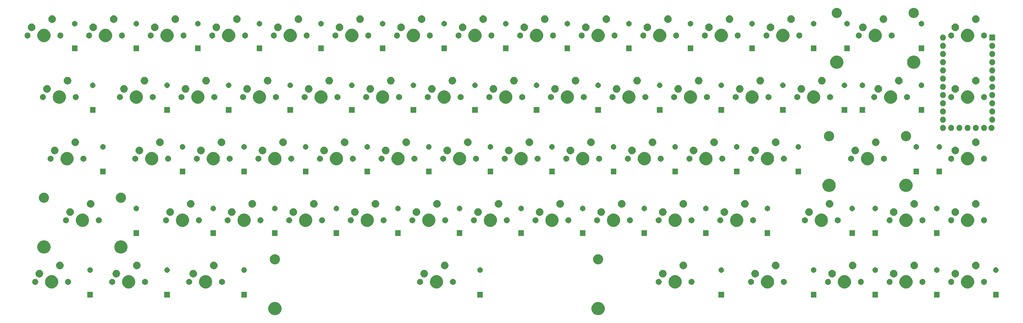
<source format=gbs>
G04 #@! TF.GenerationSoftware,KiCad,Pcbnew,(5.1.5)-3*
G04 #@! TF.CreationDate,2020-04-20T21:52:19+02:00*
G04 #@! TF.ProjectId,odyssey67,6f647973-7365-4793-9637-2e6b69636164,1.0*
G04 #@! TF.SameCoordinates,Original*
G04 #@! TF.FileFunction,Soldermask,Bot*
G04 #@! TF.FilePolarity,Negative*
%FSLAX46Y46*%
G04 Gerber Fmt 4.6, Leading zero omitted, Abs format (unit mm)*
G04 Created by KiCad (PCBNEW (5.1.5)-3) date 2020-04-20 21:52:19*
%MOMM*%
%LPD*%
G04 APERTURE LIST*
%ADD10C,0.100000*%
G04 APERTURE END LIST*
D10*
G36*
X237921374Y-190438684D02*
G01*
X238139374Y-190528983D01*
X238293523Y-190592833D01*
X238628448Y-190816623D01*
X238913277Y-191101452D01*
X239137067Y-191436377D01*
X239137067Y-191436378D01*
X239291216Y-191808526D01*
X239369800Y-192203594D01*
X239369800Y-192606406D01*
X239291216Y-193001474D01*
X239200917Y-193219474D01*
X239137067Y-193373623D01*
X238913277Y-193708548D01*
X238628448Y-193993377D01*
X238293523Y-194217167D01*
X238139374Y-194281017D01*
X237921374Y-194371316D01*
X237526306Y-194449900D01*
X237123494Y-194449900D01*
X236728426Y-194371316D01*
X236510426Y-194281017D01*
X236356277Y-194217167D01*
X236021352Y-193993377D01*
X235736523Y-193708548D01*
X235512733Y-193373623D01*
X235448883Y-193219474D01*
X235358584Y-193001474D01*
X235280000Y-192606406D01*
X235280000Y-192203594D01*
X235358584Y-191808526D01*
X235512733Y-191436378D01*
X235512733Y-191436377D01*
X235736523Y-191101452D01*
X236021352Y-190816623D01*
X236356277Y-190592833D01*
X236510426Y-190528983D01*
X236728426Y-190438684D01*
X237123494Y-190360100D01*
X237526306Y-190360100D01*
X237921374Y-190438684D01*
G37*
G36*
X137921574Y-190438684D02*
G01*
X138139574Y-190528983D01*
X138293723Y-190592833D01*
X138628648Y-190816623D01*
X138913477Y-191101452D01*
X139137267Y-191436377D01*
X139137267Y-191436378D01*
X139291416Y-191808526D01*
X139370000Y-192203594D01*
X139370000Y-192606406D01*
X139291416Y-193001474D01*
X139201117Y-193219474D01*
X139137267Y-193373623D01*
X138913477Y-193708548D01*
X138628648Y-193993377D01*
X138293723Y-194217167D01*
X138139574Y-194281017D01*
X137921574Y-194371316D01*
X137526506Y-194449900D01*
X137123694Y-194449900D01*
X136728626Y-194371316D01*
X136510626Y-194281017D01*
X136356477Y-194217167D01*
X136021552Y-193993377D01*
X135736723Y-193708548D01*
X135512933Y-193373623D01*
X135449083Y-193219474D01*
X135358784Y-193001474D01*
X135280200Y-192606406D01*
X135280200Y-192203594D01*
X135358784Y-191808526D01*
X135512933Y-191436378D01*
X135512933Y-191436377D01*
X135736723Y-191101452D01*
X136021552Y-190816623D01*
X136356477Y-190592833D01*
X136510626Y-190528983D01*
X136728626Y-190438684D01*
X137123694Y-190360100D01*
X137526506Y-190360100D01*
X137921574Y-190438684D01*
G37*
G36*
X104832250Y-188969750D02*
G01*
X103130250Y-188969750D01*
X103130250Y-187267750D01*
X104832250Y-187267750D01*
X104832250Y-188969750D01*
G37*
G36*
X128644750Y-188969750D02*
G01*
X126942750Y-188969750D01*
X126942750Y-187267750D01*
X128644750Y-187267750D01*
X128644750Y-188969750D01*
G37*
G36*
X201669750Y-188969750D02*
G01*
X199967750Y-188969750D01*
X199967750Y-187267750D01*
X201669750Y-187267750D01*
X201669750Y-188969750D01*
G37*
G36*
X276282250Y-188969750D02*
G01*
X274580250Y-188969750D01*
X274580250Y-187267750D01*
X276282250Y-187267750D01*
X276282250Y-188969750D01*
G37*
G36*
X304857250Y-188969750D02*
G01*
X303155250Y-188969750D01*
X303155250Y-187267750D01*
X304857250Y-187267750D01*
X304857250Y-188969750D01*
G37*
G36*
X323907250Y-188969750D02*
G01*
X322205250Y-188969750D01*
X322205250Y-187267750D01*
X323907250Y-187267750D01*
X323907250Y-188969750D01*
G37*
G36*
X342957250Y-188969750D02*
G01*
X341255250Y-188969750D01*
X341255250Y-187267750D01*
X342957250Y-187267750D01*
X342957250Y-188969750D01*
G37*
G36*
X361213500Y-188969750D02*
G01*
X359511500Y-188969750D01*
X359511500Y-187267750D01*
X361213500Y-187267750D01*
X361213500Y-188969750D01*
G37*
G36*
X81019750Y-188969750D02*
G01*
X79317750Y-188969750D01*
X79317750Y-187267750D01*
X81019750Y-187267750D01*
X81019750Y-188969750D01*
G37*
G36*
X290315224Y-182183684D02*
G01*
X290533224Y-182273983D01*
X290687373Y-182337833D01*
X291022298Y-182561623D01*
X291307127Y-182846452D01*
X291530917Y-183181377D01*
X291563312Y-183259586D01*
X291685066Y-183553526D01*
X291763650Y-183948594D01*
X291763650Y-184351406D01*
X291685066Y-184746474D01*
X291634201Y-184869272D01*
X291530917Y-185118623D01*
X291307127Y-185453548D01*
X291022298Y-185738377D01*
X290687373Y-185962167D01*
X290533224Y-186026017D01*
X290315224Y-186116316D01*
X289920156Y-186194900D01*
X289517344Y-186194900D01*
X289122276Y-186116316D01*
X288904276Y-186026017D01*
X288750127Y-185962167D01*
X288415202Y-185738377D01*
X288130373Y-185453548D01*
X287906583Y-185118623D01*
X287803299Y-184869272D01*
X287752434Y-184746474D01*
X287673850Y-184351406D01*
X287673850Y-183948594D01*
X287752434Y-183553526D01*
X287874188Y-183259586D01*
X287906583Y-183181377D01*
X288130373Y-182846452D01*
X288415202Y-182561623D01*
X288750127Y-182337833D01*
X288904276Y-182273983D01*
X289122276Y-182183684D01*
X289517344Y-182105100D01*
X289920156Y-182105100D01*
X290315224Y-182183684D01*
G37*
G36*
X314127724Y-182183684D02*
G01*
X314345724Y-182273983D01*
X314499873Y-182337833D01*
X314834798Y-182561623D01*
X315119627Y-182846452D01*
X315343417Y-183181377D01*
X315375812Y-183259586D01*
X315497566Y-183553526D01*
X315576150Y-183948594D01*
X315576150Y-184351406D01*
X315497566Y-184746474D01*
X315446701Y-184869272D01*
X315343417Y-185118623D01*
X315119627Y-185453548D01*
X314834798Y-185738377D01*
X314499873Y-185962167D01*
X314345724Y-186026017D01*
X314127724Y-186116316D01*
X313732656Y-186194900D01*
X313329844Y-186194900D01*
X312934776Y-186116316D01*
X312716776Y-186026017D01*
X312562627Y-185962167D01*
X312227702Y-185738377D01*
X311942873Y-185453548D01*
X311719083Y-185118623D01*
X311615799Y-184869272D01*
X311564934Y-184746474D01*
X311486350Y-184351406D01*
X311486350Y-183948594D01*
X311564934Y-183553526D01*
X311686688Y-183259586D01*
X311719083Y-183181377D01*
X311942873Y-182846452D01*
X312227702Y-182561623D01*
X312562627Y-182337833D01*
X312716776Y-182273983D01*
X312934776Y-182183684D01*
X313329844Y-182105100D01*
X313732656Y-182105100D01*
X314127724Y-182183684D01*
G37*
G36*
X261740224Y-182183684D02*
G01*
X261958224Y-182273983D01*
X262112373Y-182337833D01*
X262447298Y-182561623D01*
X262732127Y-182846452D01*
X262955917Y-183181377D01*
X262988312Y-183259586D01*
X263110066Y-183553526D01*
X263188650Y-183948594D01*
X263188650Y-184351406D01*
X263110066Y-184746474D01*
X263059201Y-184869272D01*
X262955917Y-185118623D01*
X262732127Y-185453548D01*
X262447298Y-185738377D01*
X262112373Y-185962167D01*
X261958224Y-186026017D01*
X261740224Y-186116316D01*
X261345156Y-186194900D01*
X260942344Y-186194900D01*
X260547276Y-186116316D01*
X260329276Y-186026017D01*
X260175127Y-185962167D01*
X259840202Y-185738377D01*
X259555373Y-185453548D01*
X259331583Y-185118623D01*
X259228299Y-184869272D01*
X259177434Y-184746474D01*
X259098850Y-184351406D01*
X259098850Y-183948594D01*
X259177434Y-183553526D01*
X259299188Y-183259586D01*
X259331583Y-183181377D01*
X259555373Y-182846452D01*
X259840202Y-182561623D01*
X260175127Y-182337833D01*
X260329276Y-182273983D01*
X260547276Y-182183684D01*
X260942344Y-182105100D01*
X261345156Y-182105100D01*
X261740224Y-182183684D01*
G37*
G36*
X333177724Y-182183684D02*
G01*
X333395724Y-182273983D01*
X333549873Y-182337833D01*
X333884798Y-182561623D01*
X334169627Y-182846452D01*
X334393417Y-183181377D01*
X334425812Y-183259586D01*
X334547566Y-183553526D01*
X334626150Y-183948594D01*
X334626150Y-184351406D01*
X334547566Y-184746474D01*
X334496701Y-184869272D01*
X334393417Y-185118623D01*
X334169627Y-185453548D01*
X333884798Y-185738377D01*
X333549873Y-185962167D01*
X333395724Y-186026017D01*
X333177724Y-186116316D01*
X332782656Y-186194900D01*
X332379844Y-186194900D01*
X331984776Y-186116316D01*
X331766776Y-186026017D01*
X331612627Y-185962167D01*
X331277702Y-185738377D01*
X330992873Y-185453548D01*
X330769083Y-185118623D01*
X330665799Y-184869272D01*
X330614934Y-184746474D01*
X330536350Y-184351406D01*
X330536350Y-183948594D01*
X330614934Y-183553526D01*
X330736688Y-183259586D01*
X330769083Y-183181377D01*
X330992873Y-182846452D01*
X331277702Y-182561623D01*
X331612627Y-182337833D01*
X331766776Y-182273983D01*
X331984776Y-182183684D01*
X332379844Y-182105100D01*
X332782656Y-182105100D01*
X333177724Y-182183684D01*
G37*
G36*
X352227724Y-182183684D02*
G01*
X352445724Y-182273983D01*
X352599873Y-182337833D01*
X352934798Y-182561623D01*
X353219627Y-182846452D01*
X353443417Y-183181377D01*
X353475812Y-183259586D01*
X353597566Y-183553526D01*
X353676150Y-183948594D01*
X353676150Y-184351406D01*
X353597566Y-184746474D01*
X353546701Y-184869272D01*
X353443417Y-185118623D01*
X353219627Y-185453548D01*
X352934798Y-185738377D01*
X352599873Y-185962167D01*
X352445724Y-186026017D01*
X352227724Y-186116316D01*
X351832656Y-186194900D01*
X351429844Y-186194900D01*
X351034776Y-186116316D01*
X350816776Y-186026017D01*
X350662627Y-185962167D01*
X350327702Y-185738377D01*
X350042873Y-185453548D01*
X349819083Y-185118623D01*
X349715799Y-184869272D01*
X349664934Y-184746474D01*
X349586350Y-184351406D01*
X349586350Y-183948594D01*
X349664934Y-183553526D01*
X349786688Y-183259586D01*
X349819083Y-183181377D01*
X350042873Y-182846452D01*
X350327702Y-182561623D01*
X350662627Y-182337833D01*
X350816776Y-182273983D01*
X351034776Y-182183684D01*
X351429844Y-182105100D01*
X351832656Y-182105100D01*
X352227724Y-182183684D01*
G37*
G36*
X187921474Y-182183684D02*
G01*
X188139474Y-182273983D01*
X188293623Y-182337833D01*
X188628548Y-182561623D01*
X188913377Y-182846452D01*
X189137167Y-183181377D01*
X189169562Y-183259586D01*
X189291316Y-183553526D01*
X189369900Y-183948594D01*
X189369900Y-184351406D01*
X189291316Y-184746474D01*
X189240451Y-184869272D01*
X189137167Y-185118623D01*
X188913377Y-185453548D01*
X188628548Y-185738377D01*
X188293623Y-185962167D01*
X188139474Y-186026017D01*
X187921474Y-186116316D01*
X187526406Y-186194900D01*
X187123594Y-186194900D01*
X186728526Y-186116316D01*
X186510526Y-186026017D01*
X186356377Y-185962167D01*
X186021452Y-185738377D01*
X185736623Y-185453548D01*
X185512833Y-185118623D01*
X185409549Y-184869272D01*
X185358684Y-184746474D01*
X185280100Y-184351406D01*
X185280100Y-183948594D01*
X185358684Y-183553526D01*
X185480438Y-183259586D01*
X185512833Y-183181377D01*
X185736623Y-182846452D01*
X186021452Y-182561623D01*
X186356377Y-182337833D01*
X186510526Y-182273983D01*
X186728526Y-182183684D01*
X187123594Y-182105100D01*
X187526406Y-182105100D01*
X187921474Y-182183684D01*
G37*
G36*
X116483974Y-182183684D02*
G01*
X116701974Y-182273983D01*
X116856123Y-182337833D01*
X117191048Y-182561623D01*
X117475877Y-182846452D01*
X117699667Y-183181377D01*
X117732062Y-183259586D01*
X117853816Y-183553526D01*
X117932400Y-183948594D01*
X117932400Y-184351406D01*
X117853816Y-184746474D01*
X117802951Y-184869272D01*
X117699667Y-185118623D01*
X117475877Y-185453548D01*
X117191048Y-185738377D01*
X116856123Y-185962167D01*
X116701974Y-186026017D01*
X116483974Y-186116316D01*
X116088906Y-186194900D01*
X115686094Y-186194900D01*
X115291026Y-186116316D01*
X115073026Y-186026017D01*
X114918877Y-185962167D01*
X114583952Y-185738377D01*
X114299123Y-185453548D01*
X114075333Y-185118623D01*
X113972049Y-184869272D01*
X113921184Y-184746474D01*
X113842600Y-184351406D01*
X113842600Y-183948594D01*
X113921184Y-183553526D01*
X114042938Y-183259586D01*
X114075333Y-183181377D01*
X114299123Y-182846452D01*
X114583952Y-182561623D01*
X114918877Y-182337833D01*
X115073026Y-182273983D01*
X115291026Y-182183684D01*
X115686094Y-182105100D01*
X116088906Y-182105100D01*
X116483974Y-182183684D01*
G37*
G36*
X92671474Y-182183684D02*
G01*
X92889474Y-182273983D01*
X93043623Y-182337833D01*
X93378548Y-182561623D01*
X93663377Y-182846452D01*
X93887167Y-183181377D01*
X93919562Y-183259586D01*
X94041316Y-183553526D01*
X94119900Y-183948594D01*
X94119900Y-184351406D01*
X94041316Y-184746474D01*
X93990451Y-184869272D01*
X93887167Y-185118623D01*
X93663377Y-185453548D01*
X93378548Y-185738377D01*
X93043623Y-185962167D01*
X92889474Y-186026017D01*
X92671474Y-186116316D01*
X92276406Y-186194900D01*
X91873594Y-186194900D01*
X91478526Y-186116316D01*
X91260526Y-186026017D01*
X91106377Y-185962167D01*
X90771452Y-185738377D01*
X90486623Y-185453548D01*
X90262833Y-185118623D01*
X90159549Y-184869272D01*
X90108684Y-184746474D01*
X90030100Y-184351406D01*
X90030100Y-183948594D01*
X90108684Y-183553526D01*
X90230438Y-183259586D01*
X90262833Y-183181377D01*
X90486623Y-182846452D01*
X90771452Y-182561623D01*
X91106377Y-182337833D01*
X91260526Y-182273983D01*
X91478526Y-182183684D01*
X91873594Y-182105100D01*
X92276406Y-182105100D01*
X92671474Y-182183684D01*
G37*
G36*
X68858974Y-182183684D02*
G01*
X69076974Y-182273983D01*
X69231123Y-182337833D01*
X69566048Y-182561623D01*
X69850877Y-182846452D01*
X70074667Y-183181377D01*
X70107062Y-183259586D01*
X70228816Y-183553526D01*
X70307400Y-183948594D01*
X70307400Y-184351406D01*
X70228816Y-184746474D01*
X70177951Y-184869272D01*
X70074667Y-185118623D01*
X69850877Y-185453548D01*
X69566048Y-185738377D01*
X69231123Y-185962167D01*
X69076974Y-186026017D01*
X68858974Y-186116316D01*
X68463906Y-186194900D01*
X68061094Y-186194900D01*
X67666026Y-186116316D01*
X67448026Y-186026017D01*
X67293877Y-185962167D01*
X66958952Y-185738377D01*
X66674123Y-185453548D01*
X66450333Y-185118623D01*
X66347049Y-184869272D01*
X66296184Y-184746474D01*
X66217600Y-184351406D01*
X66217600Y-183948594D01*
X66296184Y-183553526D01*
X66417938Y-183259586D01*
X66450333Y-183181377D01*
X66674123Y-182846452D01*
X66958952Y-182561623D01*
X67293877Y-182337833D01*
X67448026Y-182273983D01*
X67666026Y-182183684D01*
X68061094Y-182105100D01*
X68463906Y-182105100D01*
X68858974Y-182183684D01*
G37*
G36*
X295068854Y-183259585D02*
G01*
X295237376Y-183329389D01*
X295389041Y-183430728D01*
X295518022Y-183559709D01*
X295619361Y-183711374D01*
X295689165Y-183879896D01*
X295724750Y-184058797D01*
X295724750Y-184241203D01*
X295689165Y-184420104D01*
X295619361Y-184588626D01*
X295518022Y-184740291D01*
X295389041Y-184869272D01*
X295237376Y-184970611D01*
X295068854Y-185040415D01*
X294889953Y-185076000D01*
X294707547Y-185076000D01*
X294528646Y-185040415D01*
X294360124Y-184970611D01*
X294208459Y-184869272D01*
X294079478Y-184740291D01*
X293978139Y-184588626D01*
X293908335Y-184420104D01*
X293872750Y-184241203D01*
X293872750Y-184058797D01*
X293908335Y-183879896D01*
X293978139Y-183711374D01*
X294079478Y-183559709D01*
X294208459Y-183430728D01*
X294360124Y-183329389D01*
X294528646Y-183259585D01*
X294707547Y-183224000D01*
X294889953Y-183224000D01*
X295068854Y-183259585D01*
G37*
G36*
X266493854Y-183259585D02*
G01*
X266662376Y-183329389D01*
X266814041Y-183430728D01*
X266943022Y-183559709D01*
X267044361Y-183711374D01*
X267114165Y-183879896D01*
X267149750Y-184058797D01*
X267149750Y-184241203D01*
X267114165Y-184420104D01*
X267044361Y-184588626D01*
X266943022Y-184740291D01*
X266814041Y-184869272D01*
X266662376Y-184970611D01*
X266493854Y-185040415D01*
X266314953Y-185076000D01*
X266132547Y-185076000D01*
X265953646Y-185040415D01*
X265785124Y-184970611D01*
X265633459Y-184869272D01*
X265504478Y-184740291D01*
X265403139Y-184588626D01*
X265333335Y-184420104D01*
X265297750Y-184241203D01*
X265297750Y-184058797D01*
X265333335Y-183879896D01*
X265403139Y-183711374D01*
X265504478Y-183559709D01*
X265633459Y-183430728D01*
X265785124Y-183329389D01*
X265953646Y-183259585D01*
X266132547Y-183224000D01*
X266314953Y-183224000D01*
X266493854Y-183259585D01*
G37*
G36*
X256333854Y-183259585D02*
G01*
X256502376Y-183329389D01*
X256654041Y-183430728D01*
X256783022Y-183559709D01*
X256884361Y-183711374D01*
X256954165Y-183879896D01*
X256989750Y-184058797D01*
X256989750Y-184241203D01*
X256954165Y-184420104D01*
X256884361Y-184588626D01*
X256783022Y-184740291D01*
X256654041Y-184869272D01*
X256502376Y-184970611D01*
X256333854Y-185040415D01*
X256154953Y-185076000D01*
X255972547Y-185076000D01*
X255793646Y-185040415D01*
X255625124Y-184970611D01*
X255473459Y-184869272D01*
X255344478Y-184740291D01*
X255243139Y-184588626D01*
X255173335Y-184420104D01*
X255137750Y-184241203D01*
X255137750Y-184058797D01*
X255173335Y-183879896D01*
X255243139Y-183711374D01*
X255344478Y-183559709D01*
X255473459Y-183430728D01*
X255625124Y-183329389D01*
X255793646Y-183259585D01*
X255972547Y-183224000D01*
X256154953Y-183224000D01*
X256333854Y-183259585D01*
G37*
G36*
X284908854Y-183259585D02*
G01*
X285077376Y-183329389D01*
X285229041Y-183430728D01*
X285358022Y-183559709D01*
X285459361Y-183711374D01*
X285529165Y-183879896D01*
X285564750Y-184058797D01*
X285564750Y-184241203D01*
X285529165Y-184420104D01*
X285459361Y-184588626D01*
X285358022Y-184740291D01*
X285229041Y-184869272D01*
X285077376Y-184970611D01*
X284908854Y-185040415D01*
X284729953Y-185076000D01*
X284547547Y-185076000D01*
X284368646Y-185040415D01*
X284200124Y-184970611D01*
X284048459Y-184869272D01*
X283919478Y-184740291D01*
X283818139Y-184588626D01*
X283748335Y-184420104D01*
X283712750Y-184241203D01*
X283712750Y-184058797D01*
X283748335Y-183879896D01*
X283818139Y-183711374D01*
X283919478Y-183559709D01*
X284048459Y-183430728D01*
X284200124Y-183329389D01*
X284368646Y-183259585D01*
X284547547Y-183224000D01*
X284729953Y-183224000D01*
X284908854Y-183259585D01*
G37*
G36*
X308721354Y-183259585D02*
G01*
X308889876Y-183329389D01*
X309041541Y-183430728D01*
X309170522Y-183559709D01*
X309271861Y-183711374D01*
X309341665Y-183879896D01*
X309377250Y-184058797D01*
X309377250Y-184241203D01*
X309341665Y-184420104D01*
X309271861Y-184588626D01*
X309170522Y-184740291D01*
X309041541Y-184869272D01*
X308889876Y-184970611D01*
X308721354Y-185040415D01*
X308542453Y-185076000D01*
X308360047Y-185076000D01*
X308181146Y-185040415D01*
X308012624Y-184970611D01*
X307860959Y-184869272D01*
X307731978Y-184740291D01*
X307630639Y-184588626D01*
X307560835Y-184420104D01*
X307525250Y-184241203D01*
X307525250Y-184058797D01*
X307560835Y-183879896D01*
X307630639Y-183711374D01*
X307731978Y-183559709D01*
X307860959Y-183430728D01*
X308012624Y-183329389D01*
X308181146Y-183259585D01*
X308360047Y-183224000D01*
X308542453Y-183224000D01*
X308721354Y-183259585D01*
G37*
G36*
X192675104Y-183259585D02*
G01*
X192843626Y-183329389D01*
X192995291Y-183430728D01*
X193124272Y-183559709D01*
X193225611Y-183711374D01*
X193295415Y-183879896D01*
X193331000Y-184058797D01*
X193331000Y-184241203D01*
X193295415Y-184420104D01*
X193225611Y-184588626D01*
X193124272Y-184740291D01*
X192995291Y-184869272D01*
X192843626Y-184970611D01*
X192675104Y-185040415D01*
X192496203Y-185076000D01*
X192313797Y-185076000D01*
X192134896Y-185040415D01*
X191966374Y-184970611D01*
X191814709Y-184869272D01*
X191685728Y-184740291D01*
X191584389Y-184588626D01*
X191514585Y-184420104D01*
X191479000Y-184241203D01*
X191479000Y-184058797D01*
X191514585Y-183879896D01*
X191584389Y-183711374D01*
X191685728Y-183559709D01*
X191814709Y-183430728D01*
X191966374Y-183329389D01*
X192134896Y-183259585D01*
X192313797Y-183224000D01*
X192496203Y-183224000D01*
X192675104Y-183259585D01*
G37*
G36*
X182515104Y-183259585D02*
G01*
X182683626Y-183329389D01*
X182835291Y-183430728D01*
X182964272Y-183559709D01*
X183065611Y-183711374D01*
X183135415Y-183879896D01*
X183171000Y-184058797D01*
X183171000Y-184241203D01*
X183135415Y-184420104D01*
X183065611Y-184588626D01*
X182964272Y-184740291D01*
X182835291Y-184869272D01*
X182683626Y-184970611D01*
X182515104Y-185040415D01*
X182336203Y-185076000D01*
X182153797Y-185076000D01*
X181974896Y-185040415D01*
X181806374Y-184970611D01*
X181654709Y-184869272D01*
X181525728Y-184740291D01*
X181424389Y-184588626D01*
X181354585Y-184420104D01*
X181319000Y-184241203D01*
X181319000Y-184058797D01*
X181354585Y-183879896D01*
X181424389Y-183711374D01*
X181525728Y-183559709D01*
X181654709Y-183430728D01*
X181806374Y-183329389D01*
X181974896Y-183259585D01*
X182153797Y-183224000D01*
X182336203Y-183224000D01*
X182515104Y-183259585D01*
G37*
G36*
X318881354Y-183259585D02*
G01*
X319049876Y-183329389D01*
X319201541Y-183430728D01*
X319330522Y-183559709D01*
X319431861Y-183711374D01*
X319501665Y-183879896D01*
X319537250Y-184058797D01*
X319537250Y-184241203D01*
X319501665Y-184420104D01*
X319431861Y-184588626D01*
X319330522Y-184740291D01*
X319201541Y-184869272D01*
X319049876Y-184970611D01*
X318881354Y-185040415D01*
X318702453Y-185076000D01*
X318520047Y-185076000D01*
X318341146Y-185040415D01*
X318172624Y-184970611D01*
X318020959Y-184869272D01*
X317891978Y-184740291D01*
X317790639Y-184588626D01*
X317720835Y-184420104D01*
X317685250Y-184241203D01*
X317685250Y-184058797D01*
X317720835Y-183879896D01*
X317790639Y-183711374D01*
X317891978Y-183559709D01*
X318020959Y-183430728D01*
X318172624Y-183329389D01*
X318341146Y-183259585D01*
X318520047Y-183224000D01*
X318702453Y-183224000D01*
X318881354Y-183259585D01*
G37*
G36*
X121237604Y-183259585D02*
G01*
X121406126Y-183329389D01*
X121557791Y-183430728D01*
X121686772Y-183559709D01*
X121788111Y-183711374D01*
X121857915Y-183879896D01*
X121893500Y-184058797D01*
X121893500Y-184241203D01*
X121857915Y-184420104D01*
X121788111Y-184588626D01*
X121686772Y-184740291D01*
X121557791Y-184869272D01*
X121406126Y-184970611D01*
X121237604Y-185040415D01*
X121058703Y-185076000D01*
X120876297Y-185076000D01*
X120697396Y-185040415D01*
X120528874Y-184970611D01*
X120377209Y-184869272D01*
X120248228Y-184740291D01*
X120146889Y-184588626D01*
X120077085Y-184420104D01*
X120041500Y-184241203D01*
X120041500Y-184058797D01*
X120077085Y-183879896D01*
X120146889Y-183711374D01*
X120248228Y-183559709D01*
X120377209Y-183430728D01*
X120528874Y-183329389D01*
X120697396Y-183259585D01*
X120876297Y-183224000D01*
X121058703Y-183224000D01*
X121237604Y-183259585D01*
G37*
G36*
X97425104Y-183259585D02*
G01*
X97593626Y-183329389D01*
X97745291Y-183430728D01*
X97874272Y-183559709D01*
X97975611Y-183711374D01*
X98045415Y-183879896D01*
X98081000Y-184058797D01*
X98081000Y-184241203D01*
X98045415Y-184420104D01*
X97975611Y-184588626D01*
X97874272Y-184740291D01*
X97745291Y-184869272D01*
X97593626Y-184970611D01*
X97425104Y-185040415D01*
X97246203Y-185076000D01*
X97063797Y-185076000D01*
X96884896Y-185040415D01*
X96716374Y-184970611D01*
X96564709Y-184869272D01*
X96435728Y-184740291D01*
X96334389Y-184588626D01*
X96264585Y-184420104D01*
X96229000Y-184241203D01*
X96229000Y-184058797D01*
X96264585Y-183879896D01*
X96334389Y-183711374D01*
X96435728Y-183559709D01*
X96564709Y-183430728D01*
X96716374Y-183329389D01*
X96884896Y-183259585D01*
X97063797Y-183224000D01*
X97246203Y-183224000D01*
X97425104Y-183259585D01*
G37*
G36*
X327771354Y-183259585D02*
G01*
X327939876Y-183329389D01*
X328091541Y-183430728D01*
X328220522Y-183559709D01*
X328321861Y-183711374D01*
X328391665Y-183879896D01*
X328427250Y-184058797D01*
X328427250Y-184241203D01*
X328391665Y-184420104D01*
X328321861Y-184588626D01*
X328220522Y-184740291D01*
X328091541Y-184869272D01*
X327939876Y-184970611D01*
X327771354Y-185040415D01*
X327592453Y-185076000D01*
X327410047Y-185076000D01*
X327231146Y-185040415D01*
X327062624Y-184970611D01*
X326910959Y-184869272D01*
X326781978Y-184740291D01*
X326680639Y-184588626D01*
X326610835Y-184420104D01*
X326575250Y-184241203D01*
X326575250Y-184058797D01*
X326610835Y-183879896D01*
X326680639Y-183711374D01*
X326781978Y-183559709D01*
X326910959Y-183430728D01*
X327062624Y-183329389D01*
X327231146Y-183259585D01*
X327410047Y-183224000D01*
X327592453Y-183224000D01*
X327771354Y-183259585D01*
G37*
G36*
X73612604Y-183259585D02*
G01*
X73781126Y-183329389D01*
X73932791Y-183430728D01*
X74061772Y-183559709D01*
X74163111Y-183711374D01*
X74232915Y-183879896D01*
X74268500Y-184058797D01*
X74268500Y-184241203D01*
X74232915Y-184420104D01*
X74163111Y-184588626D01*
X74061772Y-184740291D01*
X73932791Y-184869272D01*
X73781126Y-184970611D01*
X73612604Y-185040415D01*
X73433703Y-185076000D01*
X73251297Y-185076000D01*
X73072396Y-185040415D01*
X72903874Y-184970611D01*
X72752209Y-184869272D01*
X72623228Y-184740291D01*
X72521889Y-184588626D01*
X72452085Y-184420104D01*
X72416500Y-184241203D01*
X72416500Y-184058797D01*
X72452085Y-183879896D01*
X72521889Y-183711374D01*
X72623228Y-183559709D01*
X72752209Y-183430728D01*
X72903874Y-183329389D01*
X73072396Y-183259585D01*
X73251297Y-183224000D01*
X73433703Y-183224000D01*
X73612604Y-183259585D01*
G37*
G36*
X63452604Y-183259585D02*
G01*
X63621126Y-183329389D01*
X63772791Y-183430728D01*
X63901772Y-183559709D01*
X64003111Y-183711374D01*
X64072915Y-183879896D01*
X64108500Y-184058797D01*
X64108500Y-184241203D01*
X64072915Y-184420104D01*
X64003111Y-184588626D01*
X63901772Y-184740291D01*
X63772791Y-184869272D01*
X63621126Y-184970611D01*
X63452604Y-185040415D01*
X63273703Y-185076000D01*
X63091297Y-185076000D01*
X62912396Y-185040415D01*
X62743874Y-184970611D01*
X62592209Y-184869272D01*
X62463228Y-184740291D01*
X62361889Y-184588626D01*
X62292085Y-184420104D01*
X62256500Y-184241203D01*
X62256500Y-184058797D01*
X62292085Y-183879896D01*
X62361889Y-183711374D01*
X62463228Y-183559709D01*
X62592209Y-183430728D01*
X62743874Y-183329389D01*
X62912396Y-183259585D01*
X63091297Y-183224000D01*
X63273703Y-183224000D01*
X63452604Y-183259585D01*
G37*
G36*
X337931354Y-183259585D02*
G01*
X338099876Y-183329389D01*
X338251541Y-183430728D01*
X338380522Y-183559709D01*
X338481861Y-183711374D01*
X338551665Y-183879896D01*
X338587250Y-184058797D01*
X338587250Y-184241203D01*
X338551665Y-184420104D01*
X338481861Y-184588626D01*
X338380522Y-184740291D01*
X338251541Y-184869272D01*
X338099876Y-184970611D01*
X337931354Y-185040415D01*
X337752453Y-185076000D01*
X337570047Y-185076000D01*
X337391146Y-185040415D01*
X337222624Y-184970611D01*
X337070959Y-184869272D01*
X336941978Y-184740291D01*
X336840639Y-184588626D01*
X336770835Y-184420104D01*
X336735250Y-184241203D01*
X336735250Y-184058797D01*
X336770835Y-183879896D01*
X336840639Y-183711374D01*
X336941978Y-183559709D01*
X337070959Y-183430728D01*
X337222624Y-183329389D01*
X337391146Y-183259585D01*
X337570047Y-183224000D01*
X337752453Y-183224000D01*
X337931354Y-183259585D01*
G37*
G36*
X346821354Y-183259585D02*
G01*
X346989876Y-183329389D01*
X347141541Y-183430728D01*
X347270522Y-183559709D01*
X347371861Y-183711374D01*
X347441665Y-183879896D01*
X347477250Y-184058797D01*
X347477250Y-184241203D01*
X347441665Y-184420104D01*
X347371861Y-184588626D01*
X347270522Y-184740291D01*
X347141541Y-184869272D01*
X346989876Y-184970611D01*
X346821354Y-185040415D01*
X346642453Y-185076000D01*
X346460047Y-185076000D01*
X346281146Y-185040415D01*
X346112624Y-184970611D01*
X345960959Y-184869272D01*
X345831978Y-184740291D01*
X345730639Y-184588626D01*
X345660835Y-184420104D01*
X345625250Y-184241203D01*
X345625250Y-184058797D01*
X345660835Y-183879896D01*
X345730639Y-183711374D01*
X345831978Y-183559709D01*
X345960959Y-183430728D01*
X346112624Y-183329389D01*
X346281146Y-183259585D01*
X346460047Y-183224000D01*
X346642453Y-183224000D01*
X346821354Y-183259585D01*
G37*
G36*
X356981354Y-183259585D02*
G01*
X357149876Y-183329389D01*
X357301541Y-183430728D01*
X357430522Y-183559709D01*
X357531861Y-183711374D01*
X357601665Y-183879896D01*
X357637250Y-184058797D01*
X357637250Y-184241203D01*
X357601665Y-184420104D01*
X357531861Y-184588626D01*
X357430522Y-184740291D01*
X357301541Y-184869272D01*
X357149876Y-184970611D01*
X356981354Y-185040415D01*
X356802453Y-185076000D01*
X356620047Y-185076000D01*
X356441146Y-185040415D01*
X356272624Y-184970611D01*
X356120959Y-184869272D01*
X355991978Y-184740291D01*
X355890639Y-184588626D01*
X355820835Y-184420104D01*
X355785250Y-184241203D01*
X355785250Y-184058797D01*
X355820835Y-183879896D01*
X355890639Y-183711374D01*
X355991978Y-183559709D01*
X356120959Y-183430728D01*
X356272624Y-183329389D01*
X356441146Y-183259585D01*
X356620047Y-183224000D01*
X356802453Y-183224000D01*
X356981354Y-183259585D01*
G37*
G36*
X87265104Y-183259585D02*
G01*
X87433626Y-183329389D01*
X87585291Y-183430728D01*
X87714272Y-183559709D01*
X87815611Y-183711374D01*
X87885415Y-183879896D01*
X87921000Y-184058797D01*
X87921000Y-184241203D01*
X87885415Y-184420104D01*
X87815611Y-184588626D01*
X87714272Y-184740291D01*
X87585291Y-184869272D01*
X87433626Y-184970611D01*
X87265104Y-185040415D01*
X87086203Y-185076000D01*
X86903797Y-185076000D01*
X86724896Y-185040415D01*
X86556374Y-184970611D01*
X86404709Y-184869272D01*
X86275728Y-184740291D01*
X86174389Y-184588626D01*
X86104585Y-184420104D01*
X86069000Y-184241203D01*
X86069000Y-184058797D01*
X86104585Y-183879896D01*
X86174389Y-183711374D01*
X86275728Y-183559709D01*
X86404709Y-183430728D01*
X86556374Y-183329389D01*
X86724896Y-183259585D01*
X86903797Y-183224000D01*
X87086203Y-183224000D01*
X87265104Y-183259585D01*
G37*
G36*
X111077604Y-183259585D02*
G01*
X111246126Y-183329389D01*
X111397791Y-183430728D01*
X111526772Y-183559709D01*
X111628111Y-183711374D01*
X111697915Y-183879896D01*
X111733500Y-184058797D01*
X111733500Y-184241203D01*
X111697915Y-184420104D01*
X111628111Y-184588626D01*
X111526772Y-184740291D01*
X111397791Y-184869272D01*
X111246126Y-184970611D01*
X111077604Y-185040415D01*
X110898703Y-185076000D01*
X110716297Y-185076000D01*
X110537396Y-185040415D01*
X110368874Y-184970611D01*
X110217209Y-184869272D01*
X110088228Y-184740291D01*
X109986889Y-184588626D01*
X109917085Y-184420104D01*
X109881500Y-184241203D01*
X109881500Y-184058797D01*
X109917085Y-183879896D01*
X109986889Y-183711374D01*
X110088228Y-183559709D01*
X110217209Y-183430728D01*
X110368874Y-183329389D01*
X110537396Y-183259585D01*
X110716297Y-183224000D01*
X110898703Y-183224000D01*
X111077604Y-183259585D01*
G37*
G36*
X348012810Y-180449064D02*
G01*
X348164277Y-180479193D01*
X348378295Y-180567842D01*
X348378296Y-180567843D01*
X348570904Y-180696539D01*
X348734711Y-180860346D01*
X348762441Y-180901847D01*
X348863408Y-181052955D01*
X348952057Y-181266973D01*
X348997250Y-181494174D01*
X348997250Y-181725826D01*
X348952057Y-181953027D01*
X348863408Y-182167045D01*
X348863407Y-182167046D01*
X348734711Y-182359654D01*
X348570904Y-182523461D01*
X348513790Y-182561623D01*
X348378295Y-182652158D01*
X348164277Y-182740807D01*
X348012810Y-182770936D01*
X347937077Y-182786000D01*
X347705423Y-182786000D01*
X347629690Y-182770936D01*
X347478223Y-182740807D01*
X347264205Y-182652158D01*
X347128710Y-182561623D01*
X347071596Y-182523461D01*
X346907789Y-182359654D01*
X346779093Y-182167046D01*
X346779092Y-182167045D01*
X346690443Y-181953027D01*
X346645250Y-181725826D01*
X346645250Y-181494174D01*
X346690443Y-181266973D01*
X346779092Y-181052955D01*
X346880059Y-180901847D01*
X346907789Y-180860346D01*
X347071596Y-180696539D01*
X347264204Y-180567843D01*
X347264205Y-180567842D01*
X347478223Y-180479193D01*
X347629690Y-180449064D01*
X347705423Y-180434000D01*
X347937077Y-180434000D01*
X348012810Y-180449064D01*
G37*
G36*
X309912810Y-180449064D02*
G01*
X310064277Y-180479193D01*
X310278295Y-180567842D01*
X310278296Y-180567843D01*
X310470904Y-180696539D01*
X310634711Y-180860346D01*
X310662441Y-180901847D01*
X310763408Y-181052955D01*
X310852057Y-181266973D01*
X310897250Y-181494174D01*
X310897250Y-181725826D01*
X310852057Y-181953027D01*
X310763408Y-182167045D01*
X310763407Y-182167046D01*
X310634711Y-182359654D01*
X310470904Y-182523461D01*
X310413790Y-182561623D01*
X310278295Y-182652158D01*
X310064277Y-182740807D01*
X309912810Y-182770936D01*
X309837077Y-182786000D01*
X309605423Y-182786000D01*
X309529690Y-182770936D01*
X309378223Y-182740807D01*
X309164205Y-182652158D01*
X309028710Y-182561623D01*
X308971596Y-182523461D01*
X308807789Y-182359654D01*
X308679093Y-182167046D01*
X308679092Y-182167045D01*
X308590443Y-181953027D01*
X308545250Y-181725826D01*
X308545250Y-181494174D01*
X308590443Y-181266973D01*
X308679092Y-181052955D01*
X308780059Y-180901847D01*
X308807789Y-180860346D01*
X308971596Y-180696539D01*
X309164204Y-180567843D01*
X309164205Y-180567842D01*
X309378223Y-180479193D01*
X309529690Y-180449064D01*
X309605423Y-180434000D01*
X309837077Y-180434000D01*
X309912810Y-180449064D01*
G37*
G36*
X328962810Y-180449064D02*
G01*
X329114277Y-180479193D01*
X329328295Y-180567842D01*
X329328296Y-180567843D01*
X329520904Y-180696539D01*
X329684711Y-180860346D01*
X329712441Y-180901847D01*
X329813408Y-181052955D01*
X329902057Y-181266973D01*
X329947250Y-181494174D01*
X329947250Y-181725826D01*
X329902057Y-181953027D01*
X329813408Y-182167045D01*
X329813407Y-182167046D01*
X329684711Y-182359654D01*
X329520904Y-182523461D01*
X329463790Y-182561623D01*
X329328295Y-182652158D01*
X329114277Y-182740807D01*
X328962810Y-182770936D01*
X328887077Y-182786000D01*
X328655423Y-182786000D01*
X328579690Y-182770936D01*
X328428223Y-182740807D01*
X328214205Y-182652158D01*
X328078710Y-182561623D01*
X328021596Y-182523461D01*
X327857789Y-182359654D01*
X327729093Y-182167046D01*
X327729092Y-182167045D01*
X327640443Y-181953027D01*
X327595250Y-181725826D01*
X327595250Y-181494174D01*
X327640443Y-181266973D01*
X327729092Y-181052955D01*
X327830059Y-180901847D01*
X327857789Y-180860346D01*
X328021596Y-180696539D01*
X328214204Y-180567843D01*
X328214205Y-180567842D01*
X328428223Y-180479193D01*
X328579690Y-180449064D01*
X328655423Y-180434000D01*
X328887077Y-180434000D01*
X328962810Y-180449064D01*
G37*
G36*
X112269060Y-180449064D02*
G01*
X112420527Y-180479193D01*
X112634545Y-180567842D01*
X112634546Y-180567843D01*
X112827154Y-180696539D01*
X112990961Y-180860346D01*
X113018691Y-180901847D01*
X113119658Y-181052955D01*
X113208307Y-181266973D01*
X113253500Y-181494174D01*
X113253500Y-181725826D01*
X113208307Y-181953027D01*
X113119658Y-182167045D01*
X113119657Y-182167046D01*
X112990961Y-182359654D01*
X112827154Y-182523461D01*
X112770040Y-182561623D01*
X112634545Y-182652158D01*
X112420527Y-182740807D01*
X112269060Y-182770936D01*
X112193327Y-182786000D01*
X111961673Y-182786000D01*
X111885940Y-182770936D01*
X111734473Y-182740807D01*
X111520455Y-182652158D01*
X111384960Y-182561623D01*
X111327846Y-182523461D01*
X111164039Y-182359654D01*
X111035343Y-182167046D01*
X111035342Y-182167045D01*
X110946693Y-181953027D01*
X110901500Y-181725826D01*
X110901500Y-181494174D01*
X110946693Y-181266973D01*
X111035342Y-181052955D01*
X111136309Y-180901847D01*
X111164039Y-180860346D01*
X111327846Y-180696539D01*
X111520454Y-180567843D01*
X111520455Y-180567842D01*
X111734473Y-180479193D01*
X111885940Y-180449064D01*
X111961673Y-180434000D01*
X112193327Y-180434000D01*
X112269060Y-180449064D01*
G37*
G36*
X257525310Y-180449064D02*
G01*
X257676777Y-180479193D01*
X257890795Y-180567842D01*
X257890796Y-180567843D01*
X258083404Y-180696539D01*
X258247211Y-180860346D01*
X258274941Y-180901847D01*
X258375908Y-181052955D01*
X258464557Y-181266973D01*
X258509750Y-181494174D01*
X258509750Y-181725826D01*
X258464557Y-181953027D01*
X258375908Y-182167045D01*
X258375907Y-182167046D01*
X258247211Y-182359654D01*
X258083404Y-182523461D01*
X258026290Y-182561623D01*
X257890795Y-182652158D01*
X257676777Y-182740807D01*
X257525310Y-182770936D01*
X257449577Y-182786000D01*
X257217923Y-182786000D01*
X257142190Y-182770936D01*
X256990723Y-182740807D01*
X256776705Y-182652158D01*
X256641210Y-182561623D01*
X256584096Y-182523461D01*
X256420289Y-182359654D01*
X256291593Y-182167046D01*
X256291592Y-182167045D01*
X256202943Y-181953027D01*
X256157750Y-181725826D01*
X256157750Y-181494174D01*
X256202943Y-181266973D01*
X256291592Y-181052955D01*
X256392559Y-180901847D01*
X256420289Y-180860346D01*
X256584096Y-180696539D01*
X256776704Y-180567843D01*
X256776705Y-180567842D01*
X256990723Y-180479193D01*
X257142190Y-180449064D01*
X257217923Y-180434000D01*
X257449577Y-180434000D01*
X257525310Y-180449064D01*
G37*
G36*
X88456560Y-180449064D02*
G01*
X88608027Y-180479193D01*
X88822045Y-180567842D01*
X88822046Y-180567843D01*
X89014654Y-180696539D01*
X89178461Y-180860346D01*
X89206191Y-180901847D01*
X89307158Y-181052955D01*
X89395807Y-181266973D01*
X89441000Y-181494174D01*
X89441000Y-181725826D01*
X89395807Y-181953027D01*
X89307158Y-182167045D01*
X89307157Y-182167046D01*
X89178461Y-182359654D01*
X89014654Y-182523461D01*
X88957540Y-182561623D01*
X88822045Y-182652158D01*
X88608027Y-182740807D01*
X88456560Y-182770936D01*
X88380827Y-182786000D01*
X88149173Y-182786000D01*
X88073440Y-182770936D01*
X87921973Y-182740807D01*
X87707955Y-182652158D01*
X87572460Y-182561623D01*
X87515346Y-182523461D01*
X87351539Y-182359654D01*
X87222843Y-182167046D01*
X87222842Y-182167045D01*
X87134193Y-181953027D01*
X87089000Y-181725826D01*
X87089000Y-181494174D01*
X87134193Y-181266973D01*
X87222842Y-181052955D01*
X87323809Y-180901847D01*
X87351539Y-180860346D01*
X87515346Y-180696539D01*
X87707954Y-180567843D01*
X87707955Y-180567842D01*
X87921973Y-180479193D01*
X88073440Y-180449064D01*
X88149173Y-180434000D01*
X88380827Y-180434000D01*
X88456560Y-180449064D01*
G37*
G36*
X183706560Y-180449064D02*
G01*
X183858027Y-180479193D01*
X184072045Y-180567842D01*
X184072046Y-180567843D01*
X184264654Y-180696539D01*
X184428461Y-180860346D01*
X184456191Y-180901847D01*
X184557158Y-181052955D01*
X184645807Y-181266973D01*
X184691000Y-181494174D01*
X184691000Y-181725826D01*
X184645807Y-181953027D01*
X184557158Y-182167045D01*
X184557157Y-182167046D01*
X184428461Y-182359654D01*
X184264654Y-182523461D01*
X184207540Y-182561623D01*
X184072045Y-182652158D01*
X183858027Y-182740807D01*
X183706560Y-182770936D01*
X183630827Y-182786000D01*
X183399173Y-182786000D01*
X183323440Y-182770936D01*
X183171973Y-182740807D01*
X182957955Y-182652158D01*
X182822460Y-182561623D01*
X182765346Y-182523461D01*
X182601539Y-182359654D01*
X182472843Y-182167046D01*
X182472842Y-182167045D01*
X182384193Y-181953027D01*
X182339000Y-181725826D01*
X182339000Y-181494174D01*
X182384193Y-181266973D01*
X182472842Y-181052955D01*
X182573809Y-180901847D01*
X182601539Y-180860346D01*
X182765346Y-180696539D01*
X182957954Y-180567843D01*
X182957955Y-180567842D01*
X183171973Y-180479193D01*
X183323440Y-180449064D01*
X183399173Y-180434000D01*
X183630827Y-180434000D01*
X183706560Y-180449064D01*
G37*
G36*
X64644060Y-180449064D02*
G01*
X64795527Y-180479193D01*
X65009545Y-180567842D01*
X65009546Y-180567843D01*
X65202154Y-180696539D01*
X65365961Y-180860346D01*
X65393691Y-180901847D01*
X65494658Y-181052955D01*
X65583307Y-181266973D01*
X65628500Y-181494174D01*
X65628500Y-181725826D01*
X65583307Y-181953027D01*
X65494658Y-182167045D01*
X65494657Y-182167046D01*
X65365961Y-182359654D01*
X65202154Y-182523461D01*
X65145040Y-182561623D01*
X65009545Y-182652158D01*
X64795527Y-182740807D01*
X64644060Y-182770936D01*
X64568327Y-182786000D01*
X64336673Y-182786000D01*
X64260940Y-182770936D01*
X64109473Y-182740807D01*
X63895455Y-182652158D01*
X63759960Y-182561623D01*
X63702846Y-182523461D01*
X63539039Y-182359654D01*
X63410343Y-182167046D01*
X63410342Y-182167045D01*
X63321693Y-181953027D01*
X63276500Y-181725826D01*
X63276500Y-181494174D01*
X63321693Y-181266973D01*
X63410342Y-181052955D01*
X63511309Y-180901847D01*
X63539039Y-180860346D01*
X63702846Y-180696539D01*
X63895454Y-180567843D01*
X63895455Y-180567842D01*
X64109473Y-180479193D01*
X64260940Y-180449064D01*
X64336673Y-180434000D01*
X64568327Y-180434000D01*
X64644060Y-180449064D01*
G37*
G36*
X286100310Y-180449064D02*
G01*
X286251777Y-180479193D01*
X286465795Y-180567842D01*
X286465796Y-180567843D01*
X286658404Y-180696539D01*
X286822211Y-180860346D01*
X286849941Y-180901847D01*
X286950908Y-181052955D01*
X287039557Y-181266973D01*
X287084750Y-181494174D01*
X287084750Y-181725826D01*
X287039557Y-181953027D01*
X286950908Y-182167045D01*
X286950907Y-182167046D01*
X286822211Y-182359654D01*
X286658404Y-182523461D01*
X286601290Y-182561623D01*
X286465795Y-182652158D01*
X286251777Y-182740807D01*
X286100310Y-182770936D01*
X286024577Y-182786000D01*
X285792923Y-182786000D01*
X285717190Y-182770936D01*
X285565723Y-182740807D01*
X285351705Y-182652158D01*
X285216210Y-182561623D01*
X285159096Y-182523461D01*
X284995289Y-182359654D01*
X284866593Y-182167046D01*
X284866592Y-182167045D01*
X284777943Y-181953027D01*
X284732750Y-181725826D01*
X284732750Y-181494174D01*
X284777943Y-181266973D01*
X284866592Y-181052955D01*
X284967559Y-180901847D01*
X284995289Y-180860346D01*
X285159096Y-180696539D01*
X285351704Y-180567843D01*
X285351705Y-180567842D01*
X285565723Y-180479193D01*
X285717190Y-180449064D01*
X285792923Y-180434000D01*
X286024577Y-180434000D01*
X286100310Y-180449064D01*
G37*
G36*
X323304478Y-179680453D02*
G01*
X323459350Y-179744603D01*
X323598731Y-179837735D01*
X323717265Y-179956269D01*
X323810397Y-180095650D01*
X323874547Y-180250522D01*
X323907250Y-180414934D01*
X323907250Y-180582566D01*
X323874547Y-180746978D01*
X323810397Y-180901850D01*
X323717265Y-181041231D01*
X323598731Y-181159765D01*
X323459350Y-181252897D01*
X323304478Y-181317047D01*
X323140066Y-181349750D01*
X322972434Y-181349750D01*
X322808022Y-181317047D01*
X322653150Y-181252897D01*
X322513769Y-181159765D01*
X322395235Y-181041231D01*
X322302103Y-180901850D01*
X322237953Y-180746978D01*
X322205250Y-180582566D01*
X322205250Y-180414934D01*
X322237953Y-180250522D01*
X322302103Y-180095650D01*
X322395235Y-179956269D01*
X322513769Y-179837735D01*
X322653150Y-179744603D01*
X322808022Y-179680453D01*
X322972434Y-179647750D01*
X323140066Y-179647750D01*
X323304478Y-179680453D01*
G37*
G36*
X201066978Y-179680453D02*
G01*
X201221850Y-179744603D01*
X201361231Y-179837735D01*
X201479765Y-179956269D01*
X201572897Y-180095650D01*
X201637047Y-180250522D01*
X201669750Y-180414934D01*
X201669750Y-180582566D01*
X201637047Y-180746978D01*
X201572897Y-180901850D01*
X201479765Y-181041231D01*
X201361231Y-181159765D01*
X201221850Y-181252897D01*
X201066978Y-181317047D01*
X200902566Y-181349750D01*
X200734934Y-181349750D01*
X200570522Y-181317047D01*
X200415650Y-181252897D01*
X200276269Y-181159765D01*
X200157735Y-181041231D01*
X200064603Y-180901850D01*
X200000453Y-180746978D01*
X199967750Y-180582566D01*
X199967750Y-180414934D01*
X200000453Y-180250522D01*
X200064603Y-180095650D01*
X200157735Y-179956269D01*
X200276269Y-179837735D01*
X200415650Y-179744603D01*
X200570522Y-179680453D01*
X200734934Y-179647750D01*
X200902566Y-179647750D01*
X201066978Y-179680453D01*
G37*
G36*
X128041978Y-179680453D02*
G01*
X128196850Y-179744603D01*
X128336231Y-179837735D01*
X128454765Y-179956269D01*
X128547897Y-180095650D01*
X128612047Y-180250522D01*
X128644750Y-180414934D01*
X128644750Y-180582566D01*
X128612047Y-180746978D01*
X128547897Y-180901850D01*
X128454765Y-181041231D01*
X128336231Y-181159765D01*
X128196850Y-181252897D01*
X128041978Y-181317047D01*
X127877566Y-181349750D01*
X127709934Y-181349750D01*
X127545522Y-181317047D01*
X127390650Y-181252897D01*
X127251269Y-181159765D01*
X127132735Y-181041231D01*
X127039603Y-180901850D01*
X126975453Y-180746978D01*
X126942750Y-180582566D01*
X126942750Y-180414934D01*
X126975453Y-180250522D01*
X127039603Y-180095650D01*
X127132735Y-179956269D01*
X127251269Y-179837735D01*
X127390650Y-179744603D01*
X127545522Y-179680453D01*
X127709934Y-179647750D01*
X127877566Y-179647750D01*
X128041978Y-179680453D01*
G37*
G36*
X104229478Y-179680453D02*
G01*
X104384350Y-179744603D01*
X104523731Y-179837735D01*
X104642265Y-179956269D01*
X104735397Y-180095650D01*
X104799547Y-180250522D01*
X104832250Y-180414934D01*
X104832250Y-180582566D01*
X104799547Y-180746978D01*
X104735397Y-180901850D01*
X104642265Y-181041231D01*
X104523731Y-181159765D01*
X104384350Y-181252897D01*
X104229478Y-181317047D01*
X104065066Y-181349750D01*
X103897434Y-181349750D01*
X103733022Y-181317047D01*
X103578150Y-181252897D01*
X103438769Y-181159765D01*
X103320235Y-181041231D01*
X103227103Y-180901850D01*
X103162953Y-180746978D01*
X103130250Y-180582566D01*
X103130250Y-180414934D01*
X103162953Y-180250522D01*
X103227103Y-180095650D01*
X103320235Y-179956269D01*
X103438769Y-179837735D01*
X103578150Y-179744603D01*
X103733022Y-179680453D01*
X103897434Y-179647750D01*
X104065066Y-179647750D01*
X104229478Y-179680453D01*
G37*
G36*
X80416978Y-179680453D02*
G01*
X80571850Y-179744603D01*
X80711231Y-179837735D01*
X80829765Y-179956269D01*
X80922897Y-180095650D01*
X80987047Y-180250522D01*
X81019750Y-180414934D01*
X81019750Y-180582566D01*
X80987047Y-180746978D01*
X80922897Y-180901850D01*
X80829765Y-181041231D01*
X80711231Y-181159765D01*
X80571850Y-181252897D01*
X80416978Y-181317047D01*
X80252566Y-181349750D01*
X80084934Y-181349750D01*
X79920522Y-181317047D01*
X79765650Y-181252897D01*
X79626269Y-181159765D01*
X79507735Y-181041231D01*
X79414603Y-180901850D01*
X79350453Y-180746978D01*
X79317750Y-180582566D01*
X79317750Y-180414934D01*
X79350453Y-180250522D01*
X79414603Y-180095650D01*
X79507735Y-179956269D01*
X79626269Y-179837735D01*
X79765650Y-179744603D01*
X79920522Y-179680453D01*
X80084934Y-179647750D01*
X80252566Y-179647750D01*
X80416978Y-179680453D01*
G37*
G36*
X304254478Y-179680453D02*
G01*
X304409350Y-179744603D01*
X304548731Y-179837735D01*
X304667265Y-179956269D01*
X304760397Y-180095650D01*
X304824547Y-180250522D01*
X304857250Y-180414934D01*
X304857250Y-180582566D01*
X304824547Y-180746978D01*
X304760397Y-180901850D01*
X304667265Y-181041231D01*
X304548731Y-181159765D01*
X304409350Y-181252897D01*
X304254478Y-181317047D01*
X304090066Y-181349750D01*
X303922434Y-181349750D01*
X303758022Y-181317047D01*
X303603150Y-181252897D01*
X303463769Y-181159765D01*
X303345235Y-181041231D01*
X303252103Y-180901850D01*
X303187953Y-180746978D01*
X303155250Y-180582566D01*
X303155250Y-180414934D01*
X303187953Y-180250522D01*
X303252103Y-180095650D01*
X303345235Y-179956269D01*
X303463769Y-179837735D01*
X303603150Y-179744603D01*
X303758022Y-179680453D01*
X303922434Y-179647750D01*
X304090066Y-179647750D01*
X304254478Y-179680453D01*
G37*
G36*
X360610728Y-179680453D02*
G01*
X360765600Y-179744603D01*
X360904981Y-179837735D01*
X361023515Y-179956269D01*
X361116647Y-180095650D01*
X361180797Y-180250522D01*
X361213500Y-180414934D01*
X361213500Y-180582566D01*
X361180797Y-180746978D01*
X361116647Y-180901850D01*
X361023515Y-181041231D01*
X360904981Y-181159765D01*
X360765600Y-181252897D01*
X360610728Y-181317047D01*
X360446316Y-181349750D01*
X360278684Y-181349750D01*
X360114272Y-181317047D01*
X359959400Y-181252897D01*
X359820019Y-181159765D01*
X359701485Y-181041231D01*
X359608353Y-180901850D01*
X359544203Y-180746978D01*
X359511500Y-180582566D01*
X359511500Y-180414934D01*
X359544203Y-180250522D01*
X359608353Y-180095650D01*
X359701485Y-179956269D01*
X359820019Y-179837735D01*
X359959400Y-179744603D01*
X360114272Y-179680453D01*
X360278684Y-179647750D01*
X360446316Y-179647750D01*
X360610728Y-179680453D01*
G37*
G36*
X342354478Y-179680453D02*
G01*
X342509350Y-179744603D01*
X342648731Y-179837735D01*
X342767265Y-179956269D01*
X342860397Y-180095650D01*
X342924547Y-180250522D01*
X342957250Y-180414934D01*
X342957250Y-180582566D01*
X342924547Y-180746978D01*
X342860397Y-180901850D01*
X342767265Y-181041231D01*
X342648731Y-181159765D01*
X342509350Y-181252897D01*
X342354478Y-181317047D01*
X342190066Y-181349750D01*
X342022434Y-181349750D01*
X341858022Y-181317047D01*
X341703150Y-181252897D01*
X341563769Y-181159765D01*
X341445235Y-181041231D01*
X341352103Y-180901850D01*
X341287953Y-180746978D01*
X341255250Y-180582566D01*
X341255250Y-180414934D01*
X341287953Y-180250522D01*
X341352103Y-180095650D01*
X341445235Y-179956269D01*
X341563769Y-179837735D01*
X341703150Y-179744603D01*
X341858022Y-179680453D01*
X342022434Y-179647750D01*
X342190066Y-179647750D01*
X342354478Y-179680453D01*
G37*
G36*
X275679478Y-179680453D02*
G01*
X275834350Y-179744603D01*
X275973731Y-179837735D01*
X276092265Y-179956269D01*
X276185397Y-180095650D01*
X276249547Y-180250522D01*
X276282250Y-180414934D01*
X276282250Y-180582566D01*
X276249547Y-180746978D01*
X276185397Y-180901850D01*
X276092265Y-181041231D01*
X275973731Y-181159765D01*
X275834350Y-181252897D01*
X275679478Y-181317047D01*
X275515066Y-181349750D01*
X275347434Y-181349750D01*
X275183022Y-181317047D01*
X275028150Y-181252897D01*
X274888769Y-181159765D01*
X274770235Y-181041231D01*
X274677103Y-180901850D01*
X274612953Y-180746978D01*
X274580250Y-180582566D01*
X274580250Y-180414934D01*
X274612953Y-180250522D01*
X274677103Y-180095650D01*
X274770235Y-179956269D01*
X274888769Y-179837735D01*
X275028150Y-179744603D01*
X275183022Y-179680453D01*
X275347434Y-179647750D01*
X275515066Y-179647750D01*
X275679478Y-179680453D01*
G37*
G36*
X70994060Y-177909064D02*
G01*
X71145527Y-177939193D01*
X71359545Y-178027842D01*
X71359546Y-178027843D01*
X71552154Y-178156539D01*
X71715961Y-178320346D01*
X71801758Y-178448751D01*
X71844658Y-178512955D01*
X71933307Y-178726973D01*
X71978500Y-178954174D01*
X71978500Y-179185826D01*
X71933307Y-179413027D01*
X71844658Y-179627045D01*
X71844657Y-179627046D01*
X71715961Y-179819654D01*
X71552154Y-179983461D01*
X71423749Y-180069258D01*
X71359545Y-180112158D01*
X71145527Y-180200807D01*
X70994060Y-180230936D01*
X70918327Y-180246000D01*
X70686673Y-180246000D01*
X70610940Y-180230936D01*
X70459473Y-180200807D01*
X70245455Y-180112158D01*
X70181251Y-180069258D01*
X70052846Y-179983461D01*
X69889039Y-179819654D01*
X69760343Y-179627046D01*
X69760342Y-179627045D01*
X69671693Y-179413027D01*
X69626500Y-179185826D01*
X69626500Y-178954174D01*
X69671693Y-178726973D01*
X69760342Y-178512955D01*
X69803242Y-178448751D01*
X69889039Y-178320346D01*
X70052846Y-178156539D01*
X70245454Y-178027843D01*
X70245455Y-178027842D01*
X70459473Y-177939193D01*
X70610940Y-177909064D01*
X70686673Y-177894000D01*
X70918327Y-177894000D01*
X70994060Y-177909064D01*
G37*
G36*
X316262810Y-177909064D02*
G01*
X316414277Y-177939193D01*
X316628295Y-178027842D01*
X316628296Y-178027843D01*
X316820904Y-178156539D01*
X316984711Y-178320346D01*
X317070508Y-178448751D01*
X317113408Y-178512955D01*
X317202057Y-178726973D01*
X317247250Y-178954174D01*
X317247250Y-179185826D01*
X317202057Y-179413027D01*
X317113408Y-179627045D01*
X317113407Y-179627046D01*
X316984711Y-179819654D01*
X316820904Y-179983461D01*
X316692499Y-180069258D01*
X316628295Y-180112158D01*
X316414277Y-180200807D01*
X316262810Y-180230936D01*
X316187077Y-180246000D01*
X315955423Y-180246000D01*
X315879690Y-180230936D01*
X315728223Y-180200807D01*
X315514205Y-180112158D01*
X315450001Y-180069258D01*
X315321596Y-179983461D01*
X315157789Y-179819654D01*
X315029093Y-179627046D01*
X315029092Y-179627045D01*
X314940443Y-179413027D01*
X314895250Y-179185826D01*
X314895250Y-178954174D01*
X314940443Y-178726973D01*
X315029092Y-178512955D01*
X315071992Y-178448751D01*
X315157789Y-178320346D01*
X315321596Y-178156539D01*
X315514204Y-178027843D01*
X315514205Y-178027842D01*
X315728223Y-177939193D01*
X315879690Y-177909064D01*
X315955423Y-177894000D01*
X316187077Y-177894000D01*
X316262810Y-177909064D01*
G37*
G36*
X354362810Y-177909064D02*
G01*
X354514277Y-177939193D01*
X354728295Y-178027842D01*
X354728296Y-178027843D01*
X354920904Y-178156539D01*
X355084711Y-178320346D01*
X355170508Y-178448751D01*
X355213408Y-178512955D01*
X355302057Y-178726973D01*
X355347250Y-178954174D01*
X355347250Y-179185826D01*
X355302057Y-179413027D01*
X355213408Y-179627045D01*
X355213407Y-179627046D01*
X355084711Y-179819654D01*
X354920904Y-179983461D01*
X354792499Y-180069258D01*
X354728295Y-180112158D01*
X354514277Y-180200807D01*
X354362810Y-180230936D01*
X354287077Y-180246000D01*
X354055423Y-180246000D01*
X353979690Y-180230936D01*
X353828223Y-180200807D01*
X353614205Y-180112158D01*
X353550001Y-180069258D01*
X353421596Y-179983461D01*
X353257789Y-179819654D01*
X353129093Y-179627046D01*
X353129092Y-179627045D01*
X353040443Y-179413027D01*
X352995250Y-179185826D01*
X352995250Y-178954174D01*
X353040443Y-178726973D01*
X353129092Y-178512955D01*
X353171992Y-178448751D01*
X353257789Y-178320346D01*
X353421596Y-178156539D01*
X353614204Y-178027843D01*
X353614205Y-178027842D01*
X353828223Y-177939193D01*
X353979690Y-177909064D01*
X354055423Y-177894000D01*
X354287077Y-177894000D01*
X354362810Y-177909064D01*
G37*
G36*
X335312810Y-177909064D02*
G01*
X335464277Y-177939193D01*
X335678295Y-178027842D01*
X335678296Y-178027843D01*
X335870904Y-178156539D01*
X336034711Y-178320346D01*
X336120508Y-178448751D01*
X336163408Y-178512955D01*
X336252057Y-178726973D01*
X336297250Y-178954174D01*
X336297250Y-179185826D01*
X336252057Y-179413027D01*
X336163408Y-179627045D01*
X336163407Y-179627046D01*
X336034711Y-179819654D01*
X335870904Y-179983461D01*
X335742499Y-180069258D01*
X335678295Y-180112158D01*
X335464277Y-180200807D01*
X335312810Y-180230936D01*
X335237077Y-180246000D01*
X335005423Y-180246000D01*
X334929690Y-180230936D01*
X334778223Y-180200807D01*
X334564205Y-180112158D01*
X334500001Y-180069258D01*
X334371596Y-179983461D01*
X334207789Y-179819654D01*
X334079093Y-179627046D01*
X334079092Y-179627045D01*
X333990443Y-179413027D01*
X333945250Y-179185826D01*
X333945250Y-178954174D01*
X333990443Y-178726973D01*
X334079092Y-178512955D01*
X334121992Y-178448751D01*
X334207789Y-178320346D01*
X334371596Y-178156539D01*
X334564204Y-178027843D01*
X334564205Y-178027842D01*
X334778223Y-177939193D01*
X334929690Y-177909064D01*
X335005423Y-177894000D01*
X335237077Y-177894000D01*
X335312810Y-177909064D01*
G37*
G36*
X118619060Y-177909064D02*
G01*
X118770527Y-177939193D01*
X118984545Y-178027842D01*
X118984546Y-178027843D01*
X119177154Y-178156539D01*
X119340961Y-178320346D01*
X119426758Y-178448751D01*
X119469658Y-178512955D01*
X119558307Y-178726973D01*
X119603500Y-178954174D01*
X119603500Y-179185826D01*
X119558307Y-179413027D01*
X119469658Y-179627045D01*
X119469657Y-179627046D01*
X119340961Y-179819654D01*
X119177154Y-179983461D01*
X119048749Y-180069258D01*
X118984545Y-180112158D01*
X118770527Y-180200807D01*
X118619060Y-180230936D01*
X118543327Y-180246000D01*
X118311673Y-180246000D01*
X118235940Y-180230936D01*
X118084473Y-180200807D01*
X117870455Y-180112158D01*
X117806251Y-180069258D01*
X117677846Y-179983461D01*
X117514039Y-179819654D01*
X117385343Y-179627046D01*
X117385342Y-179627045D01*
X117296693Y-179413027D01*
X117251500Y-179185826D01*
X117251500Y-178954174D01*
X117296693Y-178726973D01*
X117385342Y-178512955D01*
X117428242Y-178448751D01*
X117514039Y-178320346D01*
X117677846Y-178156539D01*
X117870454Y-178027843D01*
X117870455Y-178027842D01*
X118084473Y-177939193D01*
X118235940Y-177909064D01*
X118311673Y-177894000D01*
X118543327Y-177894000D01*
X118619060Y-177909064D01*
G37*
G36*
X292450310Y-177909064D02*
G01*
X292601777Y-177939193D01*
X292815795Y-178027842D01*
X292815796Y-178027843D01*
X293008404Y-178156539D01*
X293172211Y-178320346D01*
X293258008Y-178448751D01*
X293300908Y-178512955D01*
X293389557Y-178726973D01*
X293434750Y-178954174D01*
X293434750Y-179185826D01*
X293389557Y-179413027D01*
X293300908Y-179627045D01*
X293300907Y-179627046D01*
X293172211Y-179819654D01*
X293008404Y-179983461D01*
X292879999Y-180069258D01*
X292815795Y-180112158D01*
X292601777Y-180200807D01*
X292450310Y-180230936D01*
X292374577Y-180246000D01*
X292142923Y-180246000D01*
X292067190Y-180230936D01*
X291915723Y-180200807D01*
X291701705Y-180112158D01*
X291637501Y-180069258D01*
X291509096Y-179983461D01*
X291345289Y-179819654D01*
X291216593Y-179627046D01*
X291216592Y-179627045D01*
X291127943Y-179413027D01*
X291082750Y-179185826D01*
X291082750Y-178954174D01*
X291127943Y-178726973D01*
X291216592Y-178512955D01*
X291259492Y-178448751D01*
X291345289Y-178320346D01*
X291509096Y-178156539D01*
X291701704Y-178027843D01*
X291701705Y-178027842D01*
X291915723Y-177939193D01*
X292067190Y-177909064D01*
X292142923Y-177894000D01*
X292374577Y-177894000D01*
X292450310Y-177909064D01*
G37*
G36*
X263875310Y-177909064D02*
G01*
X264026777Y-177939193D01*
X264240795Y-178027842D01*
X264240796Y-178027843D01*
X264433404Y-178156539D01*
X264597211Y-178320346D01*
X264683008Y-178448751D01*
X264725908Y-178512955D01*
X264814557Y-178726973D01*
X264859750Y-178954174D01*
X264859750Y-179185826D01*
X264814557Y-179413027D01*
X264725908Y-179627045D01*
X264725907Y-179627046D01*
X264597211Y-179819654D01*
X264433404Y-179983461D01*
X264304999Y-180069258D01*
X264240795Y-180112158D01*
X264026777Y-180200807D01*
X263875310Y-180230936D01*
X263799577Y-180246000D01*
X263567923Y-180246000D01*
X263492190Y-180230936D01*
X263340723Y-180200807D01*
X263126705Y-180112158D01*
X263062501Y-180069258D01*
X262934096Y-179983461D01*
X262770289Y-179819654D01*
X262641593Y-179627046D01*
X262641592Y-179627045D01*
X262552943Y-179413027D01*
X262507750Y-179185826D01*
X262507750Y-178954174D01*
X262552943Y-178726973D01*
X262641592Y-178512955D01*
X262684492Y-178448751D01*
X262770289Y-178320346D01*
X262934096Y-178156539D01*
X263126704Y-178027843D01*
X263126705Y-178027842D01*
X263340723Y-177939193D01*
X263492190Y-177909064D01*
X263567923Y-177894000D01*
X263799577Y-177894000D01*
X263875310Y-177909064D01*
G37*
G36*
X190056560Y-177909064D02*
G01*
X190208027Y-177939193D01*
X190422045Y-178027842D01*
X190422046Y-178027843D01*
X190614654Y-178156539D01*
X190778461Y-178320346D01*
X190864258Y-178448751D01*
X190907158Y-178512955D01*
X190995807Y-178726973D01*
X191041000Y-178954174D01*
X191041000Y-179185826D01*
X190995807Y-179413027D01*
X190907158Y-179627045D01*
X190907157Y-179627046D01*
X190778461Y-179819654D01*
X190614654Y-179983461D01*
X190486249Y-180069258D01*
X190422045Y-180112158D01*
X190208027Y-180200807D01*
X190056560Y-180230936D01*
X189980827Y-180246000D01*
X189749173Y-180246000D01*
X189673440Y-180230936D01*
X189521973Y-180200807D01*
X189307955Y-180112158D01*
X189243751Y-180069258D01*
X189115346Y-179983461D01*
X188951539Y-179819654D01*
X188822843Y-179627046D01*
X188822842Y-179627045D01*
X188734193Y-179413027D01*
X188689000Y-179185826D01*
X188689000Y-178954174D01*
X188734193Y-178726973D01*
X188822842Y-178512955D01*
X188865742Y-178448751D01*
X188951539Y-178320346D01*
X189115346Y-178156539D01*
X189307954Y-178027843D01*
X189307955Y-178027842D01*
X189521973Y-177939193D01*
X189673440Y-177909064D01*
X189749173Y-177894000D01*
X189980827Y-177894000D01*
X190056560Y-177909064D01*
G37*
G36*
X94806560Y-177909064D02*
G01*
X94958027Y-177939193D01*
X95172045Y-178027842D01*
X95172046Y-178027843D01*
X95364654Y-178156539D01*
X95528461Y-178320346D01*
X95614258Y-178448751D01*
X95657158Y-178512955D01*
X95745807Y-178726973D01*
X95791000Y-178954174D01*
X95791000Y-179185826D01*
X95745807Y-179413027D01*
X95657158Y-179627045D01*
X95657157Y-179627046D01*
X95528461Y-179819654D01*
X95364654Y-179983461D01*
X95236249Y-180069258D01*
X95172045Y-180112158D01*
X94958027Y-180200807D01*
X94806560Y-180230936D01*
X94730827Y-180246000D01*
X94499173Y-180246000D01*
X94423440Y-180230936D01*
X94271973Y-180200807D01*
X94057955Y-180112158D01*
X93993751Y-180069258D01*
X93865346Y-179983461D01*
X93701539Y-179819654D01*
X93572843Y-179627046D01*
X93572842Y-179627045D01*
X93484193Y-179413027D01*
X93439000Y-179185826D01*
X93439000Y-178954174D01*
X93484193Y-178726973D01*
X93572842Y-178512955D01*
X93615742Y-178448751D01*
X93701539Y-178320346D01*
X93865346Y-178156539D01*
X94057954Y-178027843D01*
X94057955Y-178027842D01*
X94271973Y-177939193D01*
X94423440Y-177909064D01*
X94499173Y-177894000D01*
X94730827Y-177894000D01*
X94806560Y-177909064D01*
G37*
G36*
X237784311Y-175650526D02*
G01*
X237903037Y-175699704D01*
X238070941Y-175769252D01*
X238070942Y-175769253D01*
X238328904Y-175941617D01*
X238548283Y-176160996D01*
X238663453Y-176333361D01*
X238720648Y-176418959D01*
X238839374Y-176705590D01*
X238899900Y-177009875D01*
X238899900Y-177320125D01*
X238839374Y-177624410D01*
X238720648Y-177911041D01*
X238720647Y-177911042D01*
X238548283Y-178169004D01*
X238328904Y-178388383D01*
X238156539Y-178503553D01*
X238070941Y-178560748D01*
X237903037Y-178630296D01*
X237784311Y-178679474D01*
X237632167Y-178709737D01*
X237480025Y-178740000D01*
X237169775Y-178740000D01*
X236865489Y-178679474D01*
X236746763Y-178630296D01*
X236578859Y-178560748D01*
X236493261Y-178503553D01*
X236320896Y-178388383D01*
X236101517Y-178169004D01*
X235929153Y-177911042D01*
X235929152Y-177911041D01*
X235810426Y-177624410D01*
X235749900Y-177320125D01*
X235749900Y-177009875D01*
X235810426Y-176705590D01*
X235929152Y-176418959D01*
X235986347Y-176333361D01*
X236101517Y-176160996D01*
X236320896Y-175941617D01*
X236578858Y-175769253D01*
X236578859Y-175769252D01*
X236746763Y-175699704D01*
X236865489Y-175650526D01*
X237169775Y-175590000D01*
X237480025Y-175590000D01*
X237784311Y-175650526D01*
G37*
G36*
X137784511Y-175650526D02*
G01*
X137903237Y-175699704D01*
X138071141Y-175769252D01*
X138071142Y-175769253D01*
X138329104Y-175941617D01*
X138548483Y-176160996D01*
X138663653Y-176333361D01*
X138720848Y-176418959D01*
X138839574Y-176705590D01*
X138900100Y-177009875D01*
X138900100Y-177320125D01*
X138839574Y-177624410D01*
X138720848Y-177911041D01*
X138720847Y-177911042D01*
X138548483Y-178169004D01*
X138329104Y-178388383D01*
X138156739Y-178503553D01*
X138071141Y-178560748D01*
X137903237Y-178630296D01*
X137784511Y-178679474D01*
X137480225Y-178740000D01*
X137169975Y-178740000D01*
X136865689Y-178679474D01*
X136746963Y-178630296D01*
X136579059Y-178560748D01*
X136493461Y-178503553D01*
X136321096Y-178388383D01*
X136101717Y-178169004D01*
X135929353Y-177911042D01*
X135929352Y-177911041D01*
X135810626Y-177624410D01*
X135750100Y-177320125D01*
X135750100Y-177009875D01*
X135810626Y-176705590D01*
X135929352Y-176418959D01*
X135986547Y-176333361D01*
X136101717Y-176160996D01*
X136321096Y-175941617D01*
X136579058Y-175769253D01*
X136579059Y-175769252D01*
X136746963Y-175699704D01*
X136865689Y-175650526D01*
X137169975Y-175590000D01*
X137480225Y-175590000D01*
X137784511Y-175650526D01*
G37*
G36*
X66477724Y-171388684D02*
G01*
X66695724Y-171478983D01*
X66849873Y-171542833D01*
X67184798Y-171766623D01*
X67469627Y-172051452D01*
X67693417Y-172386377D01*
X67693417Y-172386378D01*
X67847566Y-172758526D01*
X67926150Y-173153594D01*
X67926150Y-173556406D01*
X67847566Y-173951474D01*
X67757267Y-174169474D01*
X67693417Y-174323623D01*
X67469627Y-174658548D01*
X67184798Y-174943377D01*
X66849873Y-175167167D01*
X66695724Y-175231017D01*
X66477724Y-175321316D01*
X66082656Y-175399900D01*
X65679844Y-175399900D01*
X65284776Y-175321316D01*
X65066776Y-175231017D01*
X64912627Y-175167167D01*
X64577702Y-174943377D01*
X64292873Y-174658548D01*
X64069083Y-174323623D01*
X64005233Y-174169474D01*
X63914934Y-173951474D01*
X63836350Y-173556406D01*
X63836350Y-173153594D01*
X63914934Y-172758526D01*
X64069083Y-172386378D01*
X64069083Y-172386377D01*
X64292873Y-172051452D01*
X64577702Y-171766623D01*
X64912627Y-171542833D01*
X65066776Y-171478983D01*
X65284776Y-171388684D01*
X65679844Y-171310100D01*
X66082656Y-171310100D01*
X66477724Y-171388684D01*
G37*
G36*
X90290224Y-171388684D02*
G01*
X90508224Y-171478983D01*
X90662373Y-171542833D01*
X90997298Y-171766623D01*
X91282127Y-172051452D01*
X91505917Y-172386377D01*
X91505917Y-172386378D01*
X91660066Y-172758526D01*
X91738650Y-173153594D01*
X91738650Y-173556406D01*
X91660066Y-173951474D01*
X91569767Y-174169474D01*
X91505917Y-174323623D01*
X91282127Y-174658548D01*
X90997298Y-174943377D01*
X90662373Y-175167167D01*
X90508224Y-175231017D01*
X90290224Y-175321316D01*
X89895156Y-175399900D01*
X89492344Y-175399900D01*
X89097276Y-175321316D01*
X88879276Y-175231017D01*
X88725127Y-175167167D01*
X88390202Y-174943377D01*
X88105373Y-174658548D01*
X87881583Y-174323623D01*
X87817733Y-174169474D01*
X87727434Y-173951474D01*
X87648850Y-173556406D01*
X87648850Y-173153594D01*
X87727434Y-172758526D01*
X87881583Y-172386378D01*
X87881583Y-172386377D01*
X88105373Y-172051452D01*
X88390202Y-171766623D01*
X88725127Y-171542833D01*
X88879276Y-171478983D01*
X89097276Y-171388684D01*
X89492344Y-171310100D01*
X89895156Y-171310100D01*
X90290224Y-171388684D01*
G37*
G36*
X271519750Y-169919750D02*
G01*
X269817750Y-169919750D01*
X269817750Y-168217750D01*
X271519750Y-168217750D01*
X271519750Y-169919750D01*
G37*
G36*
X342957250Y-169919750D02*
G01*
X341255250Y-169919750D01*
X341255250Y-168217750D01*
X342957250Y-168217750D01*
X342957250Y-169919750D01*
G37*
G36*
X323907250Y-169919750D02*
G01*
X322205250Y-169919750D01*
X322205250Y-168217750D01*
X323907250Y-168217750D01*
X323907250Y-169919750D01*
G37*
G36*
X316763500Y-169919750D02*
G01*
X315061500Y-169919750D01*
X315061500Y-168217750D01*
X316763500Y-168217750D01*
X316763500Y-169919750D01*
G37*
G36*
X290569750Y-169919750D02*
G01*
X288867750Y-169919750D01*
X288867750Y-168217750D01*
X290569750Y-168217750D01*
X290569750Y-169919750D01*
G37*
G36*
X252469750Y-169919750D02*
G01*
X250767750Y-169919750D01*
X250767750Y-168217750D01*
X252469750Y-168217750D01*
X252469750Y-169919750D01*
G37*
G36*
X233419750Y-169919750D02*
G01*
X231717750Y-169919750D01*
X231717750Y-168217750D01*
X233419750Y-168217750D01*
X233419750Y-169919750D01*
G37*
G36*
X214369750Y-169919750D02*
G01*
X212667750Y-169919750D01*
X212667750Y-168217750D01*
X214369750Y-168217750D01*
X214369750Y-169919750D01*
G37*
G36*
X195319750Y-169919750D02*
G01*
X193617750Y-169919750D01*
X193617750Y-168217750D01*
X195319750Y-168217750D01*
X195319750Y-169919750D01*
G37*
G36*
X176269750Y-169919750D02*
G01*
X174567750Y-169919750D01*
X174567750Y-168217750D01*
X176269750Y-168217750D01*
X176269750Y-169919750D01*
G37*
G36*
X157219750Y-169919750D02*
G01*
X155517750Y-169919750D01*
X155517750Y-168217750D01*
X157219750Y-168217750D01*
X157219750Y-169919750D01*
G37*
G36*
X138169750Y-169919750D02*
G01*
X136467750Y-169919750D01*
X136467750Y-168217750D01*
X138169750Y-168217750D01*
X138169750Y-169919750D01*
G37*
G36*
X119119750Y-169919750D02*
G01*
X117417750Y-169919750D01*
X117417750Y-168217750D01*
X119119750Y-168217750D01*
X119119750Y-169919750D01*
G37*
G36*
X95307250Y-169919750D02*
G01*
X93605250Y-169919750D01*
X93605250Y-168217750D01*
X95307250Y-168217750D01*
X95307250Y-169919750D01*
G37*
G36*
X352227724Y-163133684D02*
G01*
X352445724Y-163223983D01*
X352599873Y-163287833D01*
X352934798Y-163511623D01*
X353219627Y-163796452D01*
X353443417Y-164131377D01*
X353475812Y-164209586D01*
X353597566Y-164503526D01*
X353676150Y-164898594D01*
X353676150Y-165301406D01*
X353597566Y-165696474D01*
X353546701Y-165819272D01*
X353443417Y-166068623D01*
X353219627Y-166403548D01*
X352934798Y-166688377D01*
X352599873Y-166912167D01*
X352445724Y-166976017D01*
X352227724Y-167066316D01*
X351832656Y-167144900D01*
X351429844Y-167144900D01*
X351034776Y-167066316D01*
X350816776Y-166976017D01*
X350662627Y-166912167D01*
X350327702Y-166688377D01*
X350042873Y-166403548D01*
X349819083Y-166068623D01*
X349715799Y-165819272D01*
X349664934Y-165696474D01*
X349586350Y-165301406D01*
X349586350Y-164898594D01*
X349664934Y-164503526D01*
X349786688Y-164209586D01*
X349819083Y-164131377D01*
X350042873Y-163796452D01*
X350327702Y-163511623D01*
X350662627Y-163287833D01*
X350816776Y-163223983D01*
X351034776Y-163133684D01*
X351429844Y-163055100D01*
X351832656Y-163055100D01*
X352227724Y-163133684D01*
G37*
G36*
X78383974Y-163133684D02*
G01*
X78601974Y-163223983D01*
X78756123Y-163287833D01*
X79091048Y-163511623D01*
X79375877Y-163796452D01*
X79599667Y-164131377D01*
X79632062Y-164209586D01*
X79753816Y-164503526D01*
X79832400Y-164898594D01*
X79832400Y-165301406D01*
X79753816Y-165696474D01*
X79702951Y-165819272D01*
X79599667Y-166068623D01*
X79375877Y-166403548D01*
X79091048Y-166688377D01*
X78756123Y-166912167D01*
X78601974Y-166976017D01*
X78383974Y-167066316D01*
X77988906Y-167144900D01*
X77586094Y-167144900D01*
X77191026Y-167066316D01*
X76973026Y-166976017D01*
X76818877Y-166912167D01*
X76483952Y-166688377D01*
X76199123Y-166403548D01*
X75975333Y-166068623D01*
X75872049Y-165819272D01*
X75821184Y-165696474D01*
X75742600Y-165301406D01*
X75742600Y-164898594D01*
X75821184Y-164503526D01*
X75942938Y-164209586D01*
X75975333Y-164131377D01*
X76199123Y-163796452D01*
X76483952Y-163511623D01*
X76818877Y-163287833D01*
X76973026Y-163223983D01*
X77191026Y-163133684D01*
X77586094Y-163055100D01*
X77988906Y-163055100D01*
X78383974Y-163133684D01*
G37*
G36*
X109340224Y-163133684D02*
G01*
X109558224Y-163223983D01*
X109712373Y-163287833D01*
X110047298Y-163511623D01*
X110332127Y-163796452D01*
X110555917Y-164131377D01*
X110588312Y-164209586D01*
X110710066Y-164503526D01*
X110788650Y-164898594D01*
X110788650Y-165301406D01*
X110710066Y-165696474D01*
X110659201Y-165819272D01*
X110555917Y-166068623D01*
X110332127Y-166403548D01*
X110047298Y-166688377D01*
X109712373Y-166912167D01*
X109558224Y-166976017D01*
X109340224Y-167066316D01*
X108945156Y-167144900D01*
X108542344Y-167144900D01*
X108147276Y-167066316D01*
X107929276Y-166976017D01*
X107775127Y-166912167D01*
X107440202Y-166688377D01*
X107155373Y-166403548D01*
X106931583Y-166068623D01*
X106828299Y-165819272D01*
X106777434Y-165696474D01*
X106698850Y-165301406D01*
X106698850Y-164898594D01*
X106777434Y-164503526D01*
X106899188Y-164209586D01*
X106931583Y-164131377D01*
X107155373Y-163796452D01*
X107440202Y-163511623D01*
X107775127Y-163287833D01*
X107929276Y-163223983D01*
X108147276Y-163133684D01*
X108542344Y-163055100D01*
X108945156Y-163055100D01*
X109340224Y-163133684D01*
G37*
G36*
X128390224Y-163133684D02*
G01*
X128608224Y-163223983D01*
X128762373Y-163287833D01*
X129097298Y-163511623D01*
X129382127Y-163796452D01*
X129605917Y-164131377D01*
X129638312Y-164209586D01*
X129760066Y-164503526D01*
X129838650Y-164898594D01*
X129838650Y-165301406D01*
X129760066Y-165696474D01*
X129709201Y-165819272D01*
X129605917Y-166068623D01*
X129382127Y-166403548D01*
X129097298Y-166688377D01*
X128762373Y-166912167D01*
X128608224Y-166976017D01*
X128390224Y-167066316D01*
X127995156Y-167144900D01*
X127592344Y-167144900D01*
X127197276Y-167066316D01*
X126979276Y-166976017D01*
X126825127Y-166912167D01*
X126490202Y-166688377D01*
X126205373Y-166403548D01*
X125981583Y-166068623D01*
X125878299Y-165819272D01*
X125827434Y-165696474D01*
X125748850Y-165301406D01*
X125748850Y-164898594D01*
X125827434Y-164503526D01*
X125949188Y-164209586D01*
X125981583Y-164131377D01*
X126205373Y-163796452D01*
X126490202Y-163511623D01*
X126825127Y-163287833D01*
X126979276Y-163223983D01*
X127197276Y-163133684D01*
X127592344Y-163055100D01*
X127995156Y-163055100D01*
X128390224Y-163133684D01*
G37*
G36*
X147440224Y-163133684D02*
G01*
X147658224Y-163223983D01*
X147812373Y-163287833D01*
X148147298Y-163511623D01*
X148432127Y-163796452D01*
X148655917Y-164131377D01*
X148688312Y-164209586D01*
X148810066Y-164503526D01*
X148888650Y-164898594D01*
X148888650Y-165301406D01*
X148810066Y-165696474D01*
X148759201Y-165819272D01*
X148655917Y-166068623D01*
X148432127Y-166403548D01*
X148147298Y-166688377D01*
X147812373Y-166912167D01*
X147658224Y-166976017D01*
X147440224Y-167066316D01*
X147045156Y-167144900D01*
X146642344Y-167144900D01*
X146247276Y-167066316D01*
X146029276Y-166976017D01*
X145875127Y-166912167D01*
X145540202Y-166688377D01*
X145255373Y-166403548D01*
X145031583Y-166068623D01*
X144928299Y-165819272D01*
X144877434Y-165696474D01*
X144798850Y-165301406D01*
X144798850Y-164898594D01*
X144877434Y-164503526D01*
X144999188Y-164209586D01*
X145031583Y-164131377D01*
X145255373Y-163796452D01*
X145540202Y-163511623D01*
X145875127Y-163287833D01*
X146029276Y-163223983D01*
X146247276Y-163133684D01*
X146642344Y-163055100D01*
X147045156Y-163055100D01*
X147440224Y-163133684D01*
G37*
G36*
X166490224Y-163133684D02*
G01*
X166708224Y-163223983D01*
X166862373Y-163287833D01*
X167197298Y-163511623D01*
X167482127Y-163796452D01*
X167705917Y-164131377D01*
X167738312Y-164209586D01*
X167860066Y-164503526D01*
X167938650Y-164898594D01*
X167938650Y-165301406D01*
X167860066Y-165696474D01*
X167809201Y-165819272D01*
X167705917Y-166068623D01*
X167482127Y-166403548D01*
X167197298Y-166688377D01*
X166862373Y-166912167D01*
X166708224Y-166976017D01*
X166490224Y-167066316D01*
X166095156Y-167144900D01*
X165692344Y-167144900D01*
X165297276Y-167066316D01*
X165079276Y-166976017D01*
X164925127Y-166912167D01*
X164590202Y-166688377D01*
X164305373Y-166403548D01*
X164081583Y-166068623D01*
X163978299Y-165819272D01*
X163927434Y-165696474D01*
X163848850Y-165301406D01*
X163848850Y-164898594D01*
X163927434Y-164503526D01*
X164049188Y-164209586D01*
X164081583Y-164131377D01*
X164305373Y-163796452D01*
X164590202Y-163511623D01*
X164925127Y-163287833D01*
X165079276Y-163223983D01*
X165297276Y-163133684D01*
X165692344Y-163055100D01*
X166095156Y-163055100D01*
X166490224Y-163133684D01*
G37*
G36*
X185540224Y-163133684D02*
G01*
X185758224Y-163223983D01*
X185912373Y-163287833D01*
X186247298Y-163511623D01*
X186532127Y-163796452D01*
X186755917Y-164131377D01*
X186788312Y-164209586D01*
X186910066Y-164503526D01*
X186988650Y-164898594D01*
X186988650Y-165301406D01*
X186910066Y-165696474D01*
X186859201Y-165819272D01*
X186755917Y-166068623D01*
X186532127Y-166403548D01*
X186247298Y-166688377D01*
X185912373Y-166912167D01*
X185758224Y-166976017D01*
X185540224Y-167066316D01*
X185145156Y-167144900D01*
X184742344Y-167144900D01*
X184347276Y-167066316D01*
X184129276Y-166976017D01*
X183975127Y-166912167D01*
X183640202Y-166688377D01*
X183355373Y-166403548D01*
X183131583Y-166068623D01*
X183028299Y-165819272D01*
X182977434Y-165696474D01*
X182898850Y-165301406D01*
X182898850Y-164898594D01*
X182977434Y-164503526D01*
X183099188Y-164209586D01*
X183131583Y-164131377D01*
X183355373Y-163796452D01*
X183640202Y-163511623D01*
X183975127Y-163287833D01*
X184129276Y-163223983D01*
X184347276Y-163133684D01*
X184742344Y-163055100D01*
X185145156Y-163055100D01*
X185540224Y-163133684D01*
G37*
G36*
X333177724Y-163133684D02*
G01*
X333395724Y-163223983D01*
X333549873Y-163287833D01*
X333884798Y-163511623D01*
X334169627Y-163796452D01*
X334393417Y-164131377D01*
X334425812Y-164209586D01*
X334547566Y-164503526D01*
X334626150Y-164898594D01*
X334626150Y-165301406D01*
X334547566Y-165696474D01*
X334496701Y-165819272D01*
X334393417Y-166068623D01*
X334169627Y-166403548D01*
X333884798Y-166688377D01*
X333549873Y-166912167D01*
X333395724Y-166976017D01*
X333177724Y-167066316D01*
X332782656Y-167144900D01*
X332379844Y-167144900D01*
X331984776Y-167066316D01*
X331766776Y-166976017D01*
X331612627Y-166912167D01*
X331277702Y-166688377D01*
X330992873Y-166403548D01*
X330769083Y-166068623D01*
X330665799Y-165819272D01*
X330614934Y-165696474D01*
X330536350Y-165301406D01*
X330536350Y-164898594D01*
X330614934Y-164503526D01*
X330736688Y-164209586D01*
X330769083Y-164131377D01*
X330992873Y-163796452D01*
X331277702Y-163511623D01*
X331612627Y-163287833D01*
X331766776Y-163223983D01*
X331984776Y-163133684D01*
X332379844Y-163055100D01*
X332782656Y-163055100D01*
X333177724Y-163133684D01*
G37*
G36*
X223640224Y-163133684D02*
G01*
X223858224Y-163223983D01*
X224012373Y-163287833D01*
X224347298Y-163511623D01*
X224632127Y-163796452D01*
X224855917Y-164131377D01*
X224888312Y-164209586D01*
X225010066Y-164503526D01*
X225088650Y-164898594D01*
X225088650Y-165301406D01*
X225010066Y-165696474D01*
X224959201Y-165819272D01*
X224855917Y-166068623D01*
X224632127Y-166403548D01*
X224347298Y-166688377D01*
X224012373Y-166912167D01*
X223858224Y-166976017D01*
X223640224Y-167066316D01*
X223245156Y-167144900D01*
X222842344Y-167144900D01*
X222447276Y-167066316D01*
X222229276Y-166976017D01*
X222075127Y-166912167D01*
X221740202Y-166688377D01*
X221455373Y-166403548D01*
X221231583Y-166068623D01*
X221128299Y-165819272D01*
X221077434Y-165696474D01*
X220998850Y-165301406D01*
X220998850Y-164898594D01*
X221077434Y-164503526D01*
X221199188Y-164209586D01*
X221231583Y-164131377D01*
X221455373Y-163796452D01*
X221740202Y-163511623D01*
X222075127Y-163287833D01*
X222229276Y-163223983D01*
X222447276Y-163133684D01*
X222842344Y-163055100D01*
X223245156Y-163055100D01*
X223640224Y-163133684D01*
G37*
G36*
X204590224Y-163133684D02*
G01*
X204808224Y-163223983D01*
X204962373Y-163287833D01*
X205297298Y-163511623D01*
X205582127Y-163796452D01*
X205805917Y-164131377D01*
X205838312Y-164209586D01*
X205960066Y-164503526D01*
X206038650Y-164898594D01*
X206038650Y-165301406D01*
X205960066Y-165696474D01*
X205909201Y-165819272D01*
X205805917Y-166068623D01*
X205582127Y-166403548D01*
X205297298Y-166688377D01*
X204962373Y-166912167D01*
X204808224Y-166976017D01*
X204590224Y-167066316D01*
X204195156Y-167144900D01*
X203792344Y-167144900D01*
X203397276Y-167066316D01*
X203179276Y-166976017D01*
X203025127Y-166912167D01*
X202690202Y-166688377D01*
X202405373Y-166403548D01*
X202181583Y-166068623D01*
X202078299Y-165819272D01*
X202027434Y-165696474D01*
X201948850Y-165301406D01*
X201948850Y-164898594D01*
X202027434Y-164503526D01*
X202149188Y-164209586D01*
X202181583Y-164131377D01*
X202405373Y-163796452D01*
X202690202Y-163511623D01*
X203025127Y-163287833D01*
X203179276Y-163223983D01*
X203397276Y-163133684D01*
X203792344Y-163055100D01*
X204195156Y-163055100D01*
X204590224Y-163133684D01*
G37*
G36*
X261740224Y-163133684D02*
G01*
X261958224Y-163223983D01*
X262112373Y-163287833D01*
X262447298Y-163511623D01*
X262732127Y-163796452D01*
X262955917Y-164131377D01*
X262988312Y-164209586D01*
X263110066Y-164503526D01*
X263188650Y-164898594D01*
X263188650Y-165301406D01*
X263110066Y-165696474D01*
X263059201Y-165819272D01*
X262955917Y-166068623D01*
X262732127Y-166403548D01*
X262447298Y-166688377D01*
X262112373Y-166912167D01*
X261958224Y-166976017D01*
X261740224Y-167066316D01*
X261345156Y-167144900D01*
X260942344Y-167144900D01*
X260547276Y-167066316D01*
X260329276Y-166976017D01*
X260175127Y-166912167D01*
X259840202Y-166688377D01*
X259555373Y-166403548D01*
X259331583Y-166068623D01*
X259228299Y-165819272D01*
X259177434Y-165696474D01*
X259098850Y-165301406D01*
X259098850Y-164898594D01*
X259177434Y-164503526D01*
X259299188Y-164209586D01*
X259331583Y-164131377D01*
X259555373Y-163796452D01*
X259840202Y-163511623D01*
X260175127Y-163287833D01*
X260329276Y-163223983D01*
X260547276Y-163133684D01*
X260942344Y-163055100D01*
X261345156Y-163055100D01*
X261740224Y-163133684D01*
G37*
G36*
X280790224Y-163133684D02*
G01*
X281008224Y-163223983D01*
X281162373Y-163287833D01*
X281497298Y-163511623D01*
X281782127Y-163796452D01*
X282005917Y-164131377D01*
X282038312Y-164209586D01*
X282160066Y-164503526D01*
X282238650Y-164898594D01*
X282238650Y-165301406D01*
X282160066Y-165696474D01*
X282109201Y-165819272D01*
X282005917Y-166068623D01*
X281782127Y-166403548D01*
X281497298Y-166688377D01*
X281162373Y-166912167D01*
X281008224Y-166976017D01*
X280790224Y-167066316D01*
X280395156Y-167144900D01*
X279992344Y-167144900D01*
X279597276Y-167066316D01*
X279379276Y-166976017D01*
X279225127Y-166912167D01*
X278890202Y-166688377D01*
X278605373Y-166403548D01*
X278381583Y-166068623D01*
X278278299Y-165819272D01*
X278227434Y-165696474D01*
X278148850Y-165301406D01*
X278148850Y-164898594D01*
X278227434Y-164503526D01*
X278349188Y-164209586D01*
X278381583Y-164131377D01*
X278605373Y-163796452D01*
X278890202Y-163511623D01*
X279225127Y-163287833D01*
X279379276Y-163223983D01*
X279597276Y-163133684D01*
X279992344Y-163055100D01*
X280395156Y-163055100D01*
X280790224Y-163133684D01*
G37*
G36*
X306983974Y-163133684D02*
G01*
X307201974Y-163223983D01*
X307356123Y-163287833D01*
X307691048Y-163511623D01*
X307975877Y-163796452D01*
X308199667Y-164131377D01*
X308232062Y-164209586D01*
X308353816Y-164503526D01*
X308432400Y-164898594D01*
X308432400Y-165301406D01*
X308353816Y-165696474D01*
X308302951Y-165819272D01*
X308199667Y-166068623D01*
X307975877Y-166403548D01*
X307691048Y-166688377D01*
X307356123Y-166912167D01*
X307201974Y-166976017D01*
X306983974Y-167066316D01*
X306588906Y-167144900D01*
X306186094Y-167144900D01*
X305791026Y-167066316D01*
X305573026Y-166976017D01*
X305418877Y-166912167D01*
X305083952Y-166688377D01*
X304799123Y-166403548D01*
X304575333Y-166068623D01*
X304472049Y-165819272D01*
X304421184Y-165696474D01*
X304342600Y-165301406D01*
X304342600Y-164898594D01*
X304421184Y-164503526D01*
X304542938Y-164209586D01*
X304575333Y-164131377D01*
X304799123Y-163796452D01*
X305083952Y-163511623D01*
X305418877Y-163287833D01*
X305573026Y-163223983D01*
X305791026Y-163133684D01*
X306186094Y-163055100D01*
X306588906Y-163055100D01*
X306983974Y-163133684D01*
G37*
G36*
X242690224Y-163133684D02*
G01*
X242908224Y-163223983D01*
X243062373Y-163287833D01*
X243397298Y-163511623D01*
X243682127Y-163796452D01*
X243905917Y-164131377D01*
X243938312Y-164209586D01*
X244060066Y-164503526D01*
X244138650Y-164898594D01*
X244138650Y-165301406D01*
X244060066Y-165696474D01*
X244009201Y-165819272D01*
X243905917Y-166068623D01*
X243682127Y-166403548D01*
X243397298Y-166688377D01*
X243062373Y-166912167D01*
X242908224Y-166976017D01*
X242690224Y-167066316D01*
X242295156Y-167144900D01*
X241892344Y-167144900D01*
X241497276Y-167066316D01*
X241279276Y-166976017D01*
X241125127Y-166912167D01*
X240790202Y-166688377D01*
X240505373Y-166403548D01*
X240281583Y-166068623D01*
X240178299Y-165819272D01*
X240127434Y-165696474D01*
X240048850Y-165301406D01*
X240048850Y-164898594D01*
X240127434Y-164503526D01*
X240249188Y-164209586D01*
X240281583Y-164131377D01*
X240505373Y-163796452D01*
X240790202Y-163511623D01*
X241125127Y-163287833D01*
X241279276Y-163223983D01*
X241497276Y-163133684D01*
X241892344Y-163055100D01*
X242295156Y-163055100D01*
X242690224Y-163133684D01*
G37*
G36*
X337931354Y-164209585D02*
G01*
X338099876Y-164279389D01*
X338251541Y-164380728D01*
X338380522Y-164509709D01*
X338481861Y-164661374D01*
X338551665Y-164829896D01*
X338587250Y-165008797D01*
X338587250Y-165191203D01*
X338551665Y-165370104D01*
X338481861Y-165538626D01*
X338380522Y-165690291D01*
X338251541Y-165819272D01*
X338099876Y-165920611D01*
X337931354Y-165990415D01*
X337752453Y-166026000D01*
X337570047Y-166026000D01*
X337391146Y-165990415D01*
X337222624Y-165920611D01*
X337070959Y-165819272D01*
X336941978Y-165690291D01*
X336840639Y-165538626D01*
X336770835Y-165370104D01*
X336735250Y-165191203D01*
X336735250Y-165008797D01*
X336770835Y-164829896D01*
X336840639Y-164661374D01*
X336941978Y-164509709D01*
X337070959Y-164380728D01*
X337222624Y-164279389D01*
X337391146Y-164209585D01*
X337570047Y-164174000D01*
X337752453Y-164174000D01*
X337931354Y-164209585D01*
G37*
G36*
X103933854Y-164209585D02*
G01*
X104102376Y-164279389D01*
X104254041Y-164380728D01*
X104383022Y-164509709D01*
X104484361Y-164661374D01*
X104554165Y-164829896D01*
X104589750Y-165008797D01*
X104589750Y-165191203D01*
X104554165Y-165370104D01*
X104484361Y-165538626D01*
X104383022Y-165690291D01*
X104254041Y-165819272D01*
X104102376Y-165920611D01*
X103933854Y-165990415D01*
X103754953Y-166026000D01*
X103572547Y-166026000D01*
X103393646Y-165990415D01*
X103225124Y-165920611D01*
X103073459Y-165819272D01*
X102944478Y-165690291D01*
X102843139Y-165538626D01*
X102773335Y-165370104D01*
X102737750Y-165191203D01*
X102737750Y-165008797D01*
X102773335Y-164829896D01*
X102843139Y-164661374D01*
X102944478Y-164509709D01*
X103073459Y-164380728D01*
X103225124Y-164279389D01*
X103393646Y-164209585D01*
X103572547Y-164174000D01*
X103754953Y-164174000D01*
X103933854Y-164209585D01*
G37*
G36*
X114093854Y-164209585D02*
G01*
X114262376Y-164279389D01*
X114414041Y-164380728D01*
X114543022Y-164509709D01*
X114644361Y-164661374D01*
X114714165Y-164829896D01*
X114749750Y-165008797D01*
X114749750Y-165191203D01*
X114714165Y-165370104D01*
X114644361Y-165538626D01*
X114543022Y-165690291D01*
X114414041Y-165819272D01*
X114262376Y-165920611D01*
X114093854Y-165990415D01*
X113914953Y-166026000D01*
X113732547Y-166026000D01*
X113553646Y-165990415D01*
X113385124Y-165920611D01*
X113233459Y-165819272D01*
X113104478Y-165690291D01*
X113003139Y-165538626D01*
X112933335Y-165370104D01*
X112897750Y-165191203D01*
X112897750Y-165008797D01*
X112933335Y-164829896D01*
X113003139Y-164661374D01*
X113104478Y-164509709D01*
X113233459Y-164380728D01*
X113385124Y-164279389D01*
X113553646Y-164209585D01*
X113732547Y-164174000D01*
X113914953Y-164174000D01*
X114093854Y-164209585D01*
G37*
G36*
X346821354Y-164209585D02*
G01*
X346989876Y-164279389D01*
X347141541Y-164380728D01*
X347270522Y-164509709D01*
X347371861Y-164661374D01*
X347441665Y-164829896D01*
X347477250Y-165008797D01*
X347477250Y-165191203D01*
X347441665Y-165370104D01*
X347371861Y-165538626D01*
X347270522Y-165690291D01*
X347141541Y-165819272D01*
X346989876Y-165920611D01*
X346821354Y-165990415D01*
X346642453Y-166026000D01*
X346460047Y-166026000D01*
X346281146Y-165990415D01*
X346112624Y-165920611D01*
X345960959Y-165819272D01*
X345831978Y-165690291D01*
X345730639Y-165538626D01*
X345660835Y-165370104D01*
X345625250Y-165191203D01*
X345625250Y-165008797D01*
X345660835Y-164829896D01*
X345730639Y-164661374D01*
X345831978Y-164509709D01*
X345960959Y-164380728D01*
X346112624Y-164279389D01*
X346281146Y-164209585D01*
X346460047Y-164174000D01*
X346642453Y-164174000D01*
X346821354Y-164209585D01*
G37*
G36*
X122983854Y-164209585D02*
G01*
X123152376Y-164279389D01*
X123304041Y-164380728D01*
X123433022Y-164509709D01*
X123534361Y-164661374D01*
X123604165Y-164829896D01*
X123639750Y-165008797D01*
X123639750Y-165191203D01*
X123604165Y-165370104D01*
X123534361Y-165538626D01*
X123433022Y-165690291D01*
X123304041Y-165819272D01*
X123152376Y-165920611D01*
X122983854Y-165990415D01*
X122804953Y-166026000D01*
X122622547Y-166026000D01*
X122443646Y-165990415D01*
X122275124Y-165920611D01*
X122123459Y-165819272D01*
X121994478Y-165690291D01*
X121893139Y-165538626D01*
X121823335Y-165370104D01*
X121787750Y-165191203D01*
X121787750Y-165008797D01*
X121823335Y-164829896D01*
X121893139Y-164661374D01*
X121994478Y-164509709D01*
X122123459Y-164380728D01*
X122275124Y-164279389D01*
X122443646Y-164209585D01*
X122622547Y-164174000D01*
X122804953Y-164174000D01*
X122983854Y-164209585D01*
G37*
G36*
X356981354Y-164209585D02*
G01*
X357149876Y-164279389D01*
X357301541Y-164380728D01*
X357430522Y-164509709D01*
X357531861Y-164661374D01*
X357601665Y-164829896D01*
X357637250Y-165008797D01*
X357637250Y-165191203D01*
X357601665Y-165370104D01*
X357531861Y-165538626D01*
X357430522Y-165690291D01*
X357301541Y-165819272D01*
X357149876Y-165920611D01*
X356981354Y-165990415D01*
X356802453Y-166026000D01*
X356620047Y-166026000D01*
X356441146Y-165990415D01*
X356272624Y-165920611D01*
X356120959Y-165819272D01*
X355991978Y-165690291D01*
X355890639Y-165538626D01*
X355820835Y-165370104D01*
X355785250Y-165191203D01*
X355785250Y-165008797D01*
X355820835Y-164829896D01*
X355890639Y-164661374D01*
X355991978Y-164509709D01*
X356120959Y-164380728D01*
X356272624Y-164279389D01*
X356441146Y-164209585D01*
X356620047Y-164174000D01*
X356802453Y-164174000D01*
X356981354Y-164209585D01*
G37*
G36*
X152193854Y-164209585D02*
G01*
X152362376Y-164279389D01*
X152514041Y-164380728D01*
X152643022Y-164509709D01*
X152744361Y-164661374D01*
X152814165Y-164829896D01*
X152849750Y-165008797D01*
X152849750Y-165191203D01*
X152814165Y-165370104D01*
X152744361Y-165538626D01*
X152643022Y-165690291D01*
X152514041Y-165819272D01*
X152362376Y-165920611D01*
X152193854Y-165990415D01*
X152014953Y-166026000D01*
X151832547Y-166026000D01*
X151653646Y-165990415D01*
X151485124Y-165920611D01*
X151333459Y-165819272D01*
X151204478Y-165690291D01*
X151103139Y-165538626D01*
X151033335Y-165370104D01*
X150997750Y-165191203D01*
X150997750Y-165008797D01*
X151033335Y-164829896D01*
X151103139Y-164661374D01*
X151204478Y-164509709D01*
X151333459Y-164380728D01*
X151485124Y-164279389D01*
X151653646Y-164209585D01*
X151832547Y-164174000D01*
X152014953Y-164174000D01*
X152193854Y-164209585D01*
G37*
G36*
X180133854Y-164209585D02*
G01*
X180302376Y-164279389D01*
X180454041Y-164380728D01*
X180583022Y-164509709D01*
X180684361Y-164661374D01*
X180754165Y-164829896D01*
X180789750Y-165008797D01*
X180789750Y-165191203D01*
X180754165Y-165370104D01*
X180684361Y-165538626D01*
X180583022Y-165690291D01*
X180454041Y-165819272D01*
X180302376Y-165920611D01*
X180133854Y-165990415D01*
X179954953Y-166026000D01*
X179772547Y-166026000D01*
X179593646Y-165990415D01*
X179425124Y-165920611D01*
X179273459Y-165819272D01*
X179144478Y-165690291D01*
X179043139Y-165538626D01*
X178973335Y-165370104D01*
X178937750Y-165191203D01*
X178937750Y-165008797D01*
X178973335Y-164829896D01*
X179043139Y-164661374D01*
X179144478Y-164509709D01*
X179273459Y-164380728D01*
X179425124Y-164279389D01*
X179593646Y-164209585D01*
X179772547Y-164174000D01*
X179954953Y-164174000D01*
X180133854Y-164209585D01*
G37*
G36*
X161083854Y-164209585D02*
G01*
X161252376Y-164279389D01*
X161404041Y-164380728D01*
X161533022Y-164509709D01*
X161634361Y-164661374D01*
X161704165Y-164829896D01*
X161739750Y-165008797D01*
X161739750Y-165191203D01*
X161704165Y-165370104D01*
X161634361Y-165538626D01*
X161533022Y-165690291D01*
X161404041Y-165819272D01*
X161252376Y-165920611D01*
X161083854Y-165990415D01*
X160904953Y-166026000D01*
X160722547Y-166026000D01*
X160543646Y-165990415D01*
X160375124Y-165920611D01*
X160223459Y-165819272D01*
X160094478Y-165690291D01*
X159993139Y-165538626D01*
X159923335Y-165370104D01*
X159887750Y-165191203D01*
X159887750Y-165008797D01*
X159923335Y-164829896D01*
X159993139Y-164661374D01*
X160094478Y-164509709D01*
X160223459Y-164380728D01*
X160375124Y-164279389D01*
X160543646Y-164209585D01*
X160722547Y-164174000D01*
X160904953Y-164174000D01*
X161083854Y-164209585D01*
G37*
G36*
X171243854Y-164209585D02*
G01*
X171412376Y-164279389D01*
X171564041Y-164380728D01*
X171693022Y-164509709D01*
X171794361Y-164661374D01*
X171864165Y-164829896D01*
X171899750Y-165008797D01*
X171899750Y-165191203D01*
X171864165Y-165370104D01*
X171794361Y-165538626D01*
X171693022Y-165690291D01*
X171564041Y-165819272D01*
X171412376Y-165920611D01*
X171243854Y-165990415D01*
X171064953Y-166026000D01*
X170882547Y-166026000D01*
X170703646Y-165990415D01*
X170535124Y-165920611D01*
X170383459Y-165819272D01*
X170254478Y-165690291D01*
X170153139Y-165538626D01*
X170083335Y-165370104D01*
X170047750Y-165191203D01*
X170047750Y-165008797D01*
X170083335Y-164829896D01*
X170153139Y-164661374D01*
X170254478Y-164509709D01*
X170383459Y-164380728D01*
X170535124Y-164279389D01*
X170703646Y-164209585D01*
X170882547Y-164174000D01*
X171064953Y-164174000D01*
X171243854Y-164209585D01*
G37*
G36*
X228393854Y-164209585D02*
G01*
X228562376Y-164279389D01*
X228714041Y-164380728D01*
X228843022Y-164509709D01*
X228944361Y-164661374D01*
X229014165Y-164829896D01*
X229049750Y-165008797D01*
X229049750Y-165191203D01*
X229014165Y-165370104D01*
X228944361Y-165538626D01*
X228843022Y-165690291D01*
X228714041Y-165819272D01*
X228562376Y-165920611D01*
X228393854Y-165990415D01*
X228214953Y-166026000D01*
X228032547Y-166026000D01*
X227853646Y-165990415D01*
X227685124Y-165920611D01*
X227533459Y-165819272D01*
X227404478Y-165690291D01*
X227303139Y-165538626D01*
X227233335Y-165370104D01*
X227197750Y-165191203D01*
X227197750Y-165008797D01*
X227233335Y-164829896D01*
X227303139Y-164661374D01*
X227404478Y-164509709D01*
X227533459Y-164380728D01*
X227685124Y-164279389D01*
X227853646Y-164209585D01*
X228032547Y-164174000D01*
X228214953Y-164174000D01*
X228393854Y-164209585D01*
G37*
G36*
X218233854Y-164209585D02*
G01*
X218402376Y-164279389D01*
X218554041Y-164380728D01*
X218683022Y-164509709D01*
X218784361Y-164661374D01*
X218854165Y-164829896D01*
X218889750Y-165008797D01*
X218889750Y-165191203D01*
X218854165Y-165370104D01*
X218784361Y-165538626D01*
X218683022Y-165690291D01*
X218554041Y-165819272D01*
X218402376Y-165920611D01*
X218233854Y-165990415D01*
X218054953Y-166026000D01*
X217872547Y-166026000D01*
X217693646Y-165990415D01*
X217525124Y-165920611D01*
X217373459Y-165819272D01*
X217244478Y-165690291D01*
X217143139Y-165538626D01*
X217073335Y-165370104D01*
X217037750Y-165191203D01*
X217037750Y-165008797D01*
X217073335Y-164829896D01*
X217143139Y-164661374D01*
X217244478Y-164509709D01*
X217373459Y-164380728D01*
X217525124Y-164279389D01*
X217693646Y-164209585D01*
X217872547Y-164174000D01*
X218054953Y-164174000D01*
X218233854Y-164209585D01*
G37*
G36*
X190293854Y-164209585D02*
G01*
X190462376Y-164279389D01*
X190614041Y-164380728D01*
X190743022Y-164509709D01*
X190844361Y-164661374D01*
X190914165Y-164829896D01*
X190949750Y-165008797D01*
X190949750Y-165191203D01*
X190914165Y-165370104D01*
X190844361Y-165538626D01*
X190743022Y-165690291D01*
X190614041Y-165819272D01*
X190462376Y-165920611D01*
X190293854Y-165990415D01*
X190114953Y-166026000D01*
X189932547Y-166026000D01*
X189753646Y-165990415D01*
X189585124Y-165920611D01*
X189433459Y-165819272D01*
X189304478Y-165690291D01*
X189203139Y-165538626D01*
X189133335Y-165370104D01*
X189097750Y-165191203D01*
X189097750Y-165008797D01*
X189133335Y-164829896D01*
X189203139Y-164661374D01*
X189304478Y-164509709D01*
X189433459Y-164380728D01*
X189585124Y-164279389D01*
X189753646Y-164209585D01*
X189932547Y-164174000D01*
X190114953Y-164174000D01*
X190293854Y-164209585D01*
G37*
G36*
X72977604Y-164209585D02*
G01*
X73146126Y-164279389D01*
X73297791Y-164380728D01*
X73426772Y-164509709D01*
X73528111Y-164661374D01*
X73597915Y-164829896D01*
X73633500Y-165008797D01*
X73633500Y-165191203D01*
X73597915Y-165370104D01*
X73528111Y-165538626D01*
X73426772Y-165690291D01*
X73297791Y-165819272D01*
X73146126Y-165920611D01*
X72977604Y-165990415D01*
X72798703Y-166026000D01*
X72616297Y-166026000D01*
X72437396Y-165990415D01*
X72268874Y-165920611D01*
X72117209Y-165819272D01*
X71988228Y-165690291D01*
X71886889Y-165538626D01*
X71817085Y-165370104D01*
X71781500Y-165191203D01*
X71781500Y-165008797D01*
X71817085Y-164829896D01*
X71886889Y-164661374D01*
X71988228Y-164509709D01*
X72117209Y-164380728D01*
X72268874Y-164279389D01*
X72437396Y-164209585D01*
X72616297Y-164174000D01*
X72798703Y-164174000D01*
X72977604Y-164209585D01*
G37*
G36*
X133143854Y-164209585D02*
G01*
X133312376Y-164279389D01*
X133464041Y-164380728D01*
X133593022Y-164509709D01*
X133694361Y-164661374D01*
X133764165Y-164829896D01*
X133799750Y-165008797D01*
X133799750Y-165191203D01*
X133764165Y-165370104D01*
X133694361Y-165538626D01*
X133593022Y-165690291D01*
X133464041Y-165819272D01*
X133312376Y-165920611D01*
X133143854Y-165990415D01*
X132964953Y-166026000D01*
X132782547Y-166026000D01*
X132603646Y-165990415D01*
X132435124Y-165920611D01*
X132283459Y-165819272D01*
X132154478Y-165690291D01*
X132053139Y-165538626D01*
X131983335Y-165370104D01*
X131947750Y-165191203D01*
X131947750Y-165008797D01*
X131983335Y-164829896D01*
X132053139Y-164661374D01*
X132154478Y-164509709D01*
X132283459Y-164380728D01*
X132435124Y-164279389D01*
X132603646Y-164209585D01*
X132782547Y-164174000D01*
X132964953Y-164174000D01*
X133143854Y-164209585D01*
G37*
G36*
X83137604Y-164209585D02*
G01*
X83306126Y-164279389D01*
X83457791Y-164380728D01*
X83586772Y-164509709D01*
X83688111Y-164661374D01*
X83757915Y-164829896D01*
X83793500Y-165008797D01*
X83793500Y-165191203D01*
X83757915Y-165370104D01*
X83688111Y-165538626D01*
X83586772Y-165690291D01*
X83457791Y-165819272D01*
X83306126Y-165920611D01*
X83137604Y-165990415D01*
X82958703Y-166026000D01*
X82776297Y-166026000D01*
X82597396Y-165990415D01*
X82428874Y-165920611D01*
X82277209Y-165819272D01*
X82148228Y-165690291D01*
X82046889Y-165538626D01*
X81977085Y-165370104D01*
X81941500Y-165191203D01*
X81941500Y-165008797D01*
X81977085Y-164829896D01*
X82046889Y-164661374D01*
X82148228Y-164509709D01*
X82277209Y-164380728D01*
X82428874Y-164279389D01*
X82597396Y-164209585D01*
X82776297Y-164174000D01*
X82958703Y-164174000D01*
X83137604Y-164209585D01*
G37*
G36*
X247443854Y-164209585D02*
G01*
X247612376Y-164279389D01*
X247764041Y-164380728D01*
X247893022Y-164509709D01*
X247994361Y-164661374D01*
X248064165Y-164829896D01*
X248099750Y-165008797D01*
X248099750Y-165191203D01*
X248064165Y-165370104D01*
X247994361Y-165538626D01*
X247893022Y-165690291D01*
X247764041Y-165819272D01*
X247612376Y-165920611D01*
X247443854Y-165990415D01*
X247264953Y-166026000D01*
X247082547Y-166026000D01*
X246903646Y-165990415D01*
X246735124Y-165920611D01*
X246583459Y-165819272D01*
X246454478Y-165690291D01*
X246353139Y-165538626D01*
X246283335Y-165370104D01*
X246247750Y-165191203D01*
X246247750Y-165008797D01*
X246283335Y-164829896D01*
X246353139Y-164661374D01*
X246454478Y-164509709D01*
X246583459Y-164380728D01*
X246735124Y-164279389D01*
X246903646Y-164209585D01*
X247082547Y-164174000D01*
X247264953Y-164174000D01*
X247443854Y-164209585D01*
G37*
G36*
X327771354Y-164209585D02*
G01*
X327939876Y-164279389D01*
X328091541Y-164380728D01*
X328220522Y-164509709D01*
X328321861Y-164661374D01*
X328391665Y-164829896D01*
X328427250Y-165008797D01*
X328427250Y-165191203D01*
X328391665Y-165370104D01*
X328321861Y-165538626D01*
X328220522Y-165690291D01*
X328091541Y-165819272D01*
X327939876Y-165920611D01*
X327771354Y-165990415D01*
X327592453Y-166026000D01*
X327410047Y-166026000D01*
X327231146Y-165990415D01*
X327062624Y-165920611D01*
X326910959Y-165819272D01*
X326781978Y-165690291D01*
X326680639Y-165538626D01*
X326610835Y-165370104D01*
X326575250Y-165191203D01*
X326575250Y-165008797D01*
X326610835Y-164829896D01*
X326680639Y-164661374D01*
X326781978Y-164509709D01*
X326910959Y-164380728D01*
X327062624Y-164279389D01*
X327231146Y-164209585D01*
X327410047Y-164174000D01*
X327592453Y-164174000D01*
X327771354Y-164209585D01*
G37*
G36*
X311737604Y-164209585D02*
G01*
X311906126Y-164279389D01*
X312057791Y-164380728D01*
X312186772Y-164509709D01*
X312288111Y-164661374D01*
X312357915Y-164829896D01*
X312393500Y-165008797D01*
X312393500Y-165191203D01*
X312357915Y-165370104D01*
X312288111Y-165538626D01*
X312186772Y-165690291D01*
X312057791Y-165819272D01*
X311906126Y-165920611D01*
X311737604Y-165990415D01*
X311558703Y-166026000D01*
X311376297Y-166026000D01*
X311197396Y-165990415D01*
X311028874Y-165920611D01*
X310877209Y-165819272D01*
X310748228Y-165690291D01*
X310646889Y-165538626D01*
X310577085Y-165370104D01*
X310541500Y-165191203D01*
X310541500Y-165008797D01*
X310577085Y-164829896D01*
X310646889Y-164661374D01*
X310748228Y-164509709D01*
X310877209Y-164380728D01*
X311028874Y-164279389D01*
X311197396Y-164209585D01*
X311376297Y-164174000D01*
X311558703Y-164174000D01*
X311737604Y-164209585D01*
G37*
G36*
X199183854Y-164209585D02*
G01*
X199352376Y-164279389D01*
X199504041Y-164380728D01*
X199633022Y-164509709D01*
X199734361Y-164661374D01*
X199804165Y-164829896D01*
X199839750Y-165008797D01*
X199839750Y-165191203D01*
X199804165Y-165370104D01*
X199734361Y-165538626D01*
X199633022Y-165690291D01*
X199504041Y-165819272D01*
X199352376Y-165920611D01*
X199183854Y-165990415D01*
X199004953Y-166026000D01*
X198822547Y-166026000D01*
X198643646Y-165990415D01*
X198475124Y-165920611D01*
X198323459Y-165819272D01*
X198194478Y-165690291D01*
X198093139Y-165538626D01*
X198023335Y-165370104D01*
X197987750Y-165191203D01*
X197987750Y-165008797D01*
X198023335Y-164829896D01*
X198093139Y-164661374D01*
X198194478Y-164509709D01*
X198323459Y-164380728D01*
X198475124Y-164279389D01*
X198643646Y-164209585D01*
X198822547Y-164174000D01*
X199004953Y-164174000D01*
X199183854Y-164209585D01*
G37*
G36*
X209343854Y-164209585D02*
G01*
X209512376Y-164279389D01*
X209664041Y-164380728D01*
X209793022Y-164509709D01*
X209894361Y-164661374D01*
X209964165Y-164829896D01*
X209999750Y-165008797D01*
X209999750Y-165191203D01*
X209964165Y-165370104D01*
X209894361Y-165538626D01*
X209793022Y-165690291D01*
X209664041Y-165819272D01*
X209512376Y-165920611D01*
X209343854Y-165990415D01*
X209164953Y-166026000D01*
X208982547Y-166026000D01*
X208803646Y-165990415D01*
X208635124Y-165920611D01*
X208483459Y-165819272D01*
X208354478Y-165690291D01*
X208253139Y-165538626D01*
X208183335Y-165370104D01*
X208147750Y-165191203D01*
X208147750Y-165008797D01*
X208183335Y-164829896D01*
X208253139Y-164661374D01*
X208354478Y-164509709D01*
X208483459Y-164380728D01*
X208635124Y-164279389D01*
X208803646Y-164209585D01*
X208982547Y-164174000D01*
X209164953Y-164174000D01*
X209343854Y-164209585D01*
G37*
G36*
X301577604Y-164209585D02*
G01*
X301746126Y-164279389D01*
X301897791Y-164380728D01*
X302026772Y-164509709D01*
X302128111Y-164661374D01*
X302197915Y-164829896D01*
X302233500Y-165008797D01*
X302233500Y-165191203D01*
X302197915Y-165370104D01*
X302128111Y-165538626D01*
X302026772Y-165690291D01*
X301897791Y-165819272D01*
X301746126Y-165920611D01*
X301577604Y-165990415D01*
X301398703Y-166026000D01*
X301216297Y-166026000D01*
X301037396Y-165990415D01*
X300868874Y-165920611D01*
X300717209Y-165819272D01*
X300588228Y-165690291D01*
X300486889Y-165538626D01*
X300417085Y-165370104D01*
X300381500Y-165191203D01*
X300381500Y-165008797D01*
X300417085Y-164829896D01*
X300486889Y-164661374D01*
X300588228Y-164509709D01*
X300717209Y-164380728D01*
X300868874Y-164279389D01*
X301037396Y-164209585D01*
X301216297Y-164174000D01*
X301398703Y-164174000D01*
X301577604Y-164209585D01*
G37*
G36*
X285543854Y-164209585D02*
G01*
X285712376Y-164279389D01*
X285864041Y-164380728D01*
X285993022Y-164509709D01*
X286094361Y-164661374D01*
X286164165Y-164829896D01*
X286199750Y-165008797D01*
X286199750Y-165191203D01*
X286164165Y-165370104D01*
X286094361Y-165538626D01*
X285993022Y-165690291D01*
X285864041Y-165819272D01*
X285712376Y-165920611D01*
X285543854Y-165990415D01*
X285364953Y-166026000D01*
X285182547Y-166026000D01*
X285003646Y-165990415D01*
X284835124Y-165920611D01*
X284683459Y-165819272D01*
X284554478Y-165690291D01*
X284453139Y-165538626D01*
X284383335Y-165370104D01*
X284347750Y-165191203D01*
X284347750Y-165008797D01*
X284383335Y-164829896D01*
X284453139Y-164661374D01*
X284554478Y-164509709D01*
X284683459Y-164380728D01*
X284835124Y-164279389D01*
X285003646Y-164209585D01*
X285182547Y-164174000D01*
X285364953Y-164174000D01*
X285543854Y-164209585D01*
G37*
G36*
X275383854Y-164209585D02*
G01*
X275552376Y-164279389D01*
X275704041Y-164380728D01*
X275833022Y-164509709D01*
X275934361Y-164661374D01*
X276004165Y-164829896D01*
X276039750Y-165008797D01*
X276039750Y-165191203D01*
X276004165Y-165370104D01*
X275934361Y-165538626D01*
X275833022Y-165690291D01*
X275704041Y-165819272D01*
X275552376Y-165920611D01*
X275383854Y-165990415D01*
X275204953Y-166026000D01*
X275022547Y-166026000D01*
X274843646Y-165990415D01*
X274675124Y-165920611D01*
X274523459Y-165819272D01*
X274394478Y-165690291D01*
X274293139Y-165538626D01*
X274223335Y-165370104D01*
X274187750Y-165191203D01*
X274187750Y-165008797D01*
X274223335Y-164829896D01*
X274293139Y-164661374D01*
X274394478Y-164509709D01*
X274523459Y-164380728D01*
X274675124Y-164279389D01*
X274843646Y-164209585D01*
X275022547Y-164174000D01*
X275204953Y-164174000D01*
X275383854Y-164209585D01*
G37*
G36*
X266493854Y-164209585D02*
G01*
X266662376Y-164279389D01*
X266814041Y-164380728D01*
X266943022Y-164509709D01*
X267044361Y-164661374D01*
X267114165Y-164829896D01*
X267149750Y-165008797D01*
X267149750Y-165191203D01*
X267114165Y-165370104D01*
X267044361Y-165538626D01*
X266943022Y-165690291D01*
X266814041Y-165819272D01*
X266662376Y-165920611D01*
X266493854Y-165990415D01*
X266314953Y-166026000D01*
X266132547Y-166026000D01*
X265953646Y-165990415D01*
X265785124Y-165920611D01*
X265633459Y-165819272D01*
X265504478Y-165690291D01*
X265403139Y-165538626D01*
X265333335Y-165370104D01*
X265297750Y-165191203D01*
X265297750Y-165008797D01*
X265333335Y-164829896D01*
X265403139Y-164661374D01*
X265504478Y-164509709D01*
X265633459Y-164380728D01*
X265785124Y-164279389D01*
X265953646Y-164209585D01*
X266132547Y-164174000D01*
X266314953Y-164174000D01*
X266493854Y-164209585D01*
G37*
G36*
X256333854Y-164209585D02*
G01*
X256502376Y-164279389D01*
X256654041Y-164380728D01*
X256783022Y-164509709D01*
X256884361Y-164661374D01*
X256954165Y-164829896D01*
X256989750Y-165008797D01*
X256989750Y-165191203D01*
X256954165Y-165370104D01*
X256884361Y-165538626D01*
X256783022Y-165690291D01*
X256654041Y-165819272D01*
X256502376Y-165920611D01*
X256333854Y-165990415D01*
X256154953Y-166026000D01*
X255972547Y-166026000D01*
X255793646Y-165990415D01*
X255625124Y-165920611D01*
X255473459Y-165819272D01*
X255344478Y-165690291D01*
X255243139Y-165538626D01*
X255173335Y-165370104D01*
X255137750Y-165191203D01*
X255137750Y-165008797D01*
X255173335Y-164829896D01*
X255243139Y-164661374D01*
X255344478Y-164509709D01*
X255473459Y-164380728D01*
X255625124Y-164279389D01*
X255793646Y-164209585D01*
X255972547Y-164174000D01*
X256154953Y-164174000D01*
X256333854Y-164209585D01*
G37*
G36*
X237283854Y-164209585D02*
G01*
X237452376Y-164279389D01*
X237604041Y-164380728D01*
X237733022Y-164509709D01*
X237834361Y-164661374D01*
X237904165Y-164829896D01*
X237939750Y-165008797D01*
X237939750Y-165191203D01*
X237904165Y-165370104D01*
X237834361Y-165538626D01*
X237733022Y-165690291D01*
X237604041Y-165819272D01*
X237452376Y-165920611D01*
X237283854Y-165990415D01*
X237104953Y-166026000D01*
X236922547Y-166026000D01*
X236743646Y-165990415D01*
X236575124Y-165920611D01*
X236423459Y-165819272D01*
X236294478Y-165690291D01*
X236193139Y-165538626D01*
X236123335Y-165370104D01*
X236087750Y-165191203D01*
X236087750Y-165008797D01*
X236123335Y-164829896D01*
X236193139Y-164661374D01*
X236294478Y-164509709D01*
X236423459Y-164380728D01*
X236575124Y-164279389D01*
X236743646Y-164209585D01*
X236922547Y-164174000D01*
X237104953Y-164174000D01*
X237283854Y-164209585D01*
G37*
G36*
X142033854Y-164209585D02*
G01*
X142202376Y-164279389D01*
X142354041Y-164380728D01*
X142483022Y-164509709D01*
X142584361Y-164661374D01*
X142654165Y-164829896D01*
X142689750Y-165008797D01*
X142689750Y-165191203D01*
X142654165Y-165370104D01*
X142584361Y-165538626D01*
X142483022Y-165690291D01*
X142354041Y-165819272D01*
X142202376Y-165920611D01*
X142033854Y-165990415D01*
X141854953Y-166026000D01*
X141672547Y-166026000D01*
X141493646Y-165990415D01*
X141325124Y-165920611D01*
X141173459Y-165819272D01*
X141044478Y-165690291D01*
X140943139Y-165538626D01*
X140873335Y-165370104D01*
X140837750Y-165191203D01*
X140837750Y-165008797D01*
X140873335Y-164829896D01*
X140943139Y-164661374D01*
X141044478Y-164509709D01*
X141173459Y-164380728D01*
X141325124Y-164279389D01*
X141493646Y-164209585D01*
X141672547Y-164174000D01*
X141854953Y-164174000D01*
X142033854Y-164209585D01*
G37*
G36*
X276575310Y-161399064D02*
G01*
X276726777Y-161429193D01*
X276940795Y-161517842D01*
X276940796Y-161517843D01*
X277133404Y-161646539D01*
X277297211Y-161810346D01*
X277324941Y-161851847D01*
X277425908Y-162002955D01*
X277514557Y-162216973D01*
X277559750Y-162444174D01*
X277559750Y-162675826D01*
X277514557Y-162903027D01*
X277425908Y-163117045D01*
X277425907Y-163117046D01*
X277297211Y-163309654D01*
X277133404Y-163473461D01*
X277076290Y-163511623D01*
X276940795Y-163602158D01*
X276726777Y-163690807D01*
X276575310Y-163720936D01*
X276499577Y-163736000D01*
X276267923Y-163736000D01*
X276192190Y-163720936D01*
X276040723Y-163690807D01*
X275826705Y-163602158D01*
X275691210Y-163511623D01*
X275634096Y-163473461D01*
X275470289Y-163309654D01*
X275341593Y-163117046D01*
X275341592Y-163117045D01*
X275252943Y-162903027D01*
X275207750Y-162675826D01*
X275207750Y-162444174D01*
X275252943Y-162216973D01*
X275341592Y-162002955D01*
X275442559Y-161851847D01*
X275470289Y-161810346D01*
X275634096Y-161646539D01*
X275826704Y-161517843D01*
X275826705Y-161517842D01*
X276040723Y-161429193D01*
X276192190Y-161399064D01*
X276267923Y-161384000D01*
X276499577Y-161384000D01*
X276575310Y-161399064D01*
G37*
G36*
X143225310Y-161399064D02*
G01*
X143376777Y-161429193D01*
X143590795Y-161517842D01*
X143590796Y-161517843D01*
X143783404Y-161646539D01*
X143947211Y-161810346D01*
X143974941Y-161851847D01*
X144075908Y-162002955D01*
X144164557Y-162216973D01*
X144209750Y-162444174D01*
X144209750Y-162675826D01*
X144164557Y-162903027D01*
X144075908Y-163117045D01*
X144075907Y-163117046D01*
X143947211Y-163309654D01*
X143783404Y-163473461D01*
X143726290Y-163511623D01*
X143590795Y-163602158D01*
X143376777Y-163690807D01*
X143225310Y-163720936D01*
X143149577Y-163736000D01*
X142917923Y-163736000D01*
X142842190Y-163720936D01*
X142690723Y-163690807D01*
X142476705Y-163602158D01*
X142341210Y-163511623D01*
X142284096Y-163473461D01*
X142120289Y-163309654D01*
X141991593Y-163117046D01*
X141991592Y-163117045D01*
X141902943Y-162903027D01*
X141857750Y-162675826D01*
X141857750Y-162444174D01*
X141902943Y-162216973D01*
X141991592Y-162002955D01*
X142092559Y-161851847D01*
X142120289Y-161810346D01*
X142284096Y-161646539D01*
X142476704Y-161517843D01*
X142476705Y-161517842D01*
X142690723Y-161429193D01*
X142842190Y-161399064D01*
X142917923Y-161384000D01*
X143149577Y-161384000D01*
X143225310Y-161399064D01*
G37*
G36*
X74169060Y-161399064D02*
G01*
X74320527Y-161429193D01*
X74534545Y-161517842D01*
X74534546Y-161517843D01*
X74727154Y-161646539D01*
X74890961Y-161810346D01*
X74918691Y-161851847D01*
X75019658Y-162002955D01*
X75108307Y-162216973D01*
X75153500Y-162444174D01*
X75153500Y-162675826D01*
X75108307Y-162903027D01*
X75019658Y-163117045D01*
X75019657Y-163117046D01*
X74890961Y-163309654D01*
X74727154Y-163473461D01*
X74670040Y-163511623D01*
X74534545Y-163602158D01*
X74320527Y-163690807D01*
X74169060Y-163720936D01*
X74093327Y-163736000D01*
X73861673Y-163736000D01*
X73785940Y-163720936D01*
X73634473Y-163690807D01*
X73420455Y-163602158D01*
X73284960Y-163511623D01*
X73227846Y-163473461D01*
X73064039Y-163309654D01*
X72935343Y-163117046D01*
X72935342Y-163117045D01*
X72846693Y-162903027D01*
X72801500Y-162675826D01*
X72801500Y-162444174D01*
X72846693Y-162216973D01*
X72935342Y-162002955D01*
X73036309Y-161851847D01*
X73064039Y-161810346D01*
X73227846Y-161646539D01*
X73420454Y-161517843D01*
X73420455Y-161517842D01*
X73634473Y-161429193D01*
X73785940Y-161399064D01*
X73861673Y-161384000D01*
X74093327Y-161384000D01*
X74169060Y-161399064D01*
G37*
G36*
X124175310Y-161399064D02*
G01*
X124326777Y-161429193D01*
X124540795Y-161517842D01*
X124540796Y-161517843D01*
X124733404Y-161646539D01*
X124897211Y-161810346D01*
X124924941Y-161851847D01*
X125025908Y-162002955D01*
X125114557Y-162216973D01*
X125159750Y-162444174D01*
X125159750Y-162675826D01*
X125114557Y-162903027D01*
X125025908Y-163117045D01*
X125025907Y-163117046D01*
X124897211Y-163309654D01*
X124733404Y-163473461D01*
X124676290Y-163511623D01*
X124540795Y-163602158D01*
X124326777Y-163690807D01*
X124175310Y-163720936D01*
X124099577Y-163736000D01*
X123867923Y-163736000D01*
X123792190Y-163720936D01*
X123640723Y-163690807D01*
X123426705Y-163602158D01*
X123291210Y-163511623D01*
X123234096Y-163473461D01*
X123070289Y-163309654D01*
X122941593Y-163117046D01*
X122941592Y-163117045D01*
X122852943Y-162903027D01*
X122807750Y-162675826D01*
X122807750Y-162444174D01*
X122852943Y-162216973D01*
X122941592Y-162002955D01*
X123042559Y-161851847D01*
X123070289Y-161810346D01*
X123234096Y-161646539D01*
X123426704Y-161517843D01*
X123426705Y-161517842D01*
X123640723Y-161429193D01*
X123792190Y-161399064D01*
X123867923Y-161384000D01*
X124099577Y-161384000D01*
X124175310Y-161399064D01*
G37*
G36*
X105125310Y-161399064D02*
G01*
X105276777Y-161429193D01*
X105490795Y-161517842D01*
X105490796Y-161517843D01*
X105683404Y-161646539D01*
X105847211Y-161810346D01*
X105874941Y-161851847D01*
X105975908Y-162002955D01*
X106064557Y-162216973D01*
X106109750Y-162444174D01*
X106109750Y-162675826D01*
X106064557Y-162903027D01*
X105975908Y-163117045D01*
X105975907Y-163117046D01*
X105847211Y-163309654D01*
X105683404Y-163473461D01*
X105626290Y-163511623D01*
X105490795Y-163602158D01*
X105276777Y-163690807D01*
X105125310Y-163720936D01*
X105049577Y-163736000D01*
X104817923Y-163736000D01*
X104742190Y-163720936D01*
X104590723Y-163690807D01*
X104376705Y-163602158D01*
X104241210Y-163511623D01*
X104184096Y-163473461D01*
X104020289Y-163309654D01*
X103891593Y-163117046D01*
X103891592Y-163117045D01*
X103802943Y-162903027D01*
X103757750Y-162675826D01*
X103757750Y-162444174D01*
X103802943Y-162216973D01*
X103891592Y-162002955D01*
X103992559Y-161851847D01*
X104020289Y-161810346D01*
X104184096Y-161646539D01*
X104376704Y-161517843D01*
X104376705Y-161517842D01*
X104590723Y-161429193D01*
X104742190Y-161399064D01*
X104817923Y-161384000D01*
X105049577Y-161384000D01*
X105125310Y-161399064D01*
G37*
G36*
X181325310Y-161399064D02*
G01*
X181476777Y-161429193D01*
X181690795Y-161517842D01*
X181690796Y-161517843D01*
X181883404Y-161646539D01*
X182047211Y-161810346D01*
X182074941Y-161851847D01*
X182175908Y-162002955D01*
X182264557Y-162216973D01*
X182309750Y-162444174D01*
X182309750Y-162675826D01*
X182264557Y-162903027D01*
X182175908Y-163117045D01*
X182175907Y-163117046D01*
X182047211Y-163309654D01*
X181883404Y-163473461D01*
X181826290Y-163511623D01*
X181690795Y-163602158D01*
X181476777Y-163690807D01*
X181325310Y-163720936D01*
X181249577Y-163736000D01*
X181017923Y-163736000D01*
X180942190Y-163720936D01*
X180790723Y-163690807D01*
X180576705Y-163602158D01*
X180441210Y-163511623D01*
X180384096Y-163473461D01*
X180220289Y-163309654D01*
X180091593Y-163117046D01*
X180091592Y-163117045D01*
X180002943Y-162903027D01*
X179957750Y-162675826D01*
X179957750Y-162444174D01*
X180002943Y-162216973D01*
X180091592Y-162002955D01*
X180192559Y-161851847D01*
X180220289Y-161810346D01*
X180384096Y-161646539D01*
X180576704Y-161517843D01*
X180576705Y-161517842D01*
X180790723Y-161429193D01*
X180942190Y-161399064D01*
X181017923Y-161384000D01*
X181249577Y-161384000D01*
X181325310Y-161399064D01*
G37*
G36*
X200375310Y-161399064D02*
G01*
X200526777Y-161429193D01*
X200740795Y-161517842D01*
X200740796Y-161517843D01*
X200933404Y-161646539D01*
X201097211Y-161810346D01*
X201124941Y-161851847D01*
X201225908Y-162002955D01*
X201314557Y-162216973D01*
X201359750Y-162444174D01*
X201359750Y-162675826D01*
X201314557Y-162903027D01*
X201225908Y-163117045D01*
X201225907Y-163117046D01*
X201097211Y-163309654D01*
X200933404Y-163473461D01*
X200876290Y-163511623D01*
X200740795Y-163602158D01*
X200526777Y-163690807D01*
X200375310Y-163720936D01*
X200299577Y-163736000D01*
X200067923Y-163736000D01*
X199992190Y-163720936D01*
X199840723Y-163690807D01*
X199626705Y-163602158D01*
X199491210Y-163511623D01*
X199434096Y-163473461D01*
X199270289Y-163309654D01*
X199141593Y-163117046D01*
X199141592Y-163117045D01*
X199052943Y-162903027D01*
X199007750Y-162675826D01*
X199007750Y-162444174D01*
X199052943Y-162216973D01*
X199141592Y-162002955D01*
X199242559Y-161851847D01*
X199270289Y-161810346D01*
X199434096Y-161646539D01*
X199626704Y-161517843D01*
X199626705Y-161517842D01*
X199840723Y-161429193D01*
X199992190Y-161399064D01*
X200067923Y-161384000D01*
X200299577Y-161384000D01*
X200375310Y-161399064D01*
G37*
G36*
X302769060Y-161399064D02*
G01*
X302920527Y-161429193D01*
X303134545Y-161517842D01*
X303134546Y-161517843D01*
X303327154Y-161646539D01*
X303490961Y-161810346D01*
X303518691Y-161851847D01*
X303619658Y-162002955D01*
X303708307Y-162216973D01*
X303753500Y-162444174D01*
X303753500Y-162675826D01*
X303708307Y-162903027D01*
X303619658Y-163117045D01*
X303619657Y-163117046D01*
X303490961Y-163309654D01*
X303327154Y-163473461D01*
X303270040Y-163511623D01*
X303134545Y-163602158D01*
X302920527Y-163690807D01*
X302769060Y-163720936D01*
X302693327Y-163736000D01*
X302461673Y-163736000D01*
X302385940Y-163720936D01*
X302234473Y-163690807D01*
X302020455Y-163602158D01*
X301884960Y-163511623D01*
X301827846Y-163473461D01*
X301664039Y-163309654D01*
X301535343Y-163117046D01*
X301535342Y-163117045D01*
X301446693Y-162903027D01*
X301401500Y-162675826D01*
X301401500Y-162444174D01*
X301446693Y-162216973D01*
X301535342Y-162002955D01*
X301636309Y-161851847D01*
X301664039Y-161810346D01*
X301827846Y-161646539D01*
X302020454Y-161517843D01*
X302020455Y-161517842D01*
X302234473Y-161429193D01*
X302385940Y-161399064D01*
X302461673Y-161384000D01*
X302693327Y-161384000D01*
X302769060Y-161399064D01*
G37*
G36*
X328962810Y-161399064D02*
G01*
X329114277Y-161429193D01*
X329328295Y-161517842D01*
X329328296Y-161517843D01*
X329520904Y-161646539D01*
X329684711Y-161810346D01*
X329712441Y-161851847D01*
X329813408Y-162002955D01*
X329902057Y-162216973D01*
X329947250Y-162444174D01*
X329947250Y-162675826D01*
X329902057Y-162903027D01*
X329813408Y-163117045D01*
X329813407Y-163117046D01*
X329684711Y-163309654D01*
X329520904Y-163473461D01*
X329463790Y-163511623D01*
X329328295Y-163602158D01*
X329114277Y-163690807D01*
X328962810Y-163720936D01*
X328887077Y-163736000D01*
X328655423Y-163736000D01*
X328579690Y-163720936D01*
X328428223Y-163690807D01*
X328214205Y-163602158D01*
X328078710Y-163511623D01*
X328021596Y-163473461D01*
X327857789Y-163309654D01*
X327729093Y-163117046D01*
X327729092Y-163117045D01*
X327640443Y-162903027D01*
X327595250Y-162675826D01*
X327595250Y-162444174D01*
X327640443Y-162216973D01*
X327729092Y-162002955D01*
X327830059Y-161851847D01*
X327857789Y-161810346D01*
X328021596Y-161646539D01*
X328214204Y-161517843D01*
X328214205Y-161517842D01*
X328428223Y-161429193D01*
X328579690Y-161399064D01*
X328655423Y-161384000D01*
X328887077Y-161384000D01*
X328962810Y-161399064D01*
G37*
G36*
X348012810Y-161399064D02*
G01*
X348164277Y-161429193D01*
X348378295Y-161517842D01*
X348378296Y-161517843D01*
X348570904Y-161646539D01*
X348734711Y-161810346D01*
X348762441Y-161851847D01*
X348863408Y-162002955D01*
X348952057Y-162216973D01*
X348997250Y-162444174D01*
X348997250Y-162675826D01*
X348952057Y-162903027D01*
X348863408Y-163117045D01*
X348863407Y-163117046D01*
X348734711Y-163309654D01*
X348570904Y-163473461D01*
X348513790Y-163511623D01*
X348378295Y-163602158D01*
X348164277Y-163690807D01*
X348012810Y-163720936D01*
X347937077Y-163736000D01*
X347705423Y-163736000D01*
X347629690Y-163720936D01*
X347478223Y-163690807D01*
X347264205Y-163602158D01*
X347128710Y-163511623D01*
X347071596Y-163473461D01*
X346907789Y-163309654D01*
X346779093Y-163117046D01*
X346779092Y-163117045D01*
X346690443Y-162903027D01*
X346645250Y-162675826D01*
X346645250Y-162444174D01*
X346690443Y-162216973D01*
X346779092Y-162002955D01*
X346880059Y-161851847D01*
X346907789Y-161810346D01*
X347071596Y-161646539D01*
X347264204Y-161517843D01*
X347264205Y-161517842D01*
X347478223Y-161429193D01*
X347629690Y-161399064D01*
X347705423Y-161384000D01*
X347937077Y-161384000D01*
X348012810Y-161399064D01*
G37*
G36*
X238475310Y-161399064D02*
G01*
X238626777Y-161429193D01*
X238840795Y-161517842D01*
X238840796Y-161517843D01*
X239033404Y-161646539D01*
X239197211Y-161810346D01*
X239224941Y-161851847D01*
X239325908Y-162002955D01*
X239414557Y-162216973D01*
X239459750Y-162444174D01*
X239459750Y-162675826D01*
X239414557Y-162903027D01*
X239325908Y-163117045D01*
X239325907Y-163117046D01*
X239197211Y-163309654D01*
X239033404Y-163473461D01*
X238976290Y-163511623D01*
X238840795Y-163602158D01*
X238626777Y-163690807D01*
X238475310Y-163720936D01*
X238399577Y-163736000D01*
X238167923Y-163736000D01*
X238092190Y-163720936D01*
X237940723Y-163690807D01*
X237726705Y-163602158D01*
X237591210Y-163511623D01*
X237534096Y-163473461D01*
X237370289Y-163309654D01*
X237241593Y-163117046D01*
X237241592Y-163117045D01*
X237152943Y-162903027D01*
X237107750Y-162675826D01*
X237107750Y-162444174D01*
X237152943Y-162216973D01*
X237241592Y-162002955D01*
X237342559Y-161851847D01*
X237370289Y-161810346D01*
X237534096Y-161646539D01*
X237726704Y-161517843D01*
X237726705Y-161517842D01*
X237940723Y-161429193D01*
X238092190Y-161399064D01*
X238167923Y-161384000D01*
X238399577Y-161384000D01*
X238475310Y-161399064D01*
G37*
G36*
X257525310Y-161399064D02*
G01*
X257676777Y-161429193D01*
X257890795Y-161517842D01*
X257890796Y-161517843D01*
X258083404Y-161646539D01*
X258247211Y-161810346D01*
X258274941Y-161851847D01*
X258375908Y-162002955D01*
X258464557Y-162216973D01*
X258509750Y-162444174D01*
X258509750Y-162675826D01*
X258464557Y-162903027D01*
X258375908Y-163117045D01*
X258375907Y-163117046D01*
X258247211Y-163309654D01*
X258083404Y-163473461D01*
X258026290Y-163511623D01*
X257890795Y-163602158D01*
X257676777Y-163690807D01*
X257525310Y-163720936D01*
X257449577Y-163736000D01*
X257217923Y-163736000D01*
X257142190Y-163720936D01*
X256990723Y-163690807D01*
X256776705Y-163602158D01*
X256641210Y-163511623D01*
X256584096Y-163473461D01*
X256420289Y-163309654D01*
X256291593Y-163117046D01*
X256291592Y-163117045D01*
X256202943Y-162903027D01*
X256157750Y-162675826D01*
X256157750Y-162444174D01*
X256202943Y-162216973D01*
X256291592Y-162002955D01*
X256392559Y-161851847D01*
X256420289Y-161810346D01*
X256584096Y-161646539D01*
X256776704Y-161517843D01*
X256776705Y-161517842D01*
X256990723Y-161429193D01*
X257142190Y-161399064D01*
X257217923Y-161384000D01*
X257449577Y-161384000D01*
X257525310Y-161399064D01*
G37*
G36*
X219425310Y-161399064D02*
G01*
X219576777Y-161429193D01*
X219790795Y-161517842D01*
X219790796Y-161517843D01*
X219983404Y-161646539D01*
X220147211Y-161810346D01*
X220174941Y-161851847D01*
X220275908Y-162002955D01*
X220364557Y-162216973D01*
X220409750Y-162444174D01*
X220409750Y-162675826D01*
X220364557Y-162903027D01*
X220275908Y-163117045D01*
X220275907Y-163117046D01*
X220147211Y-163309654D01*
X219983404Y-163473461D01*
X219926290Y-163511623D01*
X219790795Y-163602158D01*
X219576777Y-163690807D01*
X219425310Y-163720936D01*
X219349577Y-163736000D01*
X219117923Y-163736000D01*
X219042190Y-163720936D01*
X218890723Y-163690807D01*
X218676705Y-163602158D01*
X218541210Y-163511623D01*
X218484096Y-163473461D01*
X218320289Y-163309654D01*
X218191593Y-163117046D01*
X218191592Y-163117045D01*
X218102943Y-162903027D01*
X218057750Y-162675826D01*
X218057750Y-162444174D01*
X218102943Y-162216973D01*
X218191592Y-162002955D01*
X218292559Y-161851847D01*
X218320289Y-161810346D01*
X218484096Y-161646539D01*
X218676704Y-161517843D01*
X218676705Y-161517842D01*
X218890723Y-161429193D01*
X219042190Y-161399064D01*
X219117923Y-161384000D01*
X219349577Y-161384000D01*
X219425310Y-161399064D01*
G37*
G36*
X162275310Y-161399064D02*
G01*
X162426777Y-161429193D01*
X162640795Y-161517842D01*
X162640796Y-161517843D01*
X162833404Y-161646539D01*
X162997211Y-161810346D01*
X163024941Y-161851847D01*
X163125908Y-162002955D01*
X163214557Y-162216973D01*
X163259750Y-162444174D01*
X163259750Y-162675826D01*
X163214557Y-162903027D01*
X163125908Y-163117045D01*
X163125907Y-163117046D01*
X162997211Y-163309654D01*
X162833404Y-163473461D01*
X162776290Y-163511623D01*
X162640795Y-163602158D01*
X162426777Y-163690807D01*
X162275310Y-163720936D01*
X162199577Y-163736000D01*
X161967923Y-163736000D01*
X161892190Y-163720936D01*
X161740723Y-163690807D01*
X161526705Y-163602158D01*
X161391210Y-163511623D01*
X161334096Y-163473461D01*
X161170289Y-163309654D01*
X161041593Y-163117046D01*
X161041592Y-163117045D01*
X160952943Y-162903027D01*
X160907750Y-162675826D01*
X160907750Y-162444174D01*
X160952943Y-162216973D01*
X161041592Y-162002955D01*
X161142559Y-161851847D01*
X161170289Y-161810346D01*
X161334096Y-161646539D01*
X161526704Y-161517843D01*
X161526705Y-161517842D01*
X161740723Y-161429193D01*
X161892190Y-161399064D01*
X161967923Y-161384000D01*
X162199577Y-161384000D01*
X162275310Y-161399064D01*
G37*
G36*
X323304478Y-160630453D02*
G01*
X323459350Y-160694603D01*
X323598731Y-160787735D01*
X323717265Y-160906269D01*
X323810397Y-161045650D01*
X323874547Y-161200522D01*
X323907250Y-161364934D01*
X323907250Y-161532566D01*
X323874547Y-161696978D01*
X323810397Y-161851850D01*
X323717265Y-161991231D01*
X323598731Y-162109765D01*
X323459350Y-162202897D01*
X323304478Y-162267047D01*
X323140066Y-162299750D01*
X322972434Y-162299750D01*
X322808022Y-162267047D01*
X322653150Y-162202897D01*
X322513769Y-162109765D01*
X322395235Y-161991231D01*
X322302103Y-161851850D01*
X322237953Y-161696978D01*
X322205250Y-161532566D01*
X322205250Y-161364934D01*
X322237953Y-161200522D01*
X322302103Y-161045650D01*
X322395235Y-160906269D01*
X322513769Y-160787735D01*
X322653150Y-160694603D01*
X322808022Y-160630453D01*
X322972434Y-160597750D01*
X323140066Y-160597750D01*
X323304478Y-160630453D01*
G37*
G36*
X118516978Y-160630453D02*
G01*
X118671850Y-160694603D01*
X118811231Y-160787735D01*
X118929765Y-160906269D01*
X119022897Y-161045650D01*
X119087047Y-161200522D01*
X119119750Y-161364934D01*
X119119750Y-161532566D01*
X119087047Y-161696978D01*
X119022897Y-161851850D01*
X118929765Y-161991231D01*
X118811231Y-162109765D01*
X118671850Y-162202897D01*
X118516978Y-162267047D01*
X118352566Y-162299750D01*
X118184934Y-162299750D01*
X118020522Y-162267047D01*
X117865650Y-162202897D01*
X117726269Y-162109765D01*
X117607735Y-161991231D01*
X117514603Y-161851850D01*
X117450453Y-161696978D01*
X117417750Y-161532566D01*
X117417750Y-161364934D01*
X117450453Y-161200522D01*
X117514603Y-161045650D01*
X117607735Y-160906269D01*
X117726269Y-160787735D01*
X117865650Y-160694603D01*
X118020522Y-160630453D01*
X118184934Y-160597750D01*
X118352566Y-160597750D01*
X118516978Y-160630453D01*
G37*
G36*
X316160728Y-160630453D02*
G01*
X316315600Y-160694603D01*
X316454981Y-160787735D01*
X316573515Y-160906269D01*
X316666647Y-161045650D01*
X316730797Y-161200522D01*
X316763500Y-161364934D01*
X316763500Y-161532566D01*
X316730797Y-161696978D01*
X316666647Y-161851850D01*
X316573515Y-161991231D01*
X316454981Y-162109765D01*
X316315600Y-162202897D01*
X316160728Y-162267047D01*
X315996316Y-162299750D01*
X315828684Y-162299750D01*
X315664272Y-162267047D01*
X315509400Y-162202897D01*
X315370019Y-162109765D01*
X315251485Y-161991231D01*
X315158353Y-161851850D01*
X315094203Y-161696978D01*
X315061500Y-161532566D01*
X315061500Y-161364934D01*
X315094203Y-161200522D01*
X315158353Y-161045650D01*
X315251485Y-160906269D01*
X315370019Y-160787735D01*
X315509400Y-160694603D01*
X315664272Y-160630453D01*
X315828684Y-160597750D01*
X315996316Y-160597750D01*
X316160728Y-160630453D01*
G37*
G36*
X342354478Y-160630453D02*
G01*
X342509350Y-160694603D01*
X342648731Y-160787735D01*
X342767265Y-160906269D01*
X342860397Y-161045650D01*
X342924547Y-161200522D01*
X342957250Y-161364934D01*
X342957250Y-161532566D01*
X342924547Y-161696978D01*
X342860397Y-161851850D01*
X342767265Y-161991231D01*
X342648731Y-162109765D01*
X342509350Y-162202897D01*
X342354478Y-162267047D01*
X342190066Y-162299750D01*
X342022434Y-162299750D01*
X341858022Y-162267047D01*
X341703150Y-162202897D01*
X341563769Y-162109765D01*
X341445235Y-161991231D01*
X341352103Y-161851850D01*
X341287953Y-161696978D01*
X341255250Y-161532566D01*
X341255250Y-161364934D01*
X341287953Y-161200522D01*
X341352103Y-161045650D01*
X341445235Y-160906269D01*
X341563769Y-160787735D01*
X341703150Y-160694603D01*
X341858022Y-160630453D01*
X342022434Y-160597750D01*
X342190066Y-160597750D01*
X342354478Y-160630453D01*
G37*
G36*
X289966978Y-160630453D02*
G01*
X290121850Y-160694603D01*
X290261231Y-160787735D01*
X290379765Y-160906269D01*
X290472897Y-161045650D01*
X290537047Y-161200522D01*
X290569750Y-161364934D01*
X290569750Y-161532566D01*
X290537047Y-161696978D01*
X290472897Y-161851850D01*
X290379765Y-161991231D01*
X290261231Y-162109765D01*
X290121850Y-162202897D01*
X289966978Y-162267047D01*
X289802566Y-162299750D01*
X289634934Y-162299750D01*
X289470522Y-162267047D01*
X289315650Y-162202897D01*
X289176269Y-162109765D01*
X289057735Y-161991231D01*
X288964603Y-161851850D01*
X288900453Y-161696978D01*
X288867750Y-161532566D01*
X288867750Y-161364934D01*
X288900453Y-161200522D01*
X288964603Y-161045650D01*
X289057735Y-160906269D01*
X289176269Y-160787735D01*
X289315650Y-160694603D01*
X289470522Y-160630453D01*
X289634934Y-160597750D01*
X289802566Y-160597750D01*
X289966978Y-160630453D01*
G37*
G36*
X270916978Y-160630453D02*
G01*
X271071850Y-160694603D01*
X271211231Y-160787735D01*
X271329765Y-160906269D01*
X271422897Y-161045650D01*
X271487047Y-161200522D01*
X271519750Y-161364934D01*
X271519750Y-161532566D01*
X271487047Y-161696978D01*
X271422897Y-161851850D01*
X271329765Y-161991231D01*
X271211231Y-162109765D01*
X271071850Y-162202897D01*
X270916978Y-162267047D01*
X270752566Y-162299750D01*
X270584934Y-162299750D01*
X270420522Y-162267047D01*
X270265650Y-162202897D01*
X270126269Y-162109765D01*
X270007735Y-161991231D01*
X269914603Y-161851850D01*
X269850453Y-161696978D01*
X269817750Y-161532566D01*
X269817750Y-161364934D01*
X269850453Y-161200522D01*
X269914603Y-161045650D01*
X270007735Y-160906269D01*
X270126269Y-160787735D01*
X270265650Y-160694603D01*
X270420522Y-160630453D01*
X270584934Y-160597750D01*
X270752566Y-160597750D01*
X270916978Y-160630453D01*
G37*
G36*
X94704478Y-160630453D02*
G01*
X94859350Y-160694603D01*
X94998731Y-160787735D01*
X95117265Y-160906269D01*
X95210397Y-161045650D01*
X95274547Y-161200522D01*
X95307250Y-161364934D01*
X95307250Y-161532566D01*
X95274547Y-161696978D01*
X95210397Y-161851850D01*
X95117265Y-161991231D01*
X94998731Y-162109765D01*
X94859350Y-162202897D01*
X94704478Y-162267047D01*
X94540066Y-162299750D01*
X94372434Y-162299750D01*
X94208022Y-162267047D01*
X94053150Y-162202897D01*
X93913769Y-162109765D01*
X93795235Y-161991231D01*
X93702103Y-161851850D01*
X93637953Y-161696978D01*
X93605250Y-161532566D01*
X93605250Y-161364934D01*
X93637953Y-161200522D01*
X93702103Y-161045650D01*
X93795235Y-160906269D01*
X93913769Y-160787735D01*
X94053150Y-160694603D01*
X94208022Y-160630453D01*
X94372434Y-160597750D01*
X94540066Y-160597750D01*
X94704478Y-160630453D01*
G37*
G36*
X251866978Y-160630453D02*
G01*
X252021850Y-160694603D01*
X252161231Y-160787735D01*
X252279765Y-160906269D01*
X252372897Y-161045650D01*
X252437047Y-161200522D01*
X252469750Y-161364934D01*
X252469750Y-161532566D01*
X252437047Y-161696978D01*
X252372897Y-161851850D01*
X252279765Y-161991231D01*
X252161231Y-162109765D01*
X252021850Y-162202897D01*
X251866978Y-162267047D01*
X251702566Y-162299750D01*
X251534934Y-162299750D01*
X251370522Y-162267047D01*
X251215650Y-162202897D01*
X251076269Y-162109765D01*
X250957735Y-161991231D01*
X250864603Y-161851850D01*
X250800453Y-161696978D01*
X250767750Y-161532566D01*
X250767750Y-161364934D01*
X250800453Y-161200522D01*
X250864603Y-161045650D01*
X250957735Y-160906269D01*
X251076269Y-160787735D01*
X251215650Y-160694603D01*
X251370522Y-160630453D01*
X251534934Y-160597750D01*
X251702566Y-160597750D01*
X251866978Y-160630453D01*
G37*
G36*
X232816978Y-160630453D02*
G01*
X232971850Y-160694603D01*
X233111231Y-160787735D01*
X233229765Y-160906269D01*
X233322897Y-161045650D01*
X233387047Y-161200522D01*
X233419750Y-161364934D01*
X233419750Y-161532566D01*
X233387047Y-161696978D01*
X233322897Y-161851850D01*
X233229765Y-161991231D01*
X233111231Y-162109765D01*
X232971850Y-162202897D01*
X232816978Y-162267047D01*
X232652566Y-162299750D01*
X232484934Y-162299750D01*
X232320522Y-162267047D01*
X232165650Y-162202897D01*
X232026269Y-162109765D01*
X231907735Y-161991231D01*
X231814603Y-161851850D01*
X231750453Y-161696978D01*
X231717750Y-161532566D01*
X231717750Y-161364934D01*
X231750453Y-161200522D01*
X231814603Y-161045650D01*
X231907735Y-160906269D01*
X232026269Y-160787735D01*
X232165650Y-160694603D01*
X232320522Y-160630453D01*
X232484934Y-160597750D01*
X232652566Y-160597750D01*
X232816978Y-160630453D01*
G37*
G36*
X213766978Y-160630453D02*
G01*
X213921850Y-160694603D01*
X214061231Y-160787735D01*
X214179765Y-160906269D01*
X214272897Y-161045650D01*
X214337047Y-161200522D01*
X214369750Y-161364934D01*
X214369750Y-161532566D01*
X214337047Y-161696978D01*
X214272897Y-161851850D01*
X214179765Y-161991231D01*
X214061231Y-162109765D01*
X213921850Y-162202897D01*
X213766978Y-162267047D01*
X213602566Y-162299750D01*
X213434934Y-162299750D01*
X213270522Y-162267047D01*
X213115650Y-162202897D01*
X212976269Y-162109765D01*
X212857735Y-161991231D01*
X212764603Y-161851850D01*
X212700453Y-161696978D01*
X212667750Y-161532566D01*
X212667750Y-161364934D01*
X212700453Y-161200522D01*
X212764603Y-161045650D01*
X212857735Y-160906269D01*
X212976269Y-160787735D01*
X213115650Y-160694603D01*
X213270522Y-160630453D01*
X213434934Y-160597750D01*
X213602566Y-160597750D01*
X213766978Y-160630453D01*
G37*
G36*
X156616978Y-160630453D02*
G01*
X156771850Y-160694603D01*
X156911231Y-160787735D01*
X157029765Y-160906269D01*
X157122897Y-161045650D01*
X157187047Y-161200522D01*
X157219750Y-161364934D01*
X157219750Y-161532566D01*
X157187047Y-161696978D01*
X157122897Y-161851850D01*
X157029765Y-161991231D01*
X156911231Y-162109765D01*
X156771850Y-162202897D01*
X156616978Y-162267047D01*
X156452566Y-162299750D01*
X156284934Y-162299750D01*
X156120522Y-162267047D01*
X155965650Y-162202897D01*
X155826269Y-162109765D01*
X155707735Y-161991231D01*
X155614603Y-161851850D01*
X155550453Y-161696978D01*
X155517750Y-161532566D01*
X155517750Y-161364934D01*
X155550453Y-161200522D01*
X155614603Y-161045650D01*
X155707735Y-160906269D01*
X155826269Y-160787735D01*
X155965650Y-160694603D01*
X156120522Y-160630453D01*
X156284934Y-160597750D01*
X156452566Y-160597750D01*
X156616978Y-160630453D01*
G37*
G36*
X194716978Y-160630453D02*
G01*
X194871850Y-160694603D01*
X195011231Y-160787735D01*
X195129765Y-160906269D01*
X195222897Y-161045650D01*
X195287047Y-161200522D01*
X195319750Y-161364934D01*
X195319750Y-161532566D01*
X195287047Y-161696978D01*
X195222897Y-161851850D01*
X195129765Y-161991231D01*
X195011231Y-162109765D01*
X194871850Y-162202897D01*
X194716978Y-162267047D01*
X194552566Y-162299750D01*
X194384934Y-162299750D01*
X194220522Y-162267047D01*
X194065650Y-162202897D01*
X193926269Y-162109765D01*
X193807735Y-161991231D01*
X193714603Y-161851850D01*
X193650453Y-161696978D01*
X193617750Y-161532566D01*
X193617750Y-161364934D01*
X193650453Y-161200522D01*
X193714603Y-161045650D01*
X193807735Y-160906269D01*
X193926269Y-160787735D01*
X194065650Y-160694603D01*
X194220522Y-160630453D01*
X194384934Y-160597750D01*
X194552566Y-160597750D01*
X194716978Y-160630453D01*
G37*
G36*
X137566978Y-160630453D02*
G01*
X137721850Y-160694603D01*
X137861231Y-160787735D01*
X137979765Y-160906269D01*
X138072897Y-161045650D01*
X138137047Y-161200522D01*
X138169750Y-161364934D01*
X138169750Y-161532566D01*
X138137047Y-161696978D01*
X138072897Y-161851850D01*
X137979765Y-161991231D01*
X137861231Y-162109765D01*
X137721850Y-162202897D01*
X137566978Y-162267047D01*
X137402566Y-162299750D01*
X137234934Y-162299750D01*
X137070522Y-162267047D01*
X136915650Y-162202897D01*
X136776269Y-162109765D01*
X136657735Y-161991231D01*
X136564603Y-161851850D01*
X136500453Y-161696978D01*
X136467750Y-161532566D01*
X136467750Y-161364934D01*
X136500453Y-161200522D01*
X136564603Y-161045650D01*
X136657735Y-160906269D01*
X136776269Y-160787735D01*
X136915650Y-160694603D01*
X137070522Y-160630453D01*
X137234934Y-160597750D01*
X137402566Y-160597750D01*
X137566978Y-160630453D01*
G37*
G36*
X175666978Y-160630453D02*
G01*
X175821850Y-160694603D01*
X175961231Y-160787735D01*
X176079765Y-160906269D01*
X176172897Y-161045650D01*
X176237047Y-161200522D01*
X176269750Y-161364934D01*
X176269750Y-161532566D01*
X176237047Y-161696978D01*
X176172897Y-161851850D01*
X176079765Y-161991231D01*
X175961231Y-162109765D01*
X175821850Y-162202897D01*
X175666978Y-162267047D01*
X175502566Y-162299750D01*
X175334934Y-162299750D01*
X175170522Y-162267047D01*
X175015650Y-162202897D01*
X174876269Y-162109765D01*
X174757735Y-161991231D01*
X174664603Y-161851850D01*
X174600453Y-161696978D01*
X174567750Y-161532566D01*
X174567750Y-161364934D01*
X174600453Y-161200522D01*
X174664603Y-161045650D01*
X174757735Y-160906269D01*
X174876269Y-160787735D01*
X175015650Y-160694603D01*
X175170522Y-160630453D01*
X175334934Y-160597750D01*
X175502566Y-160597750D01*
X175666978Y-160630453D01*
G37*
G36*
X130525310Y-158859064D02*
G01*
X130676777Y-158889193D01*
X130890795Y-158977842D01*
X130890796Y-158977843D01*
X131083404Y-159106539D01*
X131247211Y-159270346D01*
X131333008Y-159398751D01*
X131375908Y-159462955D01*
X131464557Y-159676973D01*
X131509750Y-159904174D01*
X131509750Y-160135826D01*
X131464557Y-160363027D01*
X131375908Y-160577045D01*
X131375907Y-160577046D01*
X131247211Y-160769654D01*
X131083404Y-160933461D01*
X130954999Y-161019258D01*
X130890795Y-161062158D01*
X130676777Y-161150807D01*
X130525310Y-161180936D01*
X130449577Y-161196000D01*
X130217923Y-161196000D01*
X130142190Y-161180936D01*
X129990723Y-161150807D01*
X129776705Y-161062158D01*
X129712501Y-161019258D01*
X129584096Y-160933461D01*
X129420289Y-160769654D01*
X129291593Y-160577046D01*
X129291592Y-160577045D01*
X129202943Y-160363027D01*
X129157750Y-160135826D01*
X129157750Y-159904174D01*
X129202943Y-159676973D01*
X129291592Y-159462955D01*
X129334492Y-159398751D01*
X129420289Y-159270346D01*
X129584096Y-159106539D01*
X129776704Y-158977843D01*
X129776705Y-158977842D01*
X129990723Y-158889193D01*
X130142190Y-158859064D01*
X130217923Y-158844000D01*
X130449577Y-158844000D01*
X130525310Y-158859064D01*
G37*
G36*
X80519060Y-158859064D02*
G01*
X80670527Y-158889193D01*
X80884545Y-158977842D01*
X80884546Y-158977843D01*
X81077154Y-159106539D01*
X81240961Y-159270346D01*
X81326758Y-159398751D01*
X81369658Y-159462955D01*
X81458307Y-159676973D01*
X81503500Y-159904174D01*
X81503500Y-160135826D01*
X81458307Y-160363027D01*
X81369658Y-160577045D01*
X81369657Y-160577046D01*
X81240961Y-160769654D01*
X81077154Y-160933461D01*
X80948749Y-161019258D01*
X80884545Y-161062158D01*
X80670527Y-161150807D01*
X80519060Y-161180936D01*
X80443327Y-161196000D01*
X80211673Y-161196000D01*
X80135940Y-161180936D01*
X79984473Y-161150807D01*
X79770455Y-161062158D01*
X79706251Y-161019258D01*
X79577846Y-160933461D01*
X79414039Y-160769654D01*
X79285343Y-160577046D01*
X79285342Y-160577045D01*
X79196693Y-160363027D01*
X79151500Y-160135826D01*
X79151500Y-159904174D01*
X79196693Y-159676973D01*
X79285342Y-159462955D01*
X79328242Y-159398751D01*
X79414039Y-159270346D01*
X79577846Y-159106539D01*
X79770454Y-158977843D01*
X79770455Y-158977842D01*
X79984473Y-158889193D01*
X80135940Y-158859064D01*
X80211673Y-158844000D01*
X80443327Y-158844000D01*
X80519060Y-158859064D01*
G37*
G36*
X111475310Y-158859064D02*
G01*
X111626777Y-158889193D01*
X111840795Y-158977842D01*
X111840796Y-158977843D01*
X112033404Y-159106539D01*
X112197211Y-159270346D01*
X112283008Y-159398751D01*
X112325908Y-159462955D01*
X112414557Y-159676973D01*
X112459750Y-159904174D01*
X112459750Y-160135826D01*
X112414557Y-160363027D01*
X112325908Y-160577045D01*
X112325907Y-160577046D01*
X112197211Y-160769654D01*
X112033404Y-160933461D01*
X111904999Y-161019258D01*
X111840795Y-161062158D01*
X111626777Y-161150807D01*
X111475310Y-161180936D01*
X111399577Y-161196000D01*
X111167923Y-161196000D01*
X111092190Y-161180936D01*
X110940723Y-161150807D01*
X110726705Y-161062158D01*
X110662501Y-161019258D01*
X110534096Y-160933461D01*
X110370289Y-160769654D01*
X110241593Y-160577046D01*
X110241592Y-160577045D01*
X110152943Y-160363027D01*
X110107750Y-160135826D01*
X110107750Y-159904174D01*
X110152943Y-159676973D01*
X110241592Y-159462955D01*
X110284492Y-159398751D01*
X110370289Y-159270346D01*
X110534096Y-159106539D01*
X110726704Y-158977843D01*
X110726705Y-158977842D01*
X110940723Y-158889193D01*
X111092190Y-158859064D01*
X111167923Y-158844000D01*
X111399577Y-158844000D01*
X111475310Y-158859064D01*
G37*
G36*
X149575310Y-158859064D02*
G01*
X149726777Y-158889193D01*
X149940795Y-158977842D01*
X149940796Y-158977843D01*
X150133404Y-159106539D01*
X150297211Y-159270346D01*
X150383008Y-159398751D01*
X150425908Y-159462955D01*
X150514557Y-159676973D01*
X150559750Y-159904174D01*
X150559750Y-160135826D01*
X150514557Y-160363027D01*
X150425908Y-160577045D01*
X150425907Y-160577046D01*
X150297211Y-160769654D01*
X150133404Y-160933461D01*
X150004999Y-161019258D01*
X149940795Y-161062158D01*
X149726777Y-161150807D01*
X149575310Y-161180936D01*
X149499577Y-161196000D01*
X149267923Y-161196000D01*
X149192190Y-161180936D01*
X149040723Y-161150807D01*
X148826705Y-161062158D01*
X148762501Y-161019258D01*
X148634096Y-160933461D01*
X148470289Y-160769654D01*
X148341593Y-160577046D01*
X148341592Y-160577045D01*
X148252943Y-160363027D01*
X148207750Y-160135826D01*
X148207750Y-159904174D01*
X148252943Y-159676973D01*
X148341592Y-159462955D01*
X148384492Y-159398751D01*
X148470289Y-159270346D01*
X148634096Y-159106539D01*
X148826704Y-158977843D01*
X148826705Y-158977842D01*
X149040723Y-158889193D01*
X149192190Y-158859064D01*
X149267923Y-158844000D01*
X149499577Y-158844000D01*
X149575310Y-158859064D01*
G37*
G36*
X354362810Y-158859064D02*
G01*
X354514277Y-158889193D01*
X354728295Y-158977842D01*
X354728296Y-158977843D01*
X354920904Y-159106539D01*
X355084711Y-159270346D01*
X355170508Y-159398751D01*
X355213408Y-159462955D01*
X355302057Y-159676973D01*
X355347250Y-159904174D01*
X355347250Y-160135826D01*
X355302057Y-160363027D01*
X355213408Y-160577045D01*
X355213407Y-160577046D01*
X355084711Y-160769654D01*
X354920904Y-160933461D01*
X354792499Y-161019258D01*
X354728295Y-161062158D01*
X354514277Y-161150807D01*
X354362810Y-161180936D01*
X354287077Y-161196000D01*
X354055423Y-161196000D01*
X353979690Y-161180936D01*
X353828223Y-161150807D01*
X353614205Y-161062158D01*
X353550001Y-161019258D01*
X353421596Y-160933461D01*
X353257789Y-160769654D01*
X353129093Y-160577046D01*
X353129092Y-160577045D01*
X353040443Y-160363027D01*
X352995250Y-160135826D01*
X352995250Y-159904174D01*
X353040443Y-159676973D01*
X353129092Y-159462955D01*
X353171992Y-159398751D01*
X353257789Y-159270346D01*
X353421596Y-159106539D01*
X353614204Y-158977843D01*
X353614205Y-158977842D01*
X353828223Y-158889193D01*
X353979690Y-158859064D01*
X354055423Y-158844000D01*
X354287077Y-158844000D01*
X354362810Y-158859064D01*
G37*
G36*
X206725310Y-158859064D02*
G01*
X206876777Y-158889193D01*
X207090795Y-158977842D01*
X207090796Y-158977843D01*
X207283404Y-159106539D01*
X207447211Y-159270346D01*
X207533008Y-159398751D01*
X207575908Y-159462955D01*
X207664557Y-159676973D01*
X207709750Y-159904174D01*
X207709750Y-160135826D01*
X207664557Y-160363027D01*
X207575908Y-160577045D01*
X207575907Y-160577046D01*
X207447211Y-160769654D01*
X207283404Y-160933461D01*
X207154999Y-161019258D01*
X207090795Y-161062158D01*
X206876777Y-161150807D01*
X206725310Y-161180936D01*
X206649577Y-161196000D01*
X206417923Y-161196000D01*
X206342190Y-161180936D01*
X206190723Y-161150807D01*
X205976705Y-161062158D01*
X205912501Y-161019258D01*
X205784096Y-160933461D01*
X205620289Y-160769654D01*
X205491593Y-160577046D01*
X205491592Y-160577045D01*
X205402943Y-160363027D01*
X205357750Y-160135826D01*
X205357750Y-159904174D01*
X205402943Y-159676973D01*
X205491592Y-159462955D01*
X205534492Y-159398751D01*
X205620289Y-159270346D01*
X205784096Y-159106539D01*
X205976704Y-158977843D01*
X205976705Y-158977842D01*
X206190723Y-158889193D01*
X206342190Y-158859064D01*
X206417923Y-158844000D01*
X206649577Y-158844000D01*
X206725310Y-158859064D01*
G37*
G36*
X225775310Y-158859064D02*
G01*
X225926777Y-158889193D01*
X226140795Y-158977842D01*
X226140796Y-158977843D01*
X226333404Y-159106539D01*
X226497211Y-159270346D01*
X226583008Y-159398751D01*
X226625908Y-159462955D01*
X226714557Y-159676973D01*
X226759750Y-159904174D01*
X226759750Y-160135826D01*
X226714557Y-160363027D01*
X226625908Y-160577045D01*
X226625907Y-160577046D01*
X226497211Y-160769654D01*
X226333404Y-160933461D01*
X226204999Y-161019258D01*
X226140795Y-161062158D01*
X225926777Y-161150807D01*
X225775310Y-161180936D01*
X225699577Y-161196000D01*
X225467923Y-161196000D01*
X225392190Y-161180936D01*
X225240723Y-161150807D01*
X225026705Y-161062158D01*
X224962501Y-161019258D01*
X224834096Y-160933461D01*
X224670289Y-160769654D01*
X224541593Y-160577046D01*
X224541592Y-160577045D01*
X224452943Y-160363027D01*
X224407750Y-160135826D01*
X224407750Y-159904174D01*
X224452943Y-159676973D01*
X224541592Y-159462955D01*
X224584492Y-159398751D01*
X224670289Y-159270346D01*
X224834096Y-159106539D01*
X225026704Y-158977843D01*
X225026705Y-158977842D01*
X225240723Y-158889193D01*
X225392190Y-158859064D01*
X225467923Y-158844000D01*
X225699577Y-158844000D01*
X225775310Y-158859064D01*
G37*
G36*
X187675310Y-158859064D02*
G01*
X187826777Y-158889193D01*
X188040795Y-158977842D01*
X188040796Y-158977843D01*
X188233404Y-159106539D01*
X188397211Y-159270346D01*
X188483008Y-159398751D01*
X188525908Y-159462955D01*
X188614557Y-159676973D01*
X188659750Y-159904174D01*
X188659750Y-160135826D01*
X188614557Y-160363027D01*
X188525908Y-160577045D01*
X188525907Y-160577046D01*
X188397211Y-160769654D01*
X188233404Y-160933461D01*
X188104999Y-161019258D01*
X188040795Y-161062158D01*
X187826777Y-161150807D01*
X187675310Y-161180936D01*
X187599577Y-161196000D01*
X187367923Y-161196000D01*
X187292190Y-161180936D01*
X187140723Y-161150807D01*
X186926705Y-161062158D01*
X186862501Y-161019258D01*
X186734096Y-160933461D01*
X186570289Y-160769654D01*
X186441593Y-160577046D01*
X186441592Y-160577045D01*
X186352943Y-160363027D01*
X186307750Y-160135826D01*
X186307750Y-159904174D01*
X186352943Y-159676973D01*
X186441592Y-159462955D01*
X186484492Y-159398751D01*
X186570289Y-159270346D01*
X186734096Y-159106539D01*
X186926704Y-158977843D01*
X186926705Y-158977842D01*
X187140723Y-158889193D01*
X187292190Y-158859064D01*
X187367923Y-158844000D01*
X187599577Y-158844000D01*
X187675310Y-158859064D01*
G37*
G36*
X263875310Y-158859064D02*
G01*
X264026777Y-158889193D01*
X264240795Y-158977842D01*
X264240796Y-158977843D01*
X264433404Y-159106539D01*
X264597211Y-159270346D01*
X264683008Y-159398751D01*
X264725908Y-159462955D01*
X264814557Y-159676973D01*
X264859750Y-159904174D01*
X264859750Y-160135826D01*
X264814557Y-160363027D01*
X264725908Y-160577045D01*
X264725907Y-160577046D01*
X264597211Y-160769654D01*
X264433404Y-160933461D01*
X264304999Y-161019258D01*
X264240795Y-161062158D01*
X264026777Y-161150807D01*
X263875310Y-161180936D01*
X263799577Y-161196000D01*
X263567923Y-161196000D01*
X263492190Y-161180936D01*
X263340723Y-161150807D01*
X263126705Y-161062158D01*
X263062501Y-161019258D01*
X262934096Y-160933461D01*
X262770289Y-160769654D01*
X262641593Y-160577046D01*
X262641592Y-160577045D01*
X262552943Y-160363027D01*
X262507750Y-160135826D01*
X262507750Y-159904174D01*
X262552943Y-159676973D01*
X262641592Y-159462955D01*
X262684492Y-159398751D01*
X262770289Y-159270346D01*
X262934096Y-159106539D01*
X263126704Y-158977843D01*
X263126705Y-158977842D01*
X263340723Y-158889193D01*
X263492190Y-158859064D01*
X263567923Y-158844000D01*
X263799577Y-158844000D01*
X263875310Y-158859064D01*
G37*
G36*
X282925310Y-158859064D02*
G01*
X283076777Y-158889193D01*
X283290795Y-158977842D01*
X283290796Y-158977843D01*
X283483404Y-159106539D01*
X283647211Y-159270346D01*
X283733008Y-159398751D01*
X283775908Y-159462955D01*
X283864557Y-159676973D01*
X283909750Y-159904174D01*
X283909750Y-160135826D01*
X283864557Y-160363027D01*
X283775908Y-160577045D01*
X283775907Y-160577046D01*
X283647211Y-160769654D01*
X283483404Y-160933461D01*
X283354999Y-161019258D01*
X283290795Y-161062158D01*
X283076777Y-161150807D01*
X282925310Y-161180936D01*
X282849577Y-161196000D01*
X282617923Y-161196000D01*
X282542190Y-161180936D01*
X282390723Y-161150807D01*
X282176705Y-161062158D01*
X282112501Y-161019258D01*
X281984096Y-160933461D01*
X281820289Y-160769654D01*
X281691593Y-160577046D01*
X281691592Y-160577045D01*
X281602943Y-160363027D01*
X281557750Y-160135826D01*
X281557750Y-159904174D01*
X281602943Y-159676973D01*
X281691592Y-159462955D01*
X281734492Y-159398751D01*
X281820289Y-159270346D01*
X281984096Y-159106539D01*
X282176704Y-158977843D01*
X282176705Y-158977842D01*
X282390723Y-158889193D01*
X282542190Y-158859064D01*
X282617923Y-158844000D01*
X282849577Y-158844000D01*
X282925310Y-158859064D01*
G37*
G36*
X168625310Y-158859064D02*
G01*
X168776777Y-158889193D01*
X168990795Y-158977842D01*
X168990796Y-158977843D01*
X169183404Y-159106539D01*
X169347211Y-159270346D01*
X169433008Y-159398751D01*
X169475908Y-159462955D01*
X169564557Y-159676973D01*
X169609750Y-159904174D01*
X169609750Y-160135826D01*
X169564557Y-160363027D01*
X169475908Y-160577045D01*
X169475907Y-160577046D01*
X169347211Y-160769654D01*
X169183404Y-160933461D01*
X169054999Y-161019258D01*
X168990795Y-161062158D01*
X168776777Y-161150807D01*
X168625310Y-161180936D01*
X168549577Y-161196000D01*
X168317923Y-161196000D01*
X168242190Y-161180936D01*
X168090723Y-161150807D01*
X167876705Y-161062158D01*
X167812501Y-161019258D01*
X167684096Y-160933461D01*
X167520289Y-160769654D01*
X167391593Y-160577046D01*
X167391592Y-160577045D01*
X167302943Y-160363027D01*
X167257750Y-160135826D01*
X167257750Y-159904174D01*
X167302943Y-159676973D01*
X167391592Y-159462955D01*
X167434492Y-159398751D01*
X167520289Y-159270346D01*
X167684096Y-159106539D01*
X167876704Y-158977843D01*
X167876705Y-158977842D01*
X168090723Y-158889193D01*
X168242190Y-158859064D01*
X168317923Y-158844000D01*
X168549577Y-158844000D01*
X168625310Y-158859064D01*
G37*
G36*
X309119060Y-158859064D02*
G01*
X309270527Y-158889193D01*
X309484545Y-158977842D01*
X309484546Y-158977843D01*
X309677154Y-159106539D01*
X309840961Y-159270346D01*
X309926758Y-159398751D01*
X309969658Y-159462955D01*
X310058307Y-159676973D01*
X310103500Y-159904174D01*
X310103500Y-160135826D01*
X310058307Y-160363027D01*
X309969658Y-160577045D01*
X309969657Y-160577046D01*
X309840961Y-160769654D01*
X309677154Y-160933461D01*
X309548749Y-161019258D01*
X309484545Y-161062158D01*
X309270527Y-161150807D01*
X309119060Y-161180936D01*
X309043327Y-161196000D01*
X308811673Y-161196000D01*
X308735940Y-161180936D01*
X308584473Y-161150807D01*
X308370455Y-161062158D01*
X308306251Y-161019258D01*
X308177846Y-160933461D01*
X308014039Y-160769654D01*
X307885343Y-160577046D01*
X307885342Y-160577045D01*
X307796693Y-160363027D01*
X307751500Y-160135826D01*
X307751500Y-159904174D01*
X307796693Y-159676973D01*
X307885342Y-159462955D01*
X307928242Y-159398751D01*
X308014039Y-159270346D01*
X308177846Y-159106539D01*
X308370454Y-158977843D01*
X308370455Y-158977842D01*
X308584473Y-158889193D01*
X308735940Y-158859064D01*
X308811673Y-158844000D01*
X309043327Y-158844000D01*
X309119060Y-158859064D01*
G37*
G36*
X335312810Y-158859064D02*
G01*
X335464277Y-158889193D01*
X335678295Y-158977842D01*
X335678296Y-158977843D01*
X335870904Y-159106539D01*
X336034711Y-159270346D01*
X336120508Y-159398751D01*
X336163408Y-159462955D01*
X336252057Y-159676973D01*
X336297250Y-159904174D01*
X336297250Y-160135826D01*
X336252057Y-160363027D01*
X336163408Y-160577045D01*
X336163407Y-160577046D01*
X336034711Y-160769654D01*
X335870904Y-160933461D01*
X335742499Y-161019258D01*
X335678295Y-161062158D01*
X335464277Y-161150807D01*
X335312810Y-161180936D01*
X335237077Y-161196000D01*
X335005423Y-161196000D01*
X334929690Y-161180936D01*
X334778223Y-161150807D01*
X334564205Y-161062158D01*
X334500001Y-161019258D01*
X334371596Y-160933461D01*
X334207789Y-160769654D01*
X334079093Y-160577046D01*
X334079092Y-160577045D01*
X333990443Y-160363027D01*
X333945250Y-160135826D01*
X333945250Y-159904174D01*
X333990443Y-159676973D01*
X334079092Y-159462955D01*
X334121992Y-159398751D01*
X334207789Y-159270346D01*
X334371596Y-159106539D01*
X334564204Y-158977843D01*
X334564205Y-158977842D01*
X334778223Y-158889193D01*
X334929690Y-158859064D01*
X335005423Y-158844000D01*
X335237077Y-158844000D01*
X335312810Y-158859064D01*
G37*
G36*
X244825310Y-158859064D02*
G01*
X244976777Y-158889193D01*
X245190795Y-158977842D01*
X245190796Y-158977843D01*
X245383404Y-159106539D01*
X245547211Y-159270346D01*
X245633008Y-159398751D01*
X245675908Y-159462955D01*
X245764557Y-159676973D01*
X245809750Y-159904174D01*
X245809750Y-160135826D01*
X245764557Y-160363027D01*
X245675908Y-160577045D01*
X245675907Y-160577046D01*
X245547211Y-160769654D01*
X245383404Y-160933461D01*
X245254999Y-161019258D01*
X245190795Y-161062158D01*
X244976777Y-161150807D01*
X244825310Y-161180936D01*
X244749577Y-161196000D01*
X244517923Y-161196000D01*
X244442190Y-161180936D01*
X244290723Y-161150807D01*
X244076705Y-161062158D01*
X244012501Y-161019258D01*
X243884096Y-160933461D01*
X243720289Y-160769654D01*
X243591593Y-160577046D01*
X243591592Y-160577045D01*
X243502943Y-160363027D01*
X243457750Y-160135826D01*
X243457750Y-159904174D01*
X243502943Y-159676973D01*
X243591592Y-159462955D01*
X243634492Y-159398751D01*
X243720289Y-159270346D01*
X243884096Y-159106539D01*
X244076704Y-158977843D01*
X244076705Y-158977842D01*
X244290723Y-158889193D01*
X244442190Y-158859064D01*
X244517923Y-158844000D01*
X244749577Y-158844000D01*
X244825310Y-158859064D01*
G37*
G36*
X90153161Y-156600526D02*
G01*
X90271887Y-156649704D01*
X90439791Y-156719252D01*
X90439792Y-156719253D01*
X90697754Y-156891617D01*
X90917133Y-157110996D01*
X91032303Y-157283361D01*
X91089498Y-157368959D01*
X91208224Y-157655590D01*
X91268750Y-157959875D01*
X91268750Y-158270125D01*
X91208224Y-158574410D01*
X91089498Y-158861041D01*
X91089497Y-158861042D01*
X90917133Y-159119004D01*
X90697754Y-159338383D01*
X90525389Y-159453553D01*
X90439791Y-159510748D01*
X90271887Y-159580296D01*
X90153161Y-159629474D01*
X90001017Y-159659737D01*
X89848875Y-159690000D01*
X89538625Y-159690000D01*
X89386483Y-159659737D01*
X89234339Y-159629474D01*
X89115613Y-159580296D01*
X88947709Y-159510748D01*
X88862111Y-159453553D01*
X88689746Y-159338383D01*
X88470367Y-159119004D01*
X88298003Y-158861042D01*
X88298002Y-158861041D01*
X88179276Y-158574410D01*
X88118750Y-158270125D01*
X88118750Y-157959875D01*
X88179276Y-157655590D01*
X88298002Y-157368959D01*
X88355197Y-157283361D01*
X88470367Y-157110996D01*
X88689746Y-156891617D01*
X88947708Y-156719253D01*
X88947709Y-156719252D01*
X89115613Y-156649704D01*
X89234339Y-156600526D01*
X89538625Y-156540000D01*
X89848875Y-156540000D01*
X90153161Y-156600526D01*
G37*
G36*
X66340661Y-156600526D02*
G01*
X66459387Y-156649704D01*
X66627291Y-156719252D01*
X66627292Y-156719253D01*
X66885254Y-156891617D01*
X67104633Y-157110996D01*
X67219803Y-157283361D01*
X67276998Y-157368959D01*
X67395724Y-157655590D01*
X67456250Y-157959875D01*
X67456250Y-158270125D01*
X67395724Y-158574410D01*
X67276998Y-158861041D01*
X67276997Y-158861042D01*
X67104633Y-159119004D01*
X66885254Y-159338383D01*
X66712889Y-159453553D01*
X66627291Y-159510748D01*
X66459387Y-159580296D01*
X66340661Y-159629474D01*
X66188517Y-159659737D01*
X66036375Y-159690000D01*
X65726125Y-159690000D01*
X65573983Y-159659737D01*
X65421839Y-159629474D01*
X65303113Y-159580296D01*
X65135209Y-159510748D01*
X65049611Y-159453553D01*
X64877246Y-159338383D01*
X64657867Y-159119004D01*
X64485503Y-158861042D01*
X64485502Y-158861041D01*
X64366776Y-158574410D01*
X64306250Y-158270125D01*
X64306250Y-157959875D01*
X64366776Y-157655590D01*
X64485502Y-157368959D01*
X64542697Y-157283361D01*
X64657867Y-157110996D01*
X64877246Y-156891617D01*
X65135208Y-156719253D01*
X65135209Y-156719252D01*
X65303113Y-156649704D01*
X65421839Y-156600526D01*
X65726125Y-156540000D01*
X66036375Y-156540000D01*
X66340661Y-156600526D01*
G37*
G36*
X309365224Y-152338684D02*
G01*
X309583224Y-152428983D01*
X309737373Y-152492833D01*
X310072298Y-152716623D01*
X310357127Y-153001452D01*
X310580917Y-153336377D01*
X310580917Y-153336378D01*
X310735066Y-153708526D01*
X310813650Y-154103594D01*
X310813650Y-154506406D01*
X310735066Y-154901474D01*
X310644767Y-155119474D01*
X310580917Y-155273623D01*
X310357127Y-155608548D01*
X310072298Y-155893377D01*
X309737373Y-156117167D01*
X309583224Y-156181017D01*
X309365224Y-156271316D01*
X308970156Y-156349900D01*
X308567344Y-156349900D01*
X308172276Y-156271316D01*
X307954276Y-156181017D01*
X307800127Y-156117167D01*
X307465202Y-155893377D01*
X307180373Y-155608548D01*
X306956583Y-155273623D01*
X306892733Y-155119474D01*
X306802434Y-154901474D01*
X306723850Y-154506406D01*
X306723850Y-154103594D01*
X306802434Y-153708526D01*
X306956583Y-153336378D01*
X306956583Y-153336377D01*
X307180373Y-153001452D01*
X307465202Y-152716623D01*
X307800127Y-152492833D01*
X307954276Y-152428983D01*
X308172276Y-152338684D01*
X308567344Y-152260100D01*
X308970156Y-152260100D01*
X309365224Y-152338684D01*
G37*
G36*
X333177724Y-152338684D02*
G01*
X333395724Y-152428983D01*
X333549873Y-152492833D01*
X333884798Y-152716623D01*
X334169627Y-153001452D01*
X334393417Y-153336377D01*
X334393417Y-153336378D01*
X334547566Y-153708526D01*
X334626150Y-154103594D01*
X334626150Y-154506406D01*
X334547566Y-154901474D01*
X334457267Y-155119474D01*
X334393417Y-155273623D01*
X334169627Y-155608548D01*
X333884798Y-155893377D01*
X333549873Y-156117167D01*
X333395724Y-156181017D01*
X333177724Y-156271316D01*
X332782656Y-156349900D01*
X332379844Y-156349900D01*
X331984776Y-156271316D01*
X331766776Y-156181017D01*
X331612627Y-156117167D01*
X331277702Y-155893377D01*
X330992873Y-155608548D01*
X330769083Y-155273623D01*
X330705233Y-155119474D01*
X330614934Y-154901474D01*
X330536350Y-154506406D01*
X330536350Y-154103594D01*
X330614934Y-153708526D01*
X330769083Y-153336378D01*
X330769083Y-153336377D01*
X330992873Y-153001452D01*
X331277702Y-152716623D01*
X331612627Y-152492833D01*
X331766776Y-152428983D01*
X331984776Y-152338684D01*
X332379844Y-152260100D01*
X332782656Y-152260100D01*
X333177724Y-152338684D01*
G37*
G36*
X128644750Y-150869750D02*
G01*
X126942750Y-150869750D01*
X126942750Y-149167750D01*
X128644750Y-149167750D01*
X128644750Y-150869750D01*
G37*
G36*
X281044750Y-150869750D02*
G01*
X279342750Y-150869750D01*
X279342750Y-149167750D01*
X281044750Y-149167750D01*
X281044750Y-150869750D01*
G37*
G36*
X300094750Y-150869750D02*
G01*
X298392750Y-150869750D01*
X298392750Y-149167750D01*
X300094750Y-149167750D01*
X300094750Y-150869750D01*
G37*
G36*
X147694750Y-150869750D02*
G01*
X145992750Y-150869750D01*
X145992750Y-149167750D01*
X147694750Y-149167750D01*
X147694750Y-150869750D01*
G37*
G36*
X336607250Y-150869750D02*
G01*
X334905250Y-150869750D01*
X334905250Y-149167750D01*
X336607250Y-149167750D01*
X336607250Y-150869750D01*
G37*
G36*
X109594750Y-150869750D02*
G01*
X107892750Y-150869750D01*
X107892750Y-149167750D01*
X109594750Y-149167750D01*
X109594750Y-150869750D01*
G37*
G36*
X261994750Y-150869750D02*
G01*
X260292750Y-150869750D01*
X260292750Y-149167750D01*
X261994750Y-149167750D01*
X261994750Y-150869750D01*
G37*
G36*
X84988500Y-150869750D02*
G01*
X83286500Y-150869750D01*
X83286500Y-149167750D01*
X84988500Y-149167750D01*
X84988500Y-150869750D01*
G37*
G36*
X166744750Y-150869750D02*
G01*
X165042750Y-150869750D01*
X165042750Y-149167750D01*
X166744750Y-149167750D01*
X166744750Y-150869750D01*
G37*
G36*
X242944750Y-150869750D02*
G01*
X241242750Y-150869750D01*
X241242750Y-149167750D01*
X242944750Y-149167750D01*
X242944750Y-150869750D01*
G37*
G36*
X343751000Y-150869750D02*
G01*
X342049000Y-150869750D01*
X342049000Y-149167750D01*
X343751000Y-149167750D01*
X343751000Y-150869750D01*
G37*
G36*
X185794750Y-150869750D02*
G01*
X184092750Y-150869750D01*
X184092750Y-149167750D01*
X185794750Y-149167750D01*
X185794750Y-150869750D01*
G37*
G36*
X204844750Y-150869750D02*
G01*
X203142750Y-150869750D01*
X203142750Y-149167750D01*
X204844750Y-149167750D01*
X204844750Y-150869750D01*
G37*
G36*
X223894750Y-150869750D02*
G01*
X222192750Y-150869750D01*
X222192750Y-149167750D01*
X223894750Y-149167750D01*
X223894750Y-150869750D01*
G37*
G36*
X195065224Y-144083684D02*
G01*
X195283224Y-144173983D01*
X195437373Y-144237833D01*
X195772298Y-144461623D01*
X196057127Y-144746452D01*
X196280917Y-145081377D01*
X196313312Y-145159586D01*
X196435066Y-145453526D01*
X196513650Y-145848594D01*
X196513650Y-146251406D01*
X196435066Y-146646474D01*
X196384201Y-146769272D01*
X196280917Y-147018623D01*
X196057127Y-147353548D01*
X195772298Y-147638377D01*
X195437373Y-147862167D01*
X195283224Y-147926017D01*
X195065224Y-148016316D01*
X194670156Y-148094900D01*
X194267344Y-148094900D01*
X193872276Y-148016316D01*
X193654276Y-147926017D01*
X193500127Y-147862167D01*
X193165202Y-147638377D01*
X192880373Y-147353548D01*
X192656583Y-147018623D01*
X192553299Y-146769272D01*
X192502434Y-146646474D01*
X192423850Y-146251406D01*
X192423850Y-145848594D01*
X192502434Y-145453526D01*
X192624188Y-145159586D01*
X192656583Y-145081377D01*
X192880373Y-144746452D01*
X193165202Y-144461623D01*
X193500127Y-144237833D01*
X193654276Y-144173983D01*
X193872276Y-144083684D01*
X194267344Y-144005100D01*
X194670156Y-144005100D01*
X195065224Y-144083684D01*
G37*
G36*
X214115224Y-144083684D02*
G01*
X214333224Y-144173983D01*
X214487373Y-144237833D01*
X214822298Y-144461623D01*
X215107127Y-144746452D01*
X215330917Y-145081377D01*
X215363312Y-145159586D01*
X215485066Y-145453526D01*
X215563650Y-145848594D01*
X215563650Y-146251406D01*
X215485066Y-146646474D01*
X215434201Y-146769272D01*
X215330917Y-147018623D01*
X215107127Y-147353548D01*
X214822298Y-147638377D01*
X214487373Y-147862167D01*
X214333224Y-147926017D01*
X214115224Y-148016316D01*
X213720156Y-148094900D01*
X213317344Y-148094900D01*
X212922276Y-148016316D01*
X212704276Y-147926017D01*
X212550127Y-147862167D01*
X212215202Y-147638377D01*
X211930373Y-147353548D01*
X211706583Y-147018623D01*
X211603299Y-146769272D01*
X211552434Y-146646474D01*
X211473850Y-146251406D01*
X211473850Y-145848594D01*
X211552434Y-145453526D01*
X211674188Y-145159586D01*
X211706583Y-145081377D01*
X211930373Y-144746452D01*
X212215202Y-144461623D01*
X212550127Y-144237833D01*
X212704276Y-144173983D01*
X212922276Y-144083684D01*
X213317344Y-144005100D01*
X213720156Y-144005100D01*
X214115224Y-144083684D01*
G37*
G36*
X156965224Y-144083684D02*
G01*
X157183224Y-144173983D01*
X157337373Y-144237833D01*
X157672298Y-144461623D01*
X157957127Y-144746452D01*
X158180917Y-145081377D01*
X158213312Y-145159586D01*
X158335066Y-145453526D01*
X158413650Y-145848594D01*
X158413650Y-146251406D01*
X158335066Y-146646474D01*
X158284201Y-146769272D01*
X158180917Y-147018623D01*
X157957127Y-147353548D01*
X157672298Y-147638377D01*
X157337373Y-147862167D01*
X157183224Y-147926017D01*
X156965224Y-148016316D01*
X156570156Y-148094900D01*
X156167344Y-148094900D01*
X155772276Y-148016316D01*
X155554276Y-147926017D01*
X155400127Y-147862167D01*
X155065202Y-147638377D01*
X154780373Y-147353548D01*
X154556583Y-147018623D01*
X154453299Y-146769272D01*
X154402434Y-146646474D01*
X154323850Y-146251406D01*
X154323850Y-145848594D01*
X154402434Y-145453526D01*
X154524188Y-145159586D01*
X154556583Y-145081377D01*
X154780373Y-144746452D01*
X155065202Y-144461623D01*
X155400127Y-144237833D01*
X155554276Y-144173983D01*
X155772276Y-144083684D01*
X156167344Y-144005100D01*
X156570156Y-144005100D01*
X156965224Y-144083684D01*
G37*
G36*
X99815224Y-144083684D02*
G01*
X100033224Y-144173983D01*
X100187373Y-144237833D01*
X100522298Y-144461623D01*
X100807127Y-144746452D01*
X101030917Y-145081377D01*
X101063312Y-145159586D01*
X101185066Y-145453526D01*
X101263650Y-145848594D01*
X101263650Y-146251406D01*
X101185066Y-146646474D01*
X101134201Y-146769272D01*
X101030917Y-147018623D01*
X100807127Y-147353548D01*
X100522298Y-147638377D01*
X100187373Y-147862167D01*
X100033224Y-147926017D01*
X99815224Y-148016316D01*
X99420156Y-148094900D01*
X99017344Y-148094900D01*
X98622276Y-148016316D01*
X98404276Y-147926017D01*
X98250127Y-147862167D01*
X97915202Y-147638377D01*
X97630373Y-147353548D01*
X97406583Y-147018623D01*
X97303299Y-146769272D01*
X97252434Y-146646474D01*
X97173850Y-146251406D01*
X97173850Y-145848594D01*
X97252434Y-145453526D01*
X97374188Y-145159586D01*
X97406583Y-145081377D01*
X97630373Y-144746452D01*
X97915202Y-144461623D01*
X98250127Y-144237833D01*
X98404276Y-144173983D01*
X98622276Y-144083684D01*
X99017344Y-144005100D01*
X99420156Y-144005100D01*
X99815224Y-144083684D01*
G37*
G36*
X137915224Y-144083684D02*
G01*
X138133224Y-144173983D01*
X138287373Y-144237833D01*
X138622298Y-144461623D01*
X138907127Y-144746452D01*
X139130917Y-145081377D01*
X139163312Y-145159586D01*
X139285066Y-145453526D01*
X139363650Y-145848594D01*
X139363650Y-146251406D01*
X139285066Y-146646474D01*
X139234201Y-146769272D01*
X139130917Y-147018623D01*
X138907127Y-147353548D01*
X138622298Y-147638377D01*
X138287373Y-147862167D01*
X138133224Y-147926017D01*
X137915224Y-148016316D01*
X137520156Y-148094900D01*
X137117344Y-148094900D01*
X136722276Y-148016316D01*
X136504276Y-147926017D01*
X136350127Y-147862167D01*
X136015202Y-147638377D01*
X135730373Y-147353548D01*
X135506583Y-147018623D01*
X135403299Y-146769272D01*
X135352434Y-146646474D01*
X135273850Y-146251406D01*
X135273850Y-145848594D01*
X135352434Y-145453526D01*
X135474188Y-145159586D01*
X135506583Y-145081377D01*
X135730373Y-144746452D01*
X136015202Y-144461623D01*
X136350127Y-144237833D01*
X136504276Y-144173983D01*
X136722276Y-144083684D01*
X137117344Y-144005100D01*
X137520156Y-144005100D01*
X137915224Y-144083684D01*
G37*
G36*
X118865224Y-144083684D02*
G01*
X119083224Y-144173983D01*
X119237373Y-144237833D01*
X119572298Y-144461623D01*
X119857127Y-144746452D01*
X120080917Y-145081377D01*
X120113312Y-145159586D01*
X120235066Y-145453526D01*
X120313650Y-145848594D01*
X120313650Y-146251406D01*
X120235066Y-146646474D01*
X120184201Y-146769272D01*
X120080917Y-147018623D01*
X119857127Y-147353548D01*
X119572298Y-147638377D01*
X119237373Y-147862167D01*
X119083224Y-147926017D01*
X118865224Y-148016316D01*
X118470156Y-148094900D01*
X118067344Y-148094900D01*
X117672276Y-148016316D01*
X117454276Y-147926017D01*
X117300127Y-147862167D01*
X116965202Y-147638377D01*
X116680373Y-147353548D01*
X116456583Y-147018623D01*
X116353299Y-146769272D01*
X116302434Y-146646474D01*
X116223850Y-146251406D01*
X116223850Y-145848594D01*
X116302434Y-145453526D01*
X116424188Y-145159586D01*
X116456583Y-145081377D01*
X116680373Y-144746452D01*
X116965202Y-144461623D01*
X117300127Y-144237833D01*
X117454276Y-144173983D01*
X117672276Y-144083684D01*
X118067344Y-144005100D01*
X118470156Y-144005100D01*
X118865224Y-144083684D01*
G37*
G36*
X73621474Y-144083684D02*
G01*
X73839474Y-144173983D01*
X73993623Y-144237833D01*
X74328548Y-144461623D01*
X74613377Y-144746452D01*
X74837167Y-145081377D01*
X74869562Y-145159586D01*
X74991316Y-145453526D01*
X75069900Y-145848594D01*
X75069900Y-146251406D01*
X74991316Y-146646474D01*
X74940451Y-146769272D01*
X74837167Y-147018623D01*
X74613377Y-147353548D01*
X74328548Y-147638377D01*
X73993623Y-147862167D01*
X73839474Y-147926017D01*
X73621474Y-148016316D01*
X73226406Y-148094900D01*
X72823594Y-148094900D01*
X72428526Y-148016316D01*
X72210526Y-147926017D01*
X72056377Y-147862167D01*
X71721452Y-147638377D01*
X71436623Y-147353548D01*
X71212833Y-147018623D01*
X71109549Y-146769272D01*
X71058684Y-146646474D01*
X70980100Y-146251406D01*
X70980100Y-145848594D01*
X71058684Y-145453526D01*
X71180438Y-145159586D01*
X71212833Y-145081377D01*
X71436623Y-144746452D01*
X71721452Y-144461623D01*
X72056377Y-144237833D01*
X72210526Y-144173983D01*
X72428526Y-144083684D01*
X72823594Y-144005100D01*
X73226406Y-144005100D01*
X73621474Y-144083684D01*
G37*
G36*
X321271474Y-144083684D02*
G01*
X321489474Y-144173983D01*
X321643623Y-144237833D01*
X321978548Y-144461623D01*
X322263377Y-144746452D01*
X322487167Y-145081377D01*
X322519562Y-145159586D01*
X322641316Y-145453526D01*
X322719900Y-145848594D01*
X322719900Y-146251406D01*
X322641316Y-146646474D01*
X322590451Y-146769272D01*
X322487167Y-147018623D01*
X322263377Y-147353548D01*
X321978548Y-147638377D01*
X321643623Y-147862167D01*
X321489474Y-147926017D01*
X321271474Y-148016316D01*
X320876406Y-148094900D01*
X320473594Y-148094900D01*
X320078526Y-148016316D01*
X319860526Y-147926017D01*
X319706377Y-147862167D01*
X319371452Y-147638377D01*
X319086623Y-147353548D01*
X318862833Y-147018623D01*
X318759549Y-146769272D01*
X318708684Y-146646474D01*
X318630100Y-146251406D01*
X318630100Y-145848594D01*
X318708684Y-145453526D01*
X318830438Y-145159586D01*
X318862833Y-145081377D01*
X319086623Y-144746452D01*
X319371452Y-144461623D01*
X319706377Y-144237833D01*
X319860526Y-144173983D01*
X320078526Y-144083684D01*
X320473594Y-144005100D01*
X320876406Y-144005100D01*
X321271474Y-144083684D01*
G37*
G36*
X233165224Y-144083684D02*
G01*
X233383224Y-144173983D01*
X233537373Y-144237833D01*
X233872298Y-144461623D01*
X234157127Y-144746452D01*
X234380917Y-145081377D01*
X234413312Y-145159586D01*
X234535066Y-145453526D01*
X234613650Y-145848594D01*
X234613650Y-146251406D01*
X234535066Y-146646474D01*
X234484201Y-146769272D01*
X234380917Y-147018623D01*
X234157127Y-147353548D01*
X233872298Y-147638377D01*
X233537373Y-147862167D01*
X233383224Y-147926017D01*
X233165224Y-148016316D01*
X232770156Y-148094900D01*
X232367344Y-148094900D01*
X231972276Y-148016316D01*
X231754276Y-147926017D01*
X231600127Y-147862167D01*
X231265202Y-147638377D01*
X230980373Y-147353548D01*
X230756583Y-147018623D01*
X230653299Y-146769272D01*
X230602434Y-146646474D01*
X230523850Y-146251406D01*
X230523850Y-145848594D01*
X230602434Y-145453526D01*
X230724188Y-145159586D01*
X230756583Y-145081377D01*
X230980373Y-144746452D01*
X231265202Y-144461623D01*
X231600127Y-144237833D01*
X231754276Y-144173983D01*
X231972276Y-144083684D01*
X232367344Y-144005100D01*
X232770156Y-144005100D01*
X233165224Y-144083684D01*
G37*
G36*
X352227724Y-144083684D02*
G01*
X352445724Y-144173983D01*
X352599873Y-144237833D01*
X352934798Y-144461623D01*
X353219627Y-144746452D01*
X353443417Y-145081377D01*
X353475812Y-145159586D01*
X353597566Y-145453526D01*
X353676150Y-145848594D01*
X353676150Y-146251406D01*
X353597566Y-146646474D01*
X353546701Y-146769272D01*
X353443417Y-147018623D01*
X353219627Y-147353548D01*
X352934798Y-147638377D01*
X352599873Y-147862167D01*
X352445724Y-147926017D01*
X352227724Y-148016316D01*
X351832656Y-148094900D01*
X351429844Y-148094900D01*
X351034776Y-148016316D01*
X350816776Y-147926017D01*
X350662627Y-147862167D01*
X350327702Y-147638377D01*
X350042873Y-147353548D01*
X349819083Y-147018623D01*
X349715799Y-146769272D01*
X349664934Y-146646474D01*
X349586350Y-146251406D01*
X349586350Y-145848594D01*
X349664934Y-145453526D01*
X349786688Y-145159586D01*
X349819083Y-145081377D01*
X350042873Y-144746452D01*
X350327702Y-144461623D01*
X350662627Y-144237833D01*
X350816776Y-144173983D01*
X351034776Y-144083684D01*
X351429844Y-144005100D01*
X351832656Y-144005100D01*
X352227724Y-144083684D01*
G37*
G36*
X252215224Y-144083684D02*
G01*
X252433224Y-144173983D01*
X252587373Y-144237833D01*
X252922298Y-144461623D01*
X253207127Y-144746452D01*
X253430917Y-145081377D01*
X253463312Y-145159586D01*
X253585066Y-145453526D01*
X253663650Y-145848594D01*
X253663650Y-146251406D01*
X253585066Y-146646474D01*
X253534201Y-146769272D01*
X253430917Y-147018623D01*
X253207127Y-147353548D01*
X252922298Y-147638377D01*
X252587373Y-147862167D01*
X252433224Y-147926017D01*
X252215224Y-148016316D01*
X251820156Y-148094900D01*
X251417344Y-148094900D01*
X251022276Y-148016316D01*
X250804276Y-147926017D01*
X250650127Y-147862167D01*
X250315202Y-147638377D01*
X250030373Y-147353548D01*
X249806583Y-147018623D01*
X249703299Y-146769272D01*
X249652434Y-146646474D01*
X249573850Y-146251406D01*
X249573850Y-145848594D01*
X249652434Y-145453526D01*
X249774188Y-145159586D01*
X249806583Y-145081377D01*
X250030373Y-144746452D01*
X250315202Y-144461623D01*
X250650127Y-144237833D01*
X250804276Y-144173983D01*
X251022276Y-144083684D01*
X251417344Y-144005100D01*
X251820156Y-144005100D01*
X252215224Y-144083684D01*
G37*
G36*
X290315224Y-144083684D02*
G01*
X290533224Y-144173983D01*
X290687373Y-144237833D01*
X291022298Y-144461623D01*
X291307127Y-144746452D01*
X291530917Y-145081377D01*
X291563312Y-145159586D01*
X291685066Y-145453526D01*
X291763650Y-145848594D01*
X291763650Y-146251406D01*
X291685066Y-146646474D01*
X291634201Y-146769272D01*
X291530917Y-147018623D01*
X291307127Y-147353548D01*
X291022298Y-147638377D01*
X290687373Y-147862167D01*
X290533224Y-147926017D01*
X290315224Y-148016316D01*
X289920156Y-148094900D01*
X289517344Y-148094900D01*
X289122276Y-148016316D01*
X288904276Y-147926017D01*
X288750127Y-147862167D01*
X288415202Y-147638377D01*
X288130373Y-147353548D01*
X287906583Y-147018623D01*
X287803299Y-146769272D01*
X287752434Y-146646474D01*
X287673850Y-146251406D01*
X287673850Y-145848594D01*
X287752434Y-145453526D01*
X287874188Y-145159586D01*
X287906583Y-145081377D01*
X288130373Y-144746452D01*
X288415202Y-144461623D01*
X288750127Y-144237833D01*
X288904276Y-144173983D01*
X289122276Y-144083684D01*
X289517344Y-144005100D01*
X289920156Y-144005100D01*
X290315224Y-144083684D01*
G37*
G36*
X271265224Y-144083684D02*
G01*
X271483224Y-144173983D01*
X271637373Y-144237833D01*
X271972298Y-144461623D01*
X272257127Y-144746452D01*
X272480917Y-145081377D01*
X272513312Y-145159586D01*
X272635066Y-145453526D01*
X272713650Y-145848594D01*
X272713650Y-146251406D01*
X272635066Y-146646474D01*
X272584201Y-146769272D01*
X272480917Y-147018623D01*
X272257127Y-147353548D01*
X271972298Y-147638377D01*
X271637373Y-147862167D01*
X271483224Y-147926017D01*
X271265224Y-148016316D01*
X270870156Y-148094900D01*
X270467344Y-148094900D01*
X270072276Y-148016316D01*
X269854276Y-147926017D01*
X269700127Y-147862167D01*
X269365202Y-147638377D01*
X269080373Y-147353548D01*
X268856583Y-147018623D01*
X268753299Y-146769272D01*
X268702434Y-146646474D01*
X268623850Y-146251406D01*
X268623850Y-145848594D01*
X268702434Y-145453526D01*
X268824188Y-145159586D01*
X268856583Y-145081377D01*
X269080373Y-144746452D01*
X269365202Y-144461623D01*
X269700127Y-144237833D01*
X269854276Y-144173983D01*
X270072276Y-144083684D01*
X270467344Y-144005100D01*
X270870156Y-144005100D01*
X271265224Y-144083684D01*
G37*
G36*
X176015224Y-144083684D02*
G01*
X176233224Y-144173983D01*
X176387373Y-144237833D01*
X176722298Y-144461623D01*
X177007127Y-144746452D01*
X177230917Y-145081377D01*
X177263312Y-145159586D01*
X177385066Y-145453526D01*
X177463650Y-145848594D01*
X177463650Y-146251406D01*
X177385066Y-146646474D01*
X177334201Y-146769272D01*
X177230917Y-147018623D01*
X177007127Y-147353548D01*
X176722298Y-147638377D01*
X176387373Y-147862167D01*
X176233224Y-147926017D01*
X176015224Y-148016316D01*
X175620156Y-148094900D01*
X175217344Y-148094900D01*
X174822276Y-148016316D01*
X174604276Y-147926017D01*
X174450127Y-147862167D01*
X174115202Y-147638377D01*
X173830373Y-147353548D01*
X173606583Y-147018623D01*
X173503299Y-146769272D01*
X173452434Y-146646474D01*
X173373850Y-146251406D01*
X173373850Y-145848594D01*
X173452434Y-145453526D01*
X173574188Y-145159586D01*
X173606583Y-145081377D01*
X173830373Y-144746452D01*
X174115202Y-144461623D01*
X174450127Y-144237833D01*
X174604276Y-144173983D01*
X174822276Y-144083684D01*
X175217344Y-144005100D01*
X175620156Y-144005100D01*
X176015224Y-144083684D01*
G37*
G36*
X218868854Y-145159585D02*
G01*
X219037376Y-145229389D01*
X219189041Y-145330728D01*
X219318022Y-145459709D01*
X219419361Y-145611374D01*
X219489165Y-145779896D01*
X219524750Y-145958797D01*
X219524750Y-146141203D01*
X219489165Y-146320104D01*
X219419361Y-146488626D01*
X219318022Y-146640291D01*
X219189041Y-146769272D01*
X219037376Y-146870611D01*
X218868854Y-146940415D01*
X218689953Y-146976000D01*
X218507547Y-146976000D01*
X218328646Y-146940415D01*
X218160124Y-146870611D01*
X218008459Y-146769272D01*
X217879478Y-146640291D01*
X217778139Y-146488626D01*
X217708335Y-146320104D01*
X217672750Y-146141203D01*
X217672750Y-145958797D01*
X217708335Y-145779896D01*
X217778139Y-145611374D01*
X217879478Y-145459709D01*
X218008459Y-145330728D01*
X218160124Y-145229389D01*
X218328646Y-145159585D01*
X218507547Y-145124000D01*
X218689953Y-145124000D01*
X218868854Y-145159585D01*
G37*
G36*
X78375104Y-145159585D02*
G01*
X78543626Y-145229389D01*
X78695291Y-145330728D01*
X78824272Y-145459709D01*
X78925611Y-145611374D01*
X78995415Y-145779896D01*
X79031000Y-145958797D01*
X79031000Y-146141203D01*
X78995415Y-146320104D01*
X78925611Y-146488626D01*
X78824272Y-146640291D01*
X78695291Y-146769272D01*
X78543626Y-146870611D01*
X78375104Y-146940415D01*
X78196203Y-146976000D01*
X78013797Y-146976000D01*
X77834896Y-146940415D01*
X77666374Y-146870611D01*
X77514709Y-146769272D01*
X77385728Y-146640291D01*
X77284389Y-146488626D01*
X77214585Y-146320104D01*
X77179000Y-146141203D01*
X77179000Y-145958797D01*
X77214585Y-145779896D01*
X77284389Y-145611374D01*
X77385728Y-145459709D01*
X77514709Y-145330728D01*
X77666374Y-145229389D01*
X77834896Y-145159585D01*
X78013797Y-145124000D01*
X78196203Y-145124000D01*
X78375104Y-145159585D01*
G37*
G36*
X208708854Y-145159585D02*
G01*
X208877376Y-145229389D01*
X209029041Y-145330728D01*
X209158022Y-145459709D01*
X209259361Y-145611374D01*
X209329165Y-145779896D01*
X209364750Y-145958797D01*
X209364750Y-146141203D01*
X209329165Y-146320104D01*
X209259361Y-146488626D01*
X209158022Y-146640291D01*
X209029041Y-146769272D01*
X208877376Y-146870611D01*
X208708854Y-146940415D01*
X208529953Y-146976000D01*
X208347547Y-146976000D01*
X208168646Y-146940415D01*
X208000124Y-146870611D01*
X207848459Y-146769272D01*
X207719478Y-146640291D01*
X207618139Y-146488626D01*
X207548335Y-146320104D01*
X207512750Y-146141203D01*
X207512750Y-145958797D01*
X207548335Y-145779896D01*
X207618139Y-145611374D01*
X207719478Y-145459709D01*
X207848459Y-145330728D01*
X208000124Y-145229389D01*
X208168646Y-145159585D01*
X208347547Y-145124000D01*
X208529953Y-145124000D01*
X208708854Y-145159585D01*
G37*
G36*
X199818854Y-145159585D02*
G01*
X199987376Y-145229389D01*
X200139041Y-145330728D01*
X200268022Y-145459709D01*
X200369361Y-145611374D01*
X200439165Y-145779896D01*
X200474750Y-145958797D01*
X200474750Y-146141203D01*
X200439165Y-146320104D01*
X200369361Y-146488626D01*
X200268022Y-146640291D01*
X200139041Y-146769272D01*
X199987376Y-146870611D01*
X199818854Y-146940415D01*
X199639953Y-146976000D01*
X199457547Y-146976000D01*
X199278646Y-146940415D01*
X199110124Y-146870611D01*
X198958459Y-146769272D01*
X198829478Y-146640291D01*
X198728139Y-146488626D01*
X198658335Y-146320104D01*
X198622750Y-146141203D01*
X198622750Y-145958797D01*
X198658335Y-145779896D01*
X198728139Y-145611374D01*
X198829478Y-145459709D01*
X198958459Y-145330728D01*
X199110124Y-145229389D01*
X199278646Y-145159585D01*
X199457547Y-145124000D01*
X199639953Y-145124000D01*
X199818854Y-145159585D01*
G37*
G36*
X170608854Y-145159585D02*
G01*
X170777376Y-145229389D01*
X170929041Y-145330728D01*
X171058022Y-145459709D01*
X171159361Y-145611374D01*
X171229165Y-145779896D01*
X171264750Y-145958797D01*
X171264750Y-146141203D01*
X171229165Y-146320104D01*
X171159361Y-146488626D01*
X171058022Y-146640291D01*
X170929041Y-146769272D01*
X170777376Y-146870611D01*
X170608854Y-146940415D01*
X170429953Y-146976000D01*
X170247547Y-146976000D01*
X170068646Y-146940415D01*
X169900124Y-146870611D01*
X169748459Y-146769272D01*
X169619478Y-146640291D01*
X169518139Y-146488626D01*
X169448335Y-146320104D01*
X169412750Y-146141203D01*
X169412750Y-145958797D01*
X169448335Y-145779896D01*
X169518139Y-145611374D01*
X169619478Y-145459709D01*
X169748459Y-145330728D01*
X169900124Y-145229389D01*
X170068646Y-145159585D01*
X170247547Y-145124000D01*
X170429953Y-145124000D01*
X170608854Y-145159585D01*
G37*
G36*
X161718854Y-145159585D02*
G01*
X161887376Y-145229389D01*
X162039041Y-145330728D01*
X162168022Y-145459709D01*
X162269361Y-145611374D01*
X162339165Y-145779896D01*
X162374750Y-145958797D01*
X162374750Y-146141203D01*
X162339165Y-146320104D01*
X162269361Y-146488626D01*
X162168022Y-146640291D01*
X162039041Y-146769272D01*
X161887376Y-146870611D01*
X161718854Y-146940415D01*
X161539953Y-146976000D01*
X161357547Y-146976000D01*
X161178646Y-146940415D01*
X161010124Y-146870611D01*
X160858459Y-146769272D01*
X160729478Y-146640291D01*
X160628139Y-146488626D01*
X160558335Y-146320104D01*
X160522750Y-146141203D01*
X160522750Y-145958797D01*
X160558335Y-145779896D01*
X160628139Y-145611374D01*
X160729478Y-145459709D01*
X160858459Y-145330728D01*
X161010124Y-145229389D01*
X161178646Y-145159585D01*
X161357547Y-145124000D01*
X161539953Y-145124000D01*
X161718854Y-145159585D01*
G37*
G36*
X151558854Y-145159585D02*
G01*
X151727376Y-145229389D01*
X151879041Y-145330728D01*
X152008022Y-145459709D01*
X152109361Y-145611374D01*
X152179165Y-145779896D01*
X152214750Y-145958797D01*
X152214750Y-146141203D01*
X152179165Y-146320104D01*
X152109361Y-146488626D01*
X152008022Y-146640291D01*
X151879041Y-146769272D01*
X151727376Y-146870611D01*
X151558854Y-146940415D01*
X151379953Y-146976000D01*
X151197547Y-146976000D01*
X151018646Y-146940415D01*
X150850124Y-146870611D01*
X150698459Y-146769272D01*
X150569478Y-146640291D01*
X150468139Y-146488626D01*
X150398335Y-146320104D01*
X150362750Y-146141203D01*
X150362750Y-145958797D01*
X150398335Y-145779896D01*
X150468139Y-145611374D01*
X150569478Y-145459709D01*
X150698459Y-145330728D01*
X150850124Y-145229389D01*
X151018646Y-145159585D01*
X151197547Y-145124000D01*
X151379953Y-145124000D01*
X151558854Y-145159585D01*
G37*
G36*
X142668854Y-145159585D02*
G01*
X142837376Y-145229389D01*
X142989041Y-145330728D01*
X143118022Y-145459709D01*
X143219361Y-145611374D01*
X143289165Y-145779896D01*
X143324750Y-145958797D01*
X143324750Y-146141203D01*
X143289165Y-146320104D01*
X143219361Y-146488626D01*
X143118022Y-146640291D01*
X142989041Y-146769272D01*
X142837376Y-146870611D01*
X142668854Y-146940415D01*
X142489953Y-146976000D01*
X142307547Y-146976000D01*
X142128646Y-146940415D01*
X141960124Y-146870611D01*
X141808459Y-146769272D01*
X141679478Y-146640291D01*
X141578139Y-146488626D01*
X141508335Y-146320104D01*
X141472750Y-146141203D01*
X141472750Y-145958797D01*
X141508335Y-145779896D01*
X141578139Y-145611374D01*
X141679478Y-145459709D01*
X141808459Y-145330728D01*
X141960124Y-145229389D01*
X142128646Y-145159585D01*
X142307547Y-145124000D01*
X142489953Y-145124000D01*
X142668854Y-145159585D01*
G37*
G36*
X132508854Y-145159585D02*
G01*
X132677376Y-145229389D01*
X132829041Y-145330728D01*
X132958022Y-145459709D01*
X133059361Y-145611374D01*
X133129165Y-145779896D01*
X133164750Y-145958797D01*
X133164750Y-146141203D01*
X133129165Y-146320104D01*
X133059361Y-146488626D01*
X132958022Y-146640291D01*
X132829041Y-146769272D01*
X132677376Y-146870611D01*
X132508854Y-146940415D01*
X132329953Y-146976000D01*
X132147547Y-146976000D01*
X131968646Y-146940415D01*
X131800124Y-146870611D01*
X131648459Y-146769272D01*
X131519478Y-146640291D01*
X131418139Y-146488626D01*
X131348335Y-146320104D01*
X131312750Y-146141203D01*
X131312750Y-145958797D01*
X131348335Y-145779896D01*
X131418139Y-145611374D01*
X131519478Y-145459709D01*
X131648459Y-145330728D01*
X131800124Y-145229389D01*
X131968646Y-145159585D01*
X132147547Y-145124000D01*
X132329953Y-145124000D01*
X132508854Y-145159585D01*
G37*
G36*
X123618854Y-145159585D02*
G01*
X123787376Y-145229389D01*
X123939041Y-145330728D01*
X124068022Y-145459709D01*
X124169361Y-145611374D01*
X124239165Y-145779896D01*
X124274750Y-145958797D01*
X124274750Y-146141203D01*
X124239165Y-146320104D01*
X124169361Y-146488626D01*
X124068022Y-146640291D01*
X123939041Y-146769272D01*
X123787376Y-146870611D01*
X123618854Y-146940415D01*
X123439953Y-146976000D01*
X123257547Y-146976000D01*
X123078646Y-146940415D01*
X122910124Y-146870611D01*
X122758459Y-146769272D01*
X122629478Y-146640291D01*
X122528139Y-146488626D01*
X122458335Y-146320104D01*
X122422750Y-146141203D01*
X122422750Y-145958797D01*
X122458335Y-145779896D01*
X122528139Y-145611374D01*
X122629478Y-145459709D01*
X122758459Y-145330728D01*
X122910124Y-145229389D01*
X123078646Y-145159585D01*
X123257547Y-145124000D01*
X123439953Y-145124000D01*
X123618854Y-145159585D01*
G37*
G36*
X113458854Y-145159585D02*
G01*
X113627376Y-145229389D01*
X113779041Y-145330728D01*
X113908022Y-145459709D01*
X114009361Y-145611374D01*
X114079165Y-145779896D01*
X114114750Y-145958797D01*
X114114750Y-146141203D01*
X114079165Y-146320104D01*
X114009361Y-146488626D01*
X113908022Y-146640291D01*
X113779041Y-146769272D01*
X113627376Y-146870611D01*
X113458854Y-146940415D01*
X113279953Y-146976000D01*
X113097547Y-146976000D01*
X112918646Y-146940415D01*
X112750124Y-146870611D01*
X112598459Y-146769272D01*
X112469478Y-146640291D01*
X112368139Y-146488626D01*
X112298335Y-146320104D01*
X112262750Y-146141203D01*
X112262750Y-145958797D01*
X112298335Y-145779896D01*
X112368139Y-145611374D01*
X112469478Y-145459709D01*
X112598459Y-145330728D01*
X112750124Y-145229389D01*
X112918646Y-145159585D01*
X113097547Y-145124000D01*
X113279953Y-145124000D01*
X113458854Y-145159585D01*
G37*
G36*
X104568854Y-145159585D02*
G01*
X104737376Y-145229389D01*
X104889041Y-145330728D01*
X105018022Y-145459709D01*
X105119361Y-145611374D01*
X105189165Y-145779896D01*
X105224750Y-145958797D01*
X105224750Y-146141203D01*
X105189165Y-146320104D01*
X105119361Y-146488626D01*
X105018022Y-146640291D01*
X104889041Y-146769272D01*
X104737376Y-146870611D01*
X104568854Y-146940415D01*
X104389953Y-146976000D01*
X104207547Y-146976000D01*
X104028646Y-146940415D01*
X103860124Y-146870611D01*
X103708459Y-146769272D01*
X103579478Y-146640291D01*
X103478139Y-146488626D01*
X103408335Y-146320104D01*
X103372750Y-146141203D01*
X103372750Y-145958797D01*
X103408335Y-145779896D01*
X103478139Y-145611374D01*
X103579478Y-145459709D01*
X103708459Y-145330728D01*
X103860124Y-145229389D01*
X104028646Y-145159585D01*
X104207547Y-145124000D01*
X104389953Y-145124000D01*
X104568854Y-145159585D01*
G37*
G36*
X94408854Y-145159585D02*
G01*
X94577376Y-145229389D01*
X94729041Y-145330728D01*
X94858022Y-145459709D01*
X94959361Y-145611374D01*
X95029165Y-145779896D01*
X95064750Y-145958797D01*
X95064750Y-146141203D01*
X95029165Y-146320104D01*
X94959361Y-146488626D01*
X94858022Y-146640291D01*
X94729041Y-146769272D01*
X94577376Y-146870611D01*
X94408854Y-146940415D01*
X94229953Y-146976000D01*
X94047547Y-146976000D01*
X93868646Y-146940415D01*
X93700124Y-146870611D01*
X93548459Y-146769272D01*
X93419478Y-146640291D01*
X93318139Y-146488626D01*
X93248335Y-146320104D01*
X93212750Y-146141203D01*
X93212750Y-145958797D01*
X93248335Y-145779896D01*
X93318139Y-145611374D01*
X93419478Y-145459709D01*
X93548459Y-145330728D01*
X93700124Y-145229389D01*
X93868646Y-145159585D01*
X94047547Y-145124000D01*
X94229953Y-145124000D01*
X94408854Y-145159585D01*
G37*
G36*
X68215104Y-145159585D02*
G01*
X68383626Y-145229389D01*
X68535291Y-145330728D01*
X68664272Y-145459709D01*
X68765611Y-145611374D01*
X68835415Y-145779896D01*
X68871000Y-145958797D01*
X68871000Y-146141203D01*
X68835415Y-146320104D01*
X68765611Y-146488626D01*
X68664272Y-146640291D01*
X68535291Y-146769272D01*
X68383626Y-146870611D01*
X68215104Y-146940415D01*
X68036203Y-146976000D01*
X67853797Y-146976000D01*
X67674896Y-146940415D01*
X67506374Y-146870611D01*
X67354709Y-146769272D01*
X67225728Y-146640291D01*
X67124389Y-146488626D01*
X67054585Y-146320104D01*
X67019000Y-146141203D01*
X67019000Y-145958797D01*
X67054585Y-145779896D01*
X67124389Y-145611374D01*
X67225728Y-145459709D01*
X67354709Y-145330728D01*
X67506374Y-145229389D01*
X67674896Y-145159585D01*
X67853797Y-145124000D01*
X68036203Y-145124000D01*
X68215104Y-145159585D01*
G37*
G36*
X237918854Y-145159585D02*
G01*
X238087376Y-145229389D01*
X238239041Y-145330728D01*
X238368022Y-145459709D01*
X238469361Y-145611374D01*
X238539165Y-145779896D01*
X238574750Y-145958797D01*
X238574750Y-146141203D01*
X238539165Y-146320104D01*
X238469361Y-146488626D01*
X238368022Y-146640291D01*
X238239041Y-146769272D01*
X238087376Y-146870611D01*
X237918854Y-146940415D01*
X237739953Y-146976000D01*
X237557547Y-146976000D01*
X237378646Y-146940415D01*
X237210124Y-146870611D01*
X237058459Y-146769272D01*
X236929478Y-146640291D01*
X236828139Y-146488626D01*
X236758335Y-146320104D01*
X236722750Y-146141203D01*
X236722750Y-145958797D01*
X236758335Y-145779896D01*
X236828139Y-145611374D01*
X236929478Y-145459709D01*
X237058459Y-145330728D01*
X237210124Y-145229389D01*
X237378646Y-145159585D01*
X237557547Y-145124000D01*
X237739953Y-145124000D01*
X237918854Y-145159585D01*
G37*
G36*
X227758854Y-145159585D02*
G01*
X227927376Y-145229389D01*
X228079041Y-145330728D01*
X228208022Y-145459709D01*
X228309361Y-145611374D01*
X228379165Y-145779896D01*
X228414750Y-145958797D01*
X228414750Y-146141203D01*
X228379165Y-146320104D01*
X228309361Y-146488626D01*
X228208022Y-146640291D01*
X228079041Y-146769272D01*
X227927376Y-146870611D01*
X227758854Y-146940415D01*
X227579953Y-146976000D01*
X227397547Y-146976000D01*
X227218646Y-146940415D01*
X227050124Y-146870611D01*
X226898459Y-146769272D01*
X226769478Y-146640291D01*
X226668139Y-146488626D01*
X226598335Y-146320104D01*
X226562750Y-146141203D01*
X226562750Y-145958797D01*
X226598335Y-145779896D01*
X226668139Y-145611374D01*
X226769478Y-145459709D01*
X226898459Y-145330728D01*
X227050124Y-145229389D01*
X227218646Y-145159585D01*
X227397547Y-145124000D01*
X227579953Y-145124000D01*
X227758854Y-145159585D01*
G37*
G36*
X295068854Y-145159585D02*
G01*
X295237376Y-145229389D01*
X295389041Y-145330728D01*
X295518022Y-145459709D01*
X295619361Y-145611374D01*
X295689165Y-145779896D01*
X295724750Y-145958797D01*
X295724750Y-146141203D01*
X295689165Y-146320104D01*
X295619361Y-146488626D01*
X295518022Y-146640291D01*
X295389041Y-146769272D01*
X295237376Y-146870611D01*
X295068854Y-146940415D01*
X294889953Y-146976000D01*
X294707547Y-146976000D01*
X294528646Y-146940415D01*
X294360124Y-146870611D01*
X294208459Y-146769272D01*
X294079478Y-146640291D01*
X293978139Y-146488626D01*
X293908335Y-146320104D01*
X293872750Y-146141203D01*
X293872750Y-145958797D01*
X293908335Y-145779896D01*
X293978139Y-145611374D01*
X294079478Y-145459709D01*
X294208459Y-145330728D01*
X294360124Y-145229389D01*
X294528646Y-145159585D01*
X294707547Y-145124000D01*
X294889953Y-145124000D01*
X295068854Y-145159585D01*
G37*
G36*
X189658854Y-145159585D02*
G01*
X189827376Y-145229389D01*
X189979041Y-145330728D01*
X190108022Y-145459709D01*
X190209361Y-145611374D01*
X190279165Y-145779896D01*
X190314750Y-145958797D01*
X190314750Y-146141203D01*
X190279165Y-146320104D01*
X190209361Y-146488626D01*
X190108022Y-146640291D01*
X189979041Y-146769272D01*
X189827376Y-146870611D01*
X189658854Y-146940415D01*
X189479953Y-146976000D01*
X189297547Y-146976000D01*
X189118646Y-146940415D01*
X188950124Y-146870611D01*
X188798459Y-146769272D01*
X188669478Y-146640291D01*
X188568139Y-146488626D01*
X188498335Y-146320104D01*
X188462750Y-146141203D01*
X188462750Y-145958797D01*
X188498335Y-145779896D01*
X188568139Y-145611374D01*
X188669478Y-145459709D01*
X188798459Y-145330728D01*
X188950124Y-145229389D01*
X189118646Y-145159585D01*
X189297547Y-145124000D01*
X189479953Y-145124000D01*
X189658854Y-145159585D01*
G37*
G36*
X356981354Y-145159585D02*
G01*
X357149876Y-145229389D01*
X357301541Y-145330728D01*
X357430522Y-145459709D01*
X357531861Y-145611374D01*
X357601665Y-145779896D01*
X357637250Y-145958797D01*
X357637250Y-146141203D01*
X357601665Y-146320104D01*
X357531861Y-146488626D01*
X357430522Y-146640291D01*
X357301541Y-146769272D01*
X357149876Y-146870611D01*
X356981354Y-146940415D01*
X356802453Y-146976000D01*
X356620047Y-146976000D01*
X356441146Y-146940415D01*
X356272624Y-146870611D01*
X356120959Y-146769272D01*
X355991978Y-146640291D01*
X355890639Y-146488626D01*
X355820835Y-146320104D01*
X355785250Y-146141203D01*
X355785250Y-145958797D01*
X355820835Y-145779896D01*
X355890639Y-145611374D01*
X355991978Y-145459709D01*
X356120959Y-145330728D01*
X356272624Y-145229389D01*
X356441146Y-145159585D01*
X356620047Y-145124000D01*
X356802453Y-145124000D01*
X356981354Y-145159585D01*
G37*
G36*
X315865104Y-145159585D02*
G01*
X316033626Y-145229389D01*
X316185291Y-145330728D01*
X316314272Y-145459709D01*
X316415611Y-145611374D01*
X316485415Y-145779896D01*
X316521000Y-145958797D01*
X316521000Y-146141203D01*
X316485415Y-146320104D01*
X316415611Y-146488626D01*
X316314272Y-146640291D01*
X316185291Y-146769272D01*
X316033626Y-146870611D01*
X315865104Y-146940415D01*
X315686203Y-146976000D01*
X315503797Y-146976000D01*
X315324896Y-146940415D01*
X315156374Y-146870611D01*
X315004709Y-146769272D01*
X314875728Y-146640291D01*
X314774389Y-146488626D01*
X314704585Y-146320104D01*
X314669000Y-146141203D01*
X314669000Y-145958797D01*
X314704585Y-145779896D01*
X314774389Y-145611374D01*
X314875728Y-145459709D01*
X315004709Y-145330728D01*
X315156374Y-145229389D01*
X315324896Y-145159585D01*
X315503797Y-145124000D01*
X315686203Y-145124000D01*
X315865104Y-145159585D01*
G37*
G36*
X346821354Y-145159585D02*
G01*
X346989876Y-145229389D01*
X347141541Y-145330728D01*
X347270522Y-145459709D01*
X347371861Y-145611374D01*
X347441665Y-145779896D01*
X347477250Y-145958797D01*
X347477250Y-146141203D01*
X347441665Y-146320104D01*
X347371861Y-146488626D01*
X347270522Y-146640291D01*
X347141541Y-146769272D01*
X346989876Y-146870611D01*
X346821354Y-146940415D01*
X346642453Y-146976000D01*
X346460047Y-146976000D01*
X346281146Y-146940415D01*
X346112624Y-146870611D01*
X345960959Y-146769272D01*
X345831978Y-146640291D01*
X345730639Y-146488626D01*
X345660835Y-146320104D01*
X345625250Y-146141203D01*
X345625250Y-145958797D01*
X345660835Y-145779896D01*
X345730639Y-145611374D01*
X345831978Y-145459709D01*
X345960959Y-145330728D01*
X346112624Y-145229389D01*
X346281146Y-145159585D01*
X346460047Y-145124000D01*
X346642453Y-145124000D01*
X346821354Y-145159585D01*
G37*
G36*
X326025104Y-145159585D02*
G01*
X326193626Y-145229389D01*
X326345291Y-145330728D01*
X326474272Y-145459709D01*
X326575611Y-145611374D01*
X326645415Y-145779896D01*
X326681000Y-145958797D01*
X326681000Y-146141203D01*
X326645415Y-146320104D01*
X326575611Y-146488626D01*
X326474272Y-146640291D01*
X326345291Y-146769272D01*
X326193626Y-146870611D01*
X326025104Y-146940415D01*
X325846203Y-146976000D01*
X325663797Y-146976000D01*
X325484896Y-146940415D01*
X325316374Y-146870611D01*
X325164709Y-146769272D01*
X325035728Y-146640291D01*
X324934389Y-146488626D01*
X324864585Y-146320104D01*
X324829000Y-146141203D01*
X324829000Y-145958797D01*
X324864585Y-145779896D01*
X324934389Y-145611374D01*
X325035728Y-145459709D01*
X325164709Y-145330728D01*
X325316374Y-145229389D01*
X325484896Y-145159585D01*
X325663797Y-145124000D01*
X325846203Y-145124000D01*
X326025104Y-145159585D01*
G37*
G36*
X180768854Y-145159585D02*
G01*
X180937376Y-145229389D01*
X181089041Y-145330728D01*
X181218022Y-145459709D01*
X181319361Y-145611374D01*
X181389165Y-145779896D01*
X181424750Y-145958797D01*
X181424750Y-146141203D01*
X181389165Y-146320104D01*
X181319361Y-146488626D01*
X181218022Y-146640291D01*
X181089041Y-146769272D01*
X180937376Y-146870611D01*
X180768854Y-146940415D01*
X180589953Y-146976000D01*
X180407547Y-146976000D01*
X180228646Y-146940415D01*
X180060124Y-146870611D01*
X179908459Y-146769272D01*
X179779478Y-146640291D01*
X179678139Y-146488626D01*
X179608335Y-146320104D01*
X179572750Y-146141203D01*
X179572750Y-145958797D01*
X179608335Y-145779896D01*
X179678139Y-145611374D01*
X179779478Y-145459709D01*
X179908459Y-145330728D01*
X180060124Y-145229389D01*
X180228646Y-145159585D01*
X180407547Y-145124000D01*
X180589953Y-145124000D01*
X180768854Y-145159585D01*
G37*
G36*
X284908854Y-145159585D02*
G01*
X285077376Y-145229389D01*
X285229041Y-145330728D01*
X285358022Y-145459709D01*
X285459361Y-145611374D01*
X285529165Y-145779896D01*
X285564750Y-145958797D01*
X285564750Y-146141203D01*
X285529165Y-146320104D01*
X285459361Y-146488626D01*
X285358022Y-146640291D01*
X285229041Y-146769272D01*
X285077376Y-146870611D01*
X284908854Y-146940415D01*
X284729953Y-146976000D01*
X284547547Y-146976000D01*
X284368646Y-146940415D01*
X284200124Y-146870611D01*
X284048459Y-146769272D01*
X283919478Y-146640291D01*
X283818139Y-146488626D01*
X283748335Y-146320104D01*
X283712750Y-146141203D01*
X283712750Y-145958797D01*
X283748335Y-145779896D01*
X283818139Y-145611374D01*
X283919478Y-145459709D01*
X284048459Y-145330728D01*
X284200124Y-145229389D01*
X284368646Y-145159585D01*
X284547547Y-145124000D01*
X284729953Y-145124000D01*
X284908854Y-145159585D01*
G37*
G36*
X276018854Y-145159585D02*
G01*
X276187376Y-145229389D01*
X276339041Y-145330728D01*
X276468022Y-145459709D01*
X276569361Y-145611374D01*
X276639165Y-145779896D01*
X276674750Y-145958797D01*
X276674750Y-146141203D01*
X276639165Y-146320104D01*
X276569361Y-146488626D01*
X276468022Y-146640291D01*
X276339041Y-146769272D01*
X276187376Y-146870611D01*
X276018854Y-146940415D01*
X275839953Y-146976000D01*
X275657547Y-146976000D01*
X275478646Y-146940415D01*
X275310124Y-146870611D01*
X275158459Y-146769272D01*
X275029478Y-146640291D01*
X274928139Y-146488626D01*
X274858335Y-146320104D01*
X274822750Y-146141203D01*
X274822750Y-145958797D01*
X274858335Y-145779896D01*
X274928139Y-145611374D01*
X275029478Y-145459709D01*
X275158459Y-145330728D01*
X275310124Y-145229389D01*
X275478646Y-145159585D01*
X275657547Y-145124000D01*
X275839953Y-145124000D01*
X276018854Y-145159585D01*
G37*
G36*
X265858854Y-145159585D02*
G01*
X266027376Y-145229389D01*
X266179041Y-145330728D01*
X266308022Y-145459709D01*
X266409361Y-145611374D01*
X266479165Y-145779896D01*
X266514750Y-145958797D01*
X266514750Y-146141203D01*
X266479165Y-146320104D01*
X266409361Y-146488626D01*
X266308022Y-146640291D01*
X266179041Y-146769272D01*
X266027376Y-146870611D01*
X265858854Y-146940415D01*
X265679953Y-146976000D01*
X265497547Y-146976000D01*
X265318646Y-146940415D01*
X265150124Y-146870611D01*
X264998459Y-146769272D01*
X264869478Y-146640291D01*
X264768139Y-146488626D01*
X264698335Y-146320104D01*
X264662750Y-146141203D01*
X264662750Y-145958797D01*
X264698335Y-145779896D01*
X264768139Y-145611374D01*
X264869478Y-145459709D01*
X264998459Y-145330728D01*
X265150124Y-145229389D01*
X265318646Y-145159585D01*
X265497547Y-145124000D01*
X265679953Y-145124000D01*
X265858854Y-145159585D01*
G37*
G36*
X256968854Y-145159585D02*
G01*
X257137376Y-145229389D01*
X257289041Y-145330728D01*
X257418022Y-145459709D01*
X257519361Y-145611374D01*
X257589165Y-145779896D01*
X257624750Y-145958797D01*
X257624750Y-146141203D01*
X257589165Y-146320104D01*
X257519361Y-146488626D01*
X257418022Y-146640291D01*
X257289041Y-146769272D01*
X257137376Y-146870611D01*
X256968854Y-146940415D01*
X256789953Y-146976000D01*
X256607547Y-146976000D01*
X256428646Y-146940415D01*
X256260124Y-146870611D01*
X256108459Y-146769272D01*
X255979478Y-146640291D01*
X255878139Y-146488626D01*
X255808335Y-146320104D01*
X255772750Y-146141203D01*
X255772750Y-145958797D01*
X255808335Y-145779896D01*
X255878139Y-145611374D01*
X255979478Y-145459709D01*
X256108459Y-145330728D01*
X256260124Y-145229389D01*
X256428646Y-145159585D01*
X256607547Y-145124000D01*
X256789953Y-145124000D01*
X256968854Y-145159585D01*
G37*
G36*
X246808854Y-145159585D02*
G01*
X246977376Y-145229389D01*
X247129041Y-145330728D01*
X247258022Y-145459709D01*
X247359361Y-145611374D01*
X247429165Y-145779896D01*
X247464750Y-145958797D01*
X247464750Y-146141203D01*
X247429165Y-146320104D01*
X247359361Y-146488626D01*
X247258022Y-146640291D01*
X247129041Y-146769272D01*
X246977376Y-146870611D01*
X246808854Y-146940415D01*
X246629953Y-146976000D01*
X246447547Y-146976000D01*
X246268646Y-146940415D01*
X246100124Y-146870611D01*
X245948459Y-146769272D01*
X245819478Y-146640291D01*
X245718139Y-146488626D01*
X245648335Y-146320104D01*
X245612750Y-146141203D01*
X245612750Y-145958797D01*
X245648335Y-145779896D01*
X245718139Y-145611374D01*
X245819478Y-145459709D01*
X245948459Y-145330728D01*
X246100124Y-145229389D01*
X246268646Y-145159585D01*
X246447547Y-145124000D01*
X246629953Y-145124000D01*
X246808854Y-145159585D01*
G37*
G36*
X248000310Y-142349064D02*
G01*
X248151777Y-142379193D01*
X248365795Y-142467842D01*
X248365796Y-142467843D01*
X248558404Y-142596539D01*
X248722211Y-142760346D01*
X248749941Y-142801847D01*
X248850908Y-142952955D01*
X248939557Y-143166973D01*
X248984750Y-143394174D01*
X248984750Y-143625826D01*
X248939557Y-143853027D01*
X248850908Y-144067045D01*
X248850907Y-144067046D01*
X248722211Y-144259654D01*
X248558404Y-144423461D01*
X248501290Y-144461623D01*
X248365795Y-144552158D01*
X248151777Y-144640807D01*
X248000310Y-144670936D01*
X247924577Y-144686000D01*
X247692923Y-144686000D01*
X247617190Y-144670936D01*
X247465723Y-144640807D01*
X247251705Y-144552158D01*
X247116210Y-144461623D01*
X247059096Y-144423461D01*
X246895289Y-144259654D01*
X246766593Y-144067046D01*
X246766592Y-144067045D01*
X246677943Y-143853027D01*
X246632750Y-143625826D01*
X246632750Y-143394174D01*
X246677943Y-143166973D01*
X246766592Y-142952955D01*
X246867559Y-142801847D01*
X246895289Y-142760346D01*
X247059096Y-142596539D01*
X247251704Y-142467843D01*
X247251705Y-142467842D01*
X247465723Y-142379193D01*
X247617190Y-142349064D01*
X247692923Y-142334000D01*
X247924577Y-142334000D01*
X248000310Y-142349064D01*
G37*
G36*
X317056560Y-142349064D02*
G01*
X317208027Y-142379193D01*
X317422045Y-142467842D01*
X317422046Y-142467843D01*
X317614654Y-142596539D01*
X317778461Y-142760346D01*
X317806191Y-142801847D01*
X317907158Y-142952955D01*
X317995807Y-143166973D01*
X318041000Y-143394174D01*
X318041000Y-143625826D01*
X317995807Y-143853027D01*
X317907158Y-144067045D01*
X317907157Y-144067046D01*
X317778461Y-144259654D01*
X317614654Y-144423461D01*
X317557540Y-144461623D01*
X317422045Y-144552158D01*
X317208027Y-144640807D01*
X317056560Y-144670936D01*
X316980827Y-144686000D01*
X316749173Y-144686000D01*
X316673440Y-144670936D01*
X316521973Y-144640807D01*
X316307955Y-144552158D01*
X316172460Y-144461623D01*
X316115346Y-144423461D01*
X315951539Y-144259654D01*
X315822843Y-144067046D01*
X315822842Y-144067045D01*
X315734193Y-143853027D01*
X315689000Y-143625826D01*
X315689000Y-143394174D01*
X315734193Y-143166973D01*
X315822842Y-142952955D01*
X315923809Y-142801847D01*
X315951539Y-142760346D01*
X316115346Y-142596539D01*
X316307954Y-142467843D01*
X316307955Y-142467842D01*
X316521973Y-142379193D01*
X316673440Y-142349064D01*
X316749173Y-142334000D01*
X316980827Y-142334000D01*
X317056560Y-142349064D01*
G37*
G36*
X267050310Y-142349064D02*
G01*
X267201777Y-142379193D01*
X267415795Y-142467842D01*
X267415796Y-142467843D01*
X267608404Y-142596539D01*
X267772211Y-142760346D01*
X267799941Y-142801847D01*
X267900908Y-142952955D01*
X267989557Y-143166973D01*
X268034750Y-143394174D01*
X268034750Y-143625826D01*
X267989557Y-143853027D01*
X267900908Y-144067045D01*
X267900907Y-144067046D01*
X267772211Y-144259654D01*
X267608404Y-144423461D01*
X267551290Y-144461623D01*
X267415795Y-144552158D01*
X267201777Y-144640807D01*
X267050310Y-144670936D01*
X266974577Y-144686000D01*
X266742923Y-144686000D01*
X266667190Y-144670936D01*
X266515723Y-144640807D01*
X266301705Y-144552158D01*
X266166210Y-144461623D01*
X266109096Y-144423461D01*
X265945289Y-144259654D01*
X265816593Y-144067046D01*
X265816592Y-144067045D01*
X265727943Y-143853027D01*
X265682750Y-143625826D01*
X265682750Y-143394174D01*
X265727943Y-143166973D01*
X265816592Y-142952955D01*
X265917559Y-142801847D01*
X265945289Y-142760346D01*
X266109096Y-142596539D01*
X266301704Y-142467843D01*
X266301705Y-142467842D01*
X266515723Y-142379193D01*
X266667190Y-142349064D01*
X266742923Y-142334000D01*
X266974577Y-142334000D01*
X267050310Y-142349064D01*
G37*
G36*
X228950310Y-142349064D02*
G01*
X229101777Y-142379193D01*
X229315795Y-142467842D01*
X229315796Y-142467843D01*
X229508404Y-142596539D01*
X229672211Y-142760346D01*
X229699941Y-142801847D01*
X229800908Y-142952955D01*
X229889557Y-143166973D01*
X229934750Y-143394174D01*
X229934750Y-143625826D01*
X229889557Y-143853027D01*
X229800908Y-144067045D01*
X229800907Y-144067046D01*
X229672211Y-144259654D01*
X229508404Y-144423461D01*
X229451290Y-144461623D01*
X229315795Y-144552158D01*
X229101777Y-144640807D01*
X228950310Y-144670936D01*
X228874577Y-144686000D01*
X228642923Y-144686000D01*
X228567190Y-144670936D01*
X228415723Y-144640807D01*
X228201705Y-144552158D01*
X228066210Y-144461623D01*
X228009096Y-144423461D01*
X227845289Y-144259654D01*
X227716593Y-144067046D01*
X227716592Y-144067045D01*
X227627943Y-143853027D01*
X227582750Y-143625826D01*
X227582750Y-143394174D01*
X227627943Y-143166973D01*
X227716592Y-142952955D01*
X227817559Y-142801847D01*
X227845289Y-142760346D01*
X228009096Y-142596539D01*
X228201704Y-142467843D01*
X228201705Y
... [257819 chars truncated]
</source>
